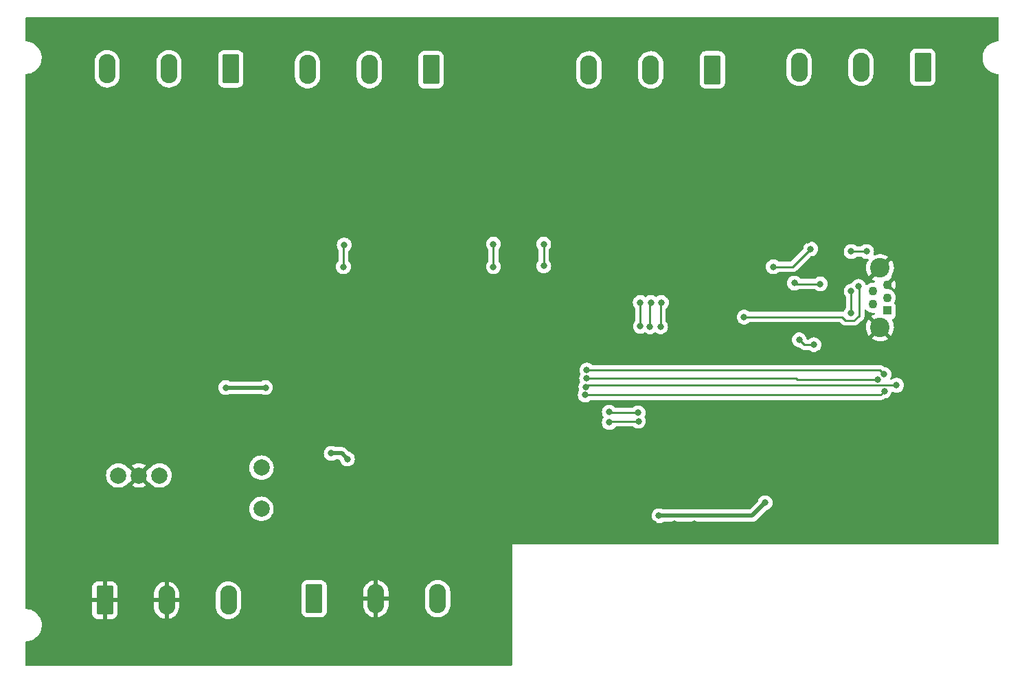
<source format=gbr>
%TF.GenerationSoftware,KiCad,Pcbnew,(5.99.0-12255-gad1ee958b0)*%
%TF.CreationDate,2022-02-21T16:33:45+02:00*%
%TF.ProjectId,esp32-ledstrip-driver,65737033-322d-46c6-9564-73747269702d,rev?*%
%TF.SameCoordinates,Original*%
%TF.FileFunction,Copper,L2,Bot*%
%TF.FilePolarity,Positive*%
%FSLAX46Y46*%
G04 Gerber Fmt 4.6, Leading zero omitted, Abs format (unit mm)*
G04 Created by KiCad (PCBNEW (5.99.0-12255-gad1ee958b0)) date 2022-02-21 16:33:45*
%MOMM*%
%LPD*%
G01*
G04 APERTURE LIST*
G04 Aperture macros list*
%AMRoundRect*
0 Rectangle with rounded corners*
0 $1 Rounding radius*
0 $2 $3 $4 $5 $6 $7 $8 $9 X,Y pos of 4 corners*
0 Add a 4 corners polygon primitive as box body*
4,1,4,$2,$3,$4,$5,$6,$7,$8,$9,$2,$3,0*
0 Add four circle primitives for the rounded corners*
1,1,$1+$1,$2,$3*
1,1,$1+$1,$4,$5*
1,1,$1+$1,$6,$7*
1,1,$1+$1,$8,$9*
0 Add four rect primitives between the rounded corners*
20,1,$1+$1,$2,$3,$4,$5,0*
20,1,$1+$1,$4,$5,$6,$7,0*
20,1,$1+$1,$6,$7,$8,$9,0*
20,1,$1+$1,$8,$9,$2,$3,0*%
G04 Aperture macros list end*
%TA.AperFunction,ComponentPad*%
%ADD10RoundRect,0.250001X0.799999X1.549999X-0.799999X1.549999X-0.799999X-1.549999X0.799999X-1.549999X0*%
%TD*%
%TA.AperFunction,ComponentPad*%
%ADD11O,2.100000X3.600000*%
%TD*%
%TA.AperFunction,ComponentPad*%
%ADD12RoundRect,0.250001X-0.799999X-1.549999X0.799999X-1.549999X0.799999X1.549999X-0.799999X1.549999X0*%
%TD*%
%TA.AperFunction,ComponentPad*%
%ADD13R,1.100000X1.100000*%
%TD*%
%TA.AperFunction,ComponentPad*%
%ADD14C,1.100000*%
%TD*%
%TA.AperFunction,ComponentPad*%
%ADD15C,2.400000*%
%TD*%
%TA.AperFunction,ComponentPad*%
%ADD16C,2.000000*%
%TD*%
%TA.AperFunction,ViaPad*%
%ADD17C,0.800000*%
%TD*%
%TA.AperFunction,Conductor*%
%ADD18C,0.250000*%
%TD*%
%TA.AperFunction,Conductor*%
%ADD19C,0.500000*%
%TD*%
G04 APERTURE END LIST*
D10*
%TO.P,P4,1,P1*%
%TO.N,Net-(P4-Pad1)*%
X144700000Y-61500000D03*
D11*
%TO.P,P4,2,P2*%
%TO.N,+24V*%
X137080000Y-61500000D03*
%TO.P,P4,3,P3*%
%TO.N,Net-(P4-Pad3)*%
X129460000Y-61500000D03*
%TD*%
D10*
%TO.P,P3,1,P1*%
%TO.N,Net-(P3-Pad1)*%
X170620000Y-61177500D03*
D11*
%TO.P,P3,2,P2*%
%TO.N,+24V*%
X163000000Y-61177500D03*
%TO.P,P3,3,P3*%
%TO.N,Net-(P3-Pad3)*%
X155380000Y-61177500D03*
%TD*%
D12*
%TO.P,P6,1,P1*%
%TO.N,Net-(P6-Pad1)*%
X95580000Y-126722500D03*
D11*
%TO.P,P6,2,P2*%
%TO.N,GND*%
X103200000Y-126722500D03*
%TO.P,P6,3,P3*%
%TO.N,Net-(P6-Pad3)*%
X110820000Y-126722500D03*
%TD*%
D13*
%TO.P,J1,1,VBUS*%
%TO.N,+5V*%
X166225000Y-91200000D03*
D14*
%TO.P,J1,2,D-*%
%TO.N,Net-(J1-Pad2)*%
X164475000Y-90400000D03*
%TO.P,J1,3,D+*%
%TO.N,Net-(J1-Pad3)*%
X166225000Y-89600000D03*
%TO.P,J1,4,ID*%
%TO.N,unconnected-(J1-Pad4)*%
X164475000Y-88800000D03*
%TO.P,J1,5,GND*%
%TO.N,GND*%
X166225000Y-88000000D03*
D15*
%TO.P,J1,6,Shield*%
X165350000Y-85950000D03*
X165350000Y-93250000D03*
%TD*%
D16*
%TO.P,F1,1*%
%TO.N,Net-(F1-Pad1)*%
X89090000Y-115640000D03*
%TO.P,F1,2*%
%TO.N,+24V*%
X89100000Y-110560000D03*
%TD*%
D10*
%TO.P,P2,1,P1*%
%TO.N,Net-(P2-Pad1)*%
X85320000Y-61377500D03*
D11*
%TO.P,P2,2,P2*%
%TO.N,+24V*%
X77700000Y-61377500D03*
%TO.P,P2,3,P3*%
%TO.N,Net-(P2-Pad3)*%
X70080000Y-61377500D03*
%TD*%
D10*
%TO.P,P5,1,P1*%
%TO.N,Net-(P5-Pad1)*%
X110020000Y-61477500D03*
D11*
%TO.P,P5,2,P2*%
%TO.N,+24V*%
X102400000Y-61477500D03*
%TO.P,P5,3,P3*%
%TO.N,Net-(P5-Pad3)*%
X94780000Y-61477500D03*
%TD*%
D16*
%TO.P,U2,1,VIN*%
%TO.N,Net-(C2-Pad1)*%
X76540000Y-111525000D03*
%TO.P,U2,2,GND*%
%TO.N,GND*%
X74000000Y-111525000D03*
%TO.P,U2,3,VOUT*%
%TO.N,+3V3*%
X71460000Y-111525000D03*
%TD*%
D12*
%TO.P,P1,1,P1*%
%TO.N,GND*%
X69780000Y-126922500D03*
D11*
%TO.P,P1,2,P2*%
X77400000Y-126922500D03*
%TO.P,P1,3,P3*%
%TO.N,Net-(F1-Pad1)*%
X85020000Y-126922500D03*
%TD*%
D17*
%TO.N,GND*%
X119000000Y-66000000D03*
X107000000Y-61000000D03*
X65000000Y-87500000D03*
X100000000Y-60000000D03*
X177500000Y-60000000D03*
X140000000Y-66000000D03*
X82000000Y-130000000D03*
X154000000Y-71000000D03*
X143000000Y-94000000D03*
X160700000Y-85400000D03*
X157000000Y-119000000D03*
X65000000Y-80000000D03*
X148000000Y-86000000D03*
X73000000Y-124000000D03*
X177500000Y-77500000D03*
X94000000Y-78000000D03*
X70000000Y-101000000D03*
X135000000Y-80000000D03*
X164000000Y-96000000D03*
X170000000Y-117500000D03*
X139300000Y-110200000D03*
X171000000Y-81000000D03*
X131000000Y-70000000D03*
X144000000Y-56000000D03*
X62500000Y-97500000D03*
X73000000Y-93000000D03*
X166000000Y-113000000D03*
X156000000Y-71000000D03*
X62500000Y-105000000D03*
X65000000Y-104000000D03*
X153000000Y-89100000D03*
X99000000Y-127000000D03*
X150000000Y-119000000D03*
X77000000Y-88000000D03*
X90000000Y-120000000D03*
X75000000Y-125000000D03*
X67500000Y-132500000D03*
X68000000Y-121000000D03*
X172500000Y-117500000D03*
X170000000Y-57500000D03*
X95000000Y-97000000D03*
X162000000Y-119000000D03*
X99000000Y-122000000D03*
X62500000Y-102500000D03*
X177500000Y-62500000D03*
X62500000Y-112500000D03*
X105000000Y-80000000D03*
X126000000Y-70000000D03*
X104000000Y-114000000D03*
X104000000Y-106000000D03*
X171000000Y-90000000D03*
X110000000Y-132500000D03*
X96000000Y-130000000D03*
X110000000Y-80000000D03*
X133000000Y-80000000D03*
X147000000Y-56000000D03*
X169700000Y-83300000D03*
X62500000Y-130000000D03*
X152000000Y-61000000D03*
X167800000Y-86300000D03*
X91000000Y-124000000D03*
X141000000Y-60000000D03*
X80000000Y-56000000D03*
X71000000Y-56000000D03*
X100000000Y-130000000D03*
X69000000Y-106000000D03*
X124000000Y-64000000D03*
X114000000Y-97000000D03*
X105000000Y-89000000D03*
X107000000Y-125000000D03*
X68000000Y-96000000D03*
X158000000Y-119000000D03*
X115000000Y-64000000D03*
X62500000Y-100000000D03*
X177500000Y-57500000D03*
X106000000Y-82000000D03*
X84000000Y-80000000D03*
X177500000Y-65000000D03*
X123000000Y-56000000D03*
X157000000Y-56000000D03*
X153000000Y-119000000D03*
X142500000Y-117500000D03*
X62500000Y-132500000D03*
X86000000Y-102000000D03*
X89000000Y-65000000D03*
X137000000Y-96000000D03*
X154000000Y-56000000D03*
X104000000Y-122000000D03*
X70000000Y-132500000D03*
X155000000Y-106000000D03*
X117500000Y-117500000D03*
X75000000Y-80000000D03*
X104000000Y-80000000D03*
X85000000Y-132500000D03*
X122200000Y-82700000D03*
X103000000Y-80000000D03*
X161000000Y-113000000D03*
X167200000Y-84800000D03*
X92500000Y-132500000D03*
X102000000Y-114000000D03*
X154000000Y-90000000D03*
X83000000Y-56000000D03*
X120000000Y-117500000D03*
X70900000Y-75000000D03*
X148000000Y-119000000D03*
X166000000Y-61000000D03*
X159000000Y-119000000D03*
X108000000Y-56000000D03*
X62500000Y-60000000D03*
X155000000Y-119000000D03*
X163700000Y-80200000D03*
X90000000Y-56000000D03*
X174000000Y-64000000D03*
X141000000Y-56000000D03*
X112000000Y-118000000D03*
X80000000Y-132500000D03*
X177500000Y-85000000D03*
X92000000Y-67000000D03*
X88000000Y-83000000D03*
X150000000Y-113000000D03*
X159000000Y-106000000D03*
X91000000Y-94000000D03*
X65000000Y-75000000D03*
X80000000Y-126000000D03*
X126000000Y-80000000D03*
X81000000Y-96000000D03*
X148000000Y-61000000D03*
X82000000Y-66000000D03*
X72500000Y-132500000D03*
X141000000Y-89000000D03*
X115000000Y-70000000D03*
X177500000Y-87500000D03*
X77000000Y-56000000D03*
X177500000Y-100000000D03*
X112000000Y-112000000D03*
X82000000Y-122000000D03*
X70000000Y-124000000D03*
X72000000Y-124000000D03*
X71000000Y-118000000D03*
X150000000Y-64000000D03*
X156450000Y-82550000D03*
X111000000Y-80000000D03*
X157100000Y-79700000D03*
X117500000Y-120000000D03*
X62500000Y-107500000D03*
X65000000Y-70000000D03*
X72000000Y-130000000D03*
X177500000Y-117500000D03*
X87000000Y-80000000D03*
X137000000Y-70000000D03*
X92000000Y-64000000D03*
X65000000Y-82500000D03*
X73000000Y-97000000D03*
X69000000Y-124000000D03*
X150100000Y-79800000D03*
X107000000Y-128000000D03*
X92000000Y-61000000D03*
X140000000Y-70000000D03*
X91000000Y-75000000D03*
X111000000Y-56000000D03*
X120800000Y-80500000D03*
X114000000Y-56000000D03*
X101000000Y-69000000D03*
X165000000Y-57500000D03*
X97500000Y-132500000D03*
X141000000Y-63000000D03*
X163000000Y-67000000D03*
X67000000Y-125000000D03*
X76000000Y-130000000D03*
X104000000Y-69000000D03*
X115000000Y-87000000D03*
X132000000Y-56000000D03*
X159000000Y-66000000D03*
X118000000Y-75000000D03*
X116000000Y-107000000D03*
X65000000Y-92500000D03*
X167000000Y-96000000D03*
X129000000Y-80000000D03*
X100000000Y-132500000D03*
X64000000Y-115000000D03*
X65000000Y-65000000D03*
X157000000Y-106000000D03*
X126100000Y-82700000D03*
X155000000Y-71000000D03*
X107500000Y-132500000D03*
X151000000Y-71000000D03*
X81000000Y-70000000D03*
X177500000Y-115000000D03*
X75000000Y-83000000D03*
X83000000Y-91000000D03*
X149000000Y-89000000D03*
X153000000Y-71000000D03*
X113000000Y-80000000D03*
X154000000Y-119000000D03*
X89000000Y-89000000D03*
X94000000Y-92000000D03*
X156000000Y-119000000D03*
X132000000Y-82000000D03*
X75000000Y-132500000D03*
X102000000Y-80000000D03*
X95000000Y-82000000D03*
X175000000Y-117500000D03*
X62500000Y-115000000D03*
X128000000Y-80000000D03*
X80000000Y-125000000D03*
X129200000Y-107600000D03*
X98000000Y-61000000D03*
X81000000Y-87000000D03*
X62500000Y-57500000D03*
X98000000Y-104000000D03*
X103000000Y-92000000D03*
X93000000Y-128000000D03*
X113000000Y-61000000D03*
X134000000Y-85000000D03*
X109000000Y-70000000D03*
X91000000Y-83000000D03*
X131000000Y-80000000D03*
X108000000Y-98000000D03*
X65000000Y-85000000D03*
X107000000Y-103000000D03*
X102000000Y-56000000D03*
X130000000Y-80000000D03*
X62500000Y-117500000D03*
X135400000Y-106300000D03*
X134000000Y-89000000D03*
X158000000Y-68000000D03*
X61000000Y-63000000D03*
X159000000Y-62000000D03*
X106000000Y-65000000D03*
X92000000Y-99000000D03*
X109000000Y-82000000D03*
X113000000Y-124000000D03*
X142300000Y-82600000D03*
X94000000Y-88000000D03*
X93000000Y-56000000D03*
X110000000Y-93000000D03*
X102000000Y-120000000D03*
X146000000Y-89000000D03*
X120000000Y-104000000D03*
X99000000Y-56000000D03*
X73000000Y-128000000D03*
X88000000Y-97000000D03*
X137000000Y-80000000D03*
X143000000Y-75000000D03*
X172500000Y-57500000D03*
X177500000Y-105000000D03*
X171000000Y-113000000D03*
X69000000Y-130000000D03*
X127000000Y-104000000D03*
X76000000Y-124000000D03*
X107000000Y-80000000D03*
X123000000Y-97000000D03*
X132000000Y-115000000D03*
X120000000Y-56000000D03*
X65000000Y-90000000D03*
X130000000Y-117500000D03*
X106000000Y-80000000D03*
X123000000Y-107000000D03*
X67000000Y-129000000D03*
X171000000Y-76000000D03*
X105000000Y-56000000D03*
X132500000Y-117500000D03*
X127500000Y-117500000D03*
X143100000Y-110100000D03*
X71000000Y-124000000D03*
X122500000Y-117500000D03*
X80000000Y-127000000D03*
X106000000Y-111000000D03*
X135000000Y-117500000D03*
X74000000Y-56000000D03*
X102000000Y-66000000D03*
X152000000Y-71000000D03*
X70000000Y-89000000D03*
X147000000Y-75700000D03*
X118000000Y-62000000D03*
X68000000Y-130000000D03*
X160000000Y-119000000D03*
X148000000Y-70000000D03*
X88000000Y-127000000D03*
X71000000Y-130000000D03*
X140400000Y-96900000D03*
X177500000Y-70000000D03*
X107000000Y-87000000D03*
X123000000Y-115000000D03*
X133000000Y-64000000D03*
X84000000Y-102000000D03*
X79000000Y-92000000D03*
X167500000Y-75700000D03*
X177500000Y-97500000D03*
X114000000Y-80000000D03*
X117500000Y-130000000D03*
X145000000Y-119000000D03*
X143600000Y-81600000D03*
X171000000Y-103000000D03*
X87000000Y-130000000D03*
X69000000Y-109000000D03*
X152000000Y-119000000D03*
X162500000Y-57500000D03*
X86000000Y-80000000D03*
X171000000Y-94000000D03*
X75000000Y-128000000D03*
X138000000Y-80000000D03*
X77500000Y-132500000D03*
X83000000Y-127000000D03*
X95000000Y-80000000D03*
X82500000Y-132500000D03*
X83000000Y-80000000D03*
X177500000Y-67500000D03*
X150000000Y-56000000D03*
X86000000Y-70000000D03*
X104000000Y-96000000D03*
X171000000Y-85000000D03*
X100000000Y-90000000D03*
X120800000Y-81500000D03*
X120800000Y-79400000D03*
X167800000Y-87500000D03*
X68000000Y-124000000D03*
X126000000Y-56000000D03*
X129000000Y-56000000D03*
X90000000Y-130000000D03*
X79000000Y-80000000D03*
X79000000Y-130000000D03*
X177500000Y-82500000D03*
X117000000Y-56000000D03*
X87500000Y-132500000D03*
X95000000Y-132500000D03*
X161000000Y-119000000D03*
X177500000Y-80000000D03*
X127000000Y-80000000D03*
X177500000Y-102500000D03*
X162000000Y-71000000D03*
X119300000Y-82800000D03*
X90000000Y-132500000D03*
X129000000Y-70000000D03*
X173000000Y-69000000D03*
X168000000Y-119000000D03*
X108000000Y-107000000D03*
X73000000Y-126000000D03*
X163000000Y-71000000D03*
X65000000Y-77500000D03*
X137100000Y-82700000D03*
X73000000Y-60000000D03*
X78000000Y-80000000D03*
X115000000Y-132500000D03*
X107000000Y-68000000D03*
X142000000Y-76000000D03*
X167500000Y-57500000D03*
X149000000Y-119000000D03*
X137000000Y-67000000D03*
X113000000Y-130000000D03*
X62500000Y-125000000D03*
X80000000Y-128000000D03*
X110000000Y-116000000D03*
X74000000Y-124000000D03*
X97000000Y-94000000D03*
X77000000Y-80000000D03*
X177500000Y-92500000D03*
X123000000Y-70000000D03*
X72000000Y-70000000D03*
X69000000Y-114000000D03*
X165000000Y-119000000D03*
X115000000Y-115000000D03*
X122300000Y-75100000D03*
X86000000Y-56000000D03*
X154375000Y-84225000D03*
X65000000Y-57500000D03*
X177500000Y-75000000D03*
X96000000Y-56000000D03*
X128000000Y-94000000D03*
X86000000Y-96000000D03*
X175000000Y-57500000D03*
X75000000Y-124000000D03*
X119000000Y-94000000D03*
X177500000Y-112500000D03*
X171000000Y-98000000D03*
X80000000Y-129000000D03*
X76000000Y-121000000D03*
X78000000Y-130000000D03*
X131000000Y-68000000D03*
X112500000Y-132500000D03*
X127000000Y-112000000D03*
X62500000Y-122500000D03*
X137500000Y-117500000D03*
X160000000Y-71000000D03*
X105000000Y-132500000D03*
X73000000Y-66000000D03*
X76000000Y-80000000D03*
X67000000Y-128000000D03*
X79000000Y-124000000D03*
X153000000Y-106000000D03*
X135000000Y-56000000D03*
X117500000Y-127500000D03*
X164000000Y-71000000D03*
X67000000Y-127000000D03*
X80000000Y-83000000D03*
X69000000Y-85000000D03*
X177500000Y-110000000D03*
X61000000Y-95000000D03*
X127000000Y-89000000D03*
X88000000Y-122000000D03*
X78000000Y-68000000D03*
X68000000Y-56000000D03*
X100000000Y-97000000D03*
X136000000Y-80000000D03*
X117500000Y-122500000D03*
X103000000Y-87000000D03*
X143000000Y-87000000D03*
X66000000Y-121000000D03*
X113000000Y-121000000D03*
X126000000Y-61000000D03*
X68000000Y-63000000D03*
X89000000Y-61000000D03*
X98000000Y-75000000D03*
X177500000Y-107500000D03*
X102000000Y-103000000D03*
X75000000Y-126000000D03*
X165000000Y-65000000D03*
X98000000Y-65000000D03*
X70000000Y-130000000D03*
X98000000Y-89000000D03*
X85000000Y-88000000D03*
X122000000Y-60000000D03*
X87000000Y-93000000D03*
X73000000Y-129000000D03*
X65000000Y-72500000D03*
X125000000Y-117500000D03*
X123000000Y-91000000D03*
X134000000Y-70000000D03*
X62500000Y-120000000D03*
X171000000Y-108000000D03*
X120800000Y-82700000D03*
X120000000Y-88000000D03*
X140800000Y-102800000D03*
X110000000Y-87000000D03*
X75000000Y-62000000D03*
X140000000Y-117500000D03*
X115000000Y-92000000D03*
X151000000Y-119000000D03*
X82000000Y-80000000D03*
X177500000Y-90000000D03*
X85000000Y-80000000D03*
X84000000Y-83000000D03*
X117500000Y-132500000D03*
X161000000Y-71000000D03*
X82000000Y-62000000D03*
X75000000Y-129000000D03*
X62500000Y-110000000D03*
X144600000Y-78500000D03*
X119000000Y-113000000D03*
X102500000Y-132500000D03*
X62500000Y-127500000D03*
X177500000Y-72500000D03*
X129900000Y-82500000D03*
X160000000Y-56000000D03*
X66000000Y-111000000D03*
X134000000Y-80000000D03*
X65000000Y-132500000D03*
X77000000Y-130000000D03*
X112000000Y-80000000D03*
X117500000Y-125000000D03*
X133000000Y-61000000D03*
X177500000Y-95000000D03*
X144800000Y-82600000D03*
X98000000Y-69000000D03*
X67000000Y-126000000D03*
X138000000Y-56000000D03*
X73000000Y-125000000D03*
X65000000Y-67500000D03*
X94000000Y-122000000D03*
X113000000Y-104000000D03*
X91000000Y-89000000D03*
%TO.N,LED_1_C*%
X135524500Y-103800000D03*
X131977459Y-103708964D03*
%TO.N,LED_1_W*%
X135568901Y-104847702D03*
X131977458Y-105000000D03*
%TO.N,Net-(C7-Pad2)*%
X152200000Y-85800000D03*
X156800000Y-83600000D03*
%TO.N,+5V*%
X161800000Y-88800000D03*
X161800000Y-91500000D03*
%TO.N,RXD_0*%
X148600000Y-92000000D03*
X162700000Y-88200000D03*
%TO.N,Net-(D3-Pad2)*%
X158000000Y-87900000D03*
X154800000Y-87800000D03*
%TO.N,LED_2_C*%
X138300000Y-93200000D03*
X138400000Y-90200000D03*
%TO.N,LED_2_W*%
X137000000Y-93200000D03*
X137100000Y-90200000D03*
%TO.N,LED_3_C*%
X135800000Y-90200000D03*
X135812419Y-93125990D03*
%TO.N,LED_3_W*%
X123900000Y-85675500D03*
X123900000Y-83000000D03*
%TO.N,LED_4_C*%
X117700000Y-85800000D03*
X117700000Y-83000000D03*
%TO.N,LED_4_W*%
X99300000Y-83100000D03*
X129206950Y-98542607D03*
X165835498Y-99071155D03*
X99200000Y-85800000D03*
%TO.N,+3V3*%
X99700000Y-109500000D03*
X138100000Y-116500000D03*
X163700000Y-83900000D03*
X161800000Y-83900000D03*
X84700000Y-100700000D03*
X89600000Y-100700000D03*
X151200000Y-114900000D03*
X97700000Y-108800000D03*
%TO.N,RO*%
X165882581Y-101124500D03*
X129012739Y-101595686D03*
%TO.N,~{RX}TX*%
X167400000Y-100400000D03*
X129100000Y-100600000D03*
%TO.N,DI*%
X165039400Y-99675500D03*
X129184549Y-99541858D03*
%TO.N,Net-(Q9-Pad1)*%
X155400500Y-94800000D03*
X157200000Y-95400000D03*
%TD*%
D18*
%TO.N,LED_1_C*%
X135524500Y-103800000D02*
X132068495Y-103800000D01*
X132068495Y-103800000D02*
X131977459Y-103708964D01*
%TO.N,LED_1_W*%
X135568901Y-104847702D02*
X132129756Y-104847702D01*
X132129756Y-104847702D02*
X131977458Y-105000000D01*
%TO.N,Net-(C7-Pad2)*%
X154600000Y-85800000D02*
X156800000Y-83600000D01*
X152200000Y-85800000D02*
X154600000Y-85800000D01*
%TO.N,+5V*%
X161800000Y-88800000D02*
X161800000Y-91500000D01*
%TO.N,RXD_0*%
X162200000Y-92400000D02*
X162300000Y-92300000D01*
X148600000Y-92000000D02*
X160700000Y-92000000D01*
X162800000Y-91900000D02*
X162800000Y-88300000D01*
X160700000Y-92000000D02*
X161100000Y-92400000D01*
X162800000Y-88300000D02*
X162700000Y-88200000D01*
X161100000Y-92400000D02*
X162200000Y-92400000D01*
X162700000Y-91900000D02*
X162800000Y-91900000D01*
X162300000Y-92300000D02*
X162700000Y-91900000D01*
%TO.N,Net-(D3-Pad2)*%
X154800000Y-87800000D02*
X154900000Y-87900000D01*
X154900000Y-87900000D02*
X158000000Y-87900000D01*
%TO.N,LED_2_C*%
X138300000Y-90300000D02*
X138400000Y-90200000D01*
X138300000Y-93200000D02*
X138300000Y-90300000D01*
%TO.N,LED_2_W*%
X137000000Y-90300000D02*
X137100000Y-90200000D01*
X137000000Y-93200000D02*
X137000000Y-90300000D01*
%TO.N,LED_3_C*%
X135800000Y-90200000D02*
X135800000Y-93113571D01*
X135800000Y-93113571D02*
X135812419Y-93125990D01*
%TO.N,LED_3_W*%
X123900000Y-83000000D02*
X123900000Y-85675500D01*
%TO.N,LED_4_C*%
X117700000Y-85800000D02*
X117700000Y-83000000D01*
%TO.N,LED_4_W*%
X165835498Y-99071155D02*
X165306950Y-98542607D01*
X99200000Y-83200000D02*
X99300000Y-83100000D01*
X99200000Y-85800000D02*
X99200000Y-83200000D01*
X165306950Y-98542607D02*
X129206950Y-98542607D01*
D19*
%TO.N,+3V3*%
X99000000Y-108800000D02*
X99700000Y-109500000D01*
X97700000Y-108800000D02*
X99000000Y-108800000D01*
D18*
X163700000Y-83900000D02*
X161800000Y-83900000D01*
D19*
X149600000Y-116500000D02*
X151200000Y-114900000D01*
X84700000Y-100700000D02*
X89600000Y-100700000D01*
X138100000Y-116500000D02*
X149600000Y-116500000D01*
D18*
%TO.N,RO*%
X165882581Y-101124500D02*
X165411395Y-101595686D01*
X165411395Y-101595686D02*
X129012739Y-101595686D01*
%TO.N,~{RX}TX*%
X129300000Y-100400000D02*
X129100000Y-100600000D01*
X167400000Y-100400000D02*
X129300000Y-100400000D01*
%TO.N,DI*%
X165039400Y-99675500D02*
X155138818Y-99675500D01*
X155036884Y-99573566D02*
X129216257Y-99573566D01*
X129216257Y-99573566D02*
X129184549Y-99541858D01*
X155138818Y-99675500D02*
X155036884Y-99573566D01*
%TO.N,Net-(Q9-Pad1)*%
X156000500Y-95400000D02*
X155400500Y-94800000D01*
X157200000Y-95400000D02*
X156000500Y-95400000D01*
%TD*%
%TA.AperFunction,Conductor*%
%TO.N,GND*%
G36*
X179942121Y-55020002D02*
G01*
X179988614Y-55073658D01*
X180000000Y-55126000D01*
X180000000Y-57865300D01*
X179979998Y-57933421D01*
X179926342Y-57979914D01*
X179881908Y-57991052D01*
X179877924Y-57991303D01*
X179873622Y-57991280D01*
X179869361Y-57991841D01*
X179869360Y-57991841D01*
X179806425Y-58000127D01*
X179602177Y-58027016D01*
X179598037Y-58028149D01*
X179598035Y-58028149D01*
X179582251Y-58032467D01*
X179338093Y-58099261D01*
X179086257Y-58206678D01*
X178851329Y-58347280D01*
X178847978Y-58349964D01*
X178847976Y-58349966D01*
X178836202Y-58359399D01*
X178637657Y-58518463D01*
X178449194Y-58717062D01*
X178289428Y-58939400D01*
X178161314Y-59181364D01*
X178134155Y-59255581D01*
X178093022Y-59367984D01*
X178067225Y-59438477D01*
X178008899Y-59705980D01*
X178008563Y-59710250D01*
X177993913Y-59896402D01*
X177987418Y-59978924D01*
X177987835Y-59986150D01*
X178003179Y-60252257D01*
X178055889Y-60520923D01*
X178057276Y-60524974D01*
X178113607Y-60689504D01*
X178144573Y-60779950D01*
X178146499Y-60783779D01*
X178209495Y-60909032D01*
X178267591Y-61024544D01*
X178270017Y-61028073D01*
X178270020Y-61028079D01*
X178304642Y-61078454D01*
X178422666Y-61250179D01*
X178606929Y-61452681D01*
X178816969Y-61628302D01*
X179048901Y-61773792D01*
X179052803Y-61775554D01*
X179052807Y-61775556D01*
X179294520Y-61884694D01*
X179294524Y-61884696D01*
X179298432Y-61886460D01*
X179302551Y-61887680D01*
X179556832Y-61963002D01*
X179556837Y-61963003D01*
X179560945Y-61964220D01*
X179565179Y-61964868D01*
X179565184Y-61964869D01*
X179827340Y-62004984D01*
X179827342Y-62004984D01*
X179831582Y-62005633D01*
X179855775Y-62006013D01*
X179875981Y-62006331D01*
X179943779Y-62027401D01*
X179989422Y-62081781D01*
X180000000Y-62132315D01*
X180000000Y-119874000D01*
X179979998Y-119942121D01*
X179926342Y-119988614D01*
X179874000Y-120000000D01*
X120000000Y-120000000D01*
X120000000Y-134874000D01*
X119979998Y-134942121D01*
X119926342Y-134988614D01*
X119874000Y-135000000D01*
X60126000Y-135000000D01*
X60057879Y-134979998D01*
X60011386Y-134926342D01*
X60000000Y-134874000D01*
X60000000Y-132134352D01*
X60020002Y-132066231D01*
X60073658Y-132019738D01*
X60110862Y-132009265D01*
X60377141Y-131977042D01*
X60641967Y-131907566D01*
X60894914Y-131802792D01*
X61131301Y-131664658D01*
X61346754Y-131495722D01*
X61537286Y-131299108D01*
X61539819Y-131295660D01*
X61539823Y-131295655D01*
X61696834Y-131081909D01*
X61699372Y-131078454D01*
X61830012Y-130837845D01*
X61926789Y-130581732D01*
X61987912Y-130314854D01*
X62000031Y-130179075D01*
X62012031Y-130044616D01*
X62012251Y-130042151D01*
X62012692Y-130000000D01*
X62011255Y-129978924D01*
X61994362Y-129731123D01*
X61994361Y-129731117D01*
X61994070Y-129726846D01*
X61938550Y-129458747D01*
X61847157Y-129200664D01*
X61835251Y-129177595D01*
X61723550Y-128961178D01*
X61723549Y-128961177D01*
X61721585Y-128957371D01*
X61718662Y-128953212D01*
X61566619Y-128736877D01*
X61566614Y-128736871D01*
X61564155Y-128733372D01*
X61460386Y-128621703D01*
X61380703Y-128535954D01*
X61380700Y-128535951D01*
X61377782Y-128532811D01*
X61374466Y-128530097D01*
X61374463Y-128530094D01*
X61169233Y-128362114D01*
X61169226Y-128362109D01*
X61165915Y-128359399D01*
X60932472Y-128216345D01*
X60928555Y-128214626D01*
X60928552Y-128214624D01*
X60806317Y-128160967D01*
X60681775Y-128106297D01*
X60677647Y-128105121D01*
X60677644Y-128105120D01*
X60596557Y-128082022D01*
X60418462Y-128031290D01*
X60414220Y-128030686D01*
X60414214Y-128030685D01*
X60151657Y-127993318D01*
X60147406Y-127992713D01*
X60143116Y-127992691D01*
X60143109Y-127992690D01*
X60125338Y-127992597D01*
X60057323Y-127972237D01*
X60011113Y-127918338D01*
X60000000Y-127866599D01*
X60000000Y-127190048D01*
X68222000Y-127190048D01*
X68222000Y-128519596D01*
X68222337Y-128526111D01*
X68232256Y-128621703D01*
X68235150Y-128635102D01*
X68286588Y-128789283D01*
X68292762Y-128802462D01*
X68378063Y-128940307D01*
X68387099Y-128951708D01*
X68501830Y-129066239D01*
X68513241Y-129075251D01*
X68651245Y-129160318D01*
X68664423Y-129166462D01*
X68818716Y-129217639D01*
X68832081Y-129220505D01*
X68926439Y-129230172D01*
X68932855Y-129230500D01*
X69507885Y-129230500D01*
X69523124Y-129226025D01*
X69524329Y-129224635D01*
X69526000Y-129216952D01*
X69526000Y-127194615D01*
X69524659Y-127190048D01*
X70034000Y-127190048D01*
X70034000Y-129212385D01*
X70038475Y-129227624D01*
X70039865Y-129228829D01*
X70047548Y-129230500D01*
X70627096Y-129230500D01*
X70633611Y-129230163D01*
X70729203Y-129220244D01*
X70742602Y-129217350D01*
X70896783Y-129165912D01*
X70909962Y-129159738D01*
X71047807Y-129074437D01*
X71059208Y-129065401D01*
X71173739Y-128950670D01*
X71182751Y-128939259D01*
X71267818Y-128801255D01*
X71273962Y-128788077D01*
X71325139Y-128633784D01*
X71328005Y-128620419D01*
X71337672Y-128526061D01*
X71338000Y-128519645D01*
X71338000Y-127194615D01*
X71336659Y-127190048D01*
X75842000Y-127190048D01*
X75842000Y-127732982D01*
X75842202Y-127738014D01*
X75856632Y-127917363D01*
X75858244Y-127927316D01*
X75915634Y-128160967D01*
X75918817Y-128170537D01*
X76012826Y-128392006D01*
X76017501Y-128400948D01*
X76145707Y-128604536D01*
X76151747Y-128612609D01*
X76310857Y-128793085D01*
X76318109Y-128800088D01*
X76504025Y-128952801D01*
X76512307Y-128958557D01*
X76720246Y-129079580D01*
X76729345Y-129083940D01*
X76953955Y-129170160D01*
X76963637Y-129173009D01*
X77128264Y-129207402D01*
X77142325Y-129206279D01*
X77146000Y-129196172D01*
X77146000Y-127194615D01*
X77144659Y-127190048D01*
X77654000Y-127190048D01*
X77654000Y-129193425D01*
X77658136Y-129207511D01*
X77671114Y-129209560D01*
X77698572Y-129206383D01*
X77708476Y-129204422D01*
X77939975Y-129138913D01*
X77949424Y-129135399D01*
X78167483Y-129033718D01*
X78176247Y-129028739D01*
X78375234Y-128893507D01*
X78383109Y-128887175D01*
X78557905Y-128721879D01*
X78564666Y-128714370D01*
X78710791Y-128523247D01*
X78716255Y-128514768D01*
X78829945Y-128302736D01*
X78833987Y-128293484D01*
X78912313Y-128066007D01*
X78914824Y-128056231D01*
X78955961Y-127818072D01*
X78956816Y-127810205D01*
X78957936Y-127785547D01*
X78958000Y-127782714D01*
X78958000Y-127194615D01*
X78953525Y-127179376D01*
X78952135Y-127178171D01*
X78944452Y-127176500D01*
X77672115Y-127176500D01*
X77656876Y-127180975D01*
X77655671Y-127182365D01*
X77654000Y-127190048D01*
X77144659Y-127190048D01*
X77141525Y-127179376D01*
X77140135Y-127178171D01*
X77132452Y-127176500D01*
X75860115Y-127176500D01*
X75844876Y-127180975D01*
X75843671Y-127182365D01*
X75842000Y-127190048D01*
X71336659Y-127190048D01*
X71333525Y-127179376D01*
X71332135Y-127178171D01*
X71324452Y-127176500D01*
X70052115Y-127176500D01*
X70036876Y-127180975D01*
X70035671Y-127182365D01*
X70034000Y-127190048D01*
X69524659Y-127190048D01*
X69521525Y-127179376D01*
X69520135Y-127178171D01*
X69512452Y-127176500D01*
X68240115Y-127176500D01*
X68224876Y-127180975D01*
X68223671Y-127182365D01*
X68222000Y-127190048D01*
X60000000Y-127190048D01*
X60000000Y-125325356D01*
X68222000Y-125325356D01*
X68222000Y-126650385D01*
X68226475Y-126665624D01*
X68227865Y-126666829D01*
X68235548Y-126668500D01*
X69507885Y-126668500D01*
X69523124Y-126664025D01*
X69524329Y-126662635D01*
X69526000Y-126654952D01*
X69526000Y-124632615D01*
X69524659Y-124628048D01*
X70034000Y-124628048D01*
X70034000Y-126650385D01*
X70038475Y-126665624D01*
X70039865Y-126666829D01*
X70047548Y-126668500D01*
X71319885Y-126668500D01*
X71335124Y-126664025D01*
X71336329Y-126662635D01*
X71338000Y-126654952D01*
X71338000Y-126062286D01*
X75842000Y-126062286D01*
X75842000Y-126650385D01*
X75846475Y-126665624D01*
X75847865Y-126666829D01*
X75855548Y-126668500D01*
X77127885Y-126668500D01*
X77143124Y-126664025D01*
X77144329Y-126662635D01*
X77146000Y-126654952D01*
X77146000Y-124651575D01*
X77145193Y-124648828D01*
X77654000Y-124648828D01*
X77654000Y-126650385D01*
X77658475Y-126665624D01*
X77659865Y-126666829D01*
X77667548Y-126668500D01*
X78939885Y-126668500D01*
X78955124Y-126664025D01*
X78956329Y-126662635D01*
X78958000Y-126654952D01*
X78958000Y-126112018D01*
X78957798Y-126106986D01*
X78954086Y-126060850D01*
X83461500Y-126060850D01*
X83461500Y-127735515D01*
X83461701Y-127738014D01*
X83461702Y-127738028D01*
X83476131Y-127917363D01*
X83476543Y-127922485D01*
X83477748Y-127927393D01*
X83477749Y-127927396D01*
X83518545Y-128093484D01*
X83536366Y-128166039D01*
X83538341Y-128170691D01*
X83538342Y-128170695D01*
X83603097Y-128323247D01*
X83634359Y-128396896D01*
X83768000Y-128609115D01*
X83933853Y-128797238D01*
X84127649Y-128956424D01*
X84344404Y-129082578D01*
X84349127Y-129084391D01*
X84349129Y-129084392D01*
X84352047Y-129085512D01*
X84578539Y-129172455D01*
X84583485Y-129173488D01*
X84583491Y-129173490D01*
X84791536Y-129216952D01*
X84824033Y-129223741D01*
X84829082Y-129223970D01*
X84829088Y-129223971D01*
X84943506Y-129229166D01*
X85074568Y-129235118D01*
X85079588Y-129234537D01*
X85079592Y-129234537D01*
X85200862Y-129220505D01*
X85323699Y-129206292D01*
X85328573Y-129204913D01*
X85328577Y-129204912D01*
X85560148Y-129139384D01*
X85560150Y-129139383D01*
X85565017Y-129138006D01*
X85569592Y-129135872D01*
X85569599Y-129135870D01*
X85787731Y-129034153D01*
X85787735Y-129034151D01*
X85792313Y-129032016D01*
X85806012Y-129022706D01*
X85995552Y-128893895D01*
X85995556Y-128893892D01*
X85999739Y-128891049D01*
X86026444Y-128865796D01*
X86178279Y-128722213D01*
X86181959Y-128718733D01*
X86245900Y-128635102D01*
X86331212Y-128523519D01*
X86331215Y-128523515D01*
X86334285Y-128519499D01*
X86380189Y-128433889D01*
X86450405Y-128302935D01*
X86452797Y-128298474D01*
X86454516Y-128293484D01*
X86532799Y-128066133D01*
X86534448Y-128061344D01*
X86568086Y-127866599D01*
X86576460Y-127818120D01*
X86576461Y-127818114D01*
X86577135Y-127814210D01*
X86578500Y-127784150D01*
X86578500Y-126109485D01*
X86572491Y-126034795D01*
X86563863Y-125927556D01*
X86563862Y-125927551D01*
X86563457Y-125922515D01*
X86559640Y-125906972D01*
X86504841Y-125683875D01*
X86503634Y-125678961D01*
X86465299Y-125588648D01*
X86407617Y-125452759D01*
X86407617Y-125452758D01*
X86405641Y-125448104D01*
X86272000Y-125235885D01*
X86171685Y-125122100D01*
X94021500Y-125122100D01*
X94021500Y-128322900D01*
X94021837Y-128326146D01*
X94021837Y-128326150D01*
X94030446Y-128409115D01*
X94032474Y-128428665D01*
X94034655Y-128435201D01*
X94034655Y-128435203D01*
X94078728Y-128567305D01*
X94088450Y-128596445D01*
X94181522Y-128746848D01*
X94306697Y-128871805D01*
X94312927Y-128875645D01*
X94312928Y-128875646D01*
X94450090Y-128960194D01*
X94457262Y-128964615D01*
X94537005Y-128991064D01*
X94618611Y-129018132D01*
X94618613Y-129018132D01*
X94625139Y-129020297D01*
X94631975Y-129020997D01*
X94631978Y-129020998D01*
X94675031Y-129025409D01*
X94729600Y-129031000D01*
X96430400Y-129031000D01*
X96433646Y-129030663D01*
X96433650Y-129030663D01*
X96529307Y-129020738D01*
X96529311Y-129020737D01*
X96536165Y-129020026D01*
X96542701Y-129017845D01*
X96542703Y-129017845D01*
X96685631Y-128970160D01*
X96703945Y-128964050D01*
X96854348Y-128870978D01*
X96979305Y-128745803D01*
X97015444Y-128687175D01*
X97068275Y-128601468D01*
X97068276Y-128601466D01*
X97072115Y-128595238D01*
X97127797Y-128427361D01*
X97129309Y-128412609D01*
X97138172Y-128326098D01*
X97138500Y-128322900D01*
X97138500Y-126990048D01*
X101642000Y-126990048D01*
X101642000Y-127532982D01*
X101642202Y-127538014D01*
X101656632Y-127717363D01*
X101658244Y-127727316D01*
X101715634Y-127960967D01*
X101718817Y-127970537D01*
X101812826Y-128192006D01*
X101817501Y-128200948D01*
X101945707Y-128404536D01*
X101951747Y-128412609D01*
X102110857Y-128593085D01*
X102118109Y-128600088D01*
X102304025Y-128752801D01*
X102312307Y-128758557D01*
X102520246Y-128879580D01*
X102529345Y-128883940D01*
X102753955Y-128970160D01*
X102763637Y-128973009D01*
X102928264Y-129007402D01*
X102942325Y-129006279D01*
X102946000Y-128996172D01*
X102946000Y-126994615D01*
X102944659Y-126990048D01*
X103454000Y-126990048D01*
X103454000Y-128993425D01*
X103458136Y-129007511D01*
X103471114Y-129009560D01*
X103498572Y-129006383D01*
X103508476Y-129004422D01*
X103739975Y-128938913D01*
X103749424Y-128935399D01*
X103967483Y-128833718D01*
X103976247Y-128828739D01*
X104175234Y-128693507D01*
X104183109Y-128687175D01*
X104357905Y-128521879D01*
X104364666Y-128514370D01*
X104510791Y-128323247D01*
X104516255Y-128314768D01*
X104629945Y-128102736D01*
X104633987Y-128093484D01*
X104712313Y-127866007D01*
X104714824Y-127856231D01*
X104755961Y-127618072D01*
X104756816Y-127610205D01*
X104757936Y-127585547D01*
X104758000Y-127582714D01*
X104758000Y-126994615D01*
X104753525Y-126979376D01*
X104752135Y-126978171D01*
X104744452Y-126976500D01*
X103472115Y-126976500D01*
X103456876Y-126980975D01*
X103455671Y-126982365D01*
X103454000Y-126990048D01*
X102944659Y-126990048D01*
X102941525Y-126979376D01*
X102940135Y-126978171D01*
X102932452Y-126976500D01*
X101660115Y-126976500D01*
X101644876Y-126980975D01*
X101643671Y-126982365D01*
X101642000Y-126990048D01*
X97138500Y-126990048D01*
X97138500Y-125862286D01*
X101642000Y-125862286D01*
X101642000Y-126450385D01*
X101646475Y-126465624D01*
X101647865Y-126466829D01*
X101655548Y-126468500D01*
X102927885Y-126468500D01*
X102943124Y-126464025D01*
X102944329Y-126462635D01*
X102946000Y-126454952D01*
X102946000Y-124451575D01*
X102945193Y-124448828D01*
X103454000Y-124448828D01*
X103454000Y-126450385D01*
X103458475Y-126465624D01*
X103459865Y-126466829D01*
X103467548Y-126468500D01*
X104739885Y-126468500D01*
X104755124Y-126464025D01*
X104756329Y-126462635D01*
X104758000Y-126454952D01*
X104758000Y-125912018D01*
X104757798Y-125906986D01*
X104754086Y-125860850D01*
X109261500Y-125860850D01*
X109261500Y-127535515D01*
X109261701Y-127538014D01*
X109261702Y-127538028D01*
X109276131Y-127717363D01*
X109276543Y-127722485D01*
X109277748Y-127727393D01*
X109277749Y-127727396D01*
X109311941Y-127866599D01*
X109336366Y-127966039D01*
X109338341Y-127970691D01*
X109338342Y-127970695D01*
X109378800Y-128066007D01*
X109434359Y-128196896D01*
X109568000Y-128409115D01*
X109733853Y-128597238D01*
X109927649Y-128756424D01*
X110144404Y-128882578D01*
X110149127Y-128884391D01*
X110149129Y-128884392D01*
X110173885Y-128893895D01*
X110378539Y-128972455D01*
X110383485Y-128973488D01*
X110383491Y-128973490D01*
X110591814Y-129017010D01*
X110624033Y-129023741D01*
X110629082Y-129023970D01*
X110629088Y-129023971D01*
X110743506Y-129029166D01*
X110874568Y-129035118D01*
X110879588Y-129034537D01*
X110879592Y-129034537D01*
X110998848Y-129020738D01*
X111123699Y-129006292D01*
X111128573Y-129004913D01*
X111128577Y-129004912D01*
X111360148Y-128939384D01*
X111360150Y-128939383D01*
X111365017Y-128938006D01*
X111369592Y-128935872D01*
X111369599Y-128935870D01*
X111587731Y-128834153D01*
X111587735Y-128834151D01*
X111592313Y-128832016D01*
X111597135Y-128828739D01*
X111795552Y-128693895D01*
X111795556Y-128693892D01*
X111799739Y-128691049D01*
X111981959Y-128518733D01*
X112046827Y-128433889D01*
X112131212Y-128323519D01*
X112131215Y-128323515D01*
X112134285Y-128319499D01*
X112143167Y-128302935D01*
X112250405Y-128102935D01*
X112252797Y-128098474D01*
X112254516Y-128093484D01*
X112332799Y-127866133D01*
X112334448Y-127861344D01*
X112377135Y-127614210D01*
X112378500Y-127584150D01*
X112378500Y-125909485D01*
X112372491Y-125834795D01*
X112363863Y-125727556D01*
X112363862Y-125727551D01*
X112363457Y-125722515D01*
X112351616Y-125674305D01*
X112304841Y-125483875D01*
X112303634Y-125478961D01*
X112235688Y-125318889D01*
X112207617Y-125252759D01*
X112207617Y-125252758D01*
X112205641Y-125248104D01*
X112072000Y-125035885D01*
X111906147Y-124847762D01*
X111712351Y-124688576D01*
X111495596Y-124562422D01*
X111490873Y-124560609D01*
X111490871Y-124560608D01*
X111347613Y-124505616D01*
X111261461Y-124472545D01*
X111256515Y-124471512D01*
X111256509Y-124471510D01*
X111033750Y-124424974D01*
X111015967Y-124421259D01*
X111010918Y-124421030D01*
X111010912Y-124421029D01*
X110896494Y-124415834D01*
X110765432Y-124409882D01*
X110760412Y-124410463D01*
X110760408Y-124410463D01*
X110669093Y-124421029D01*
X110516301Y-124438708D01*
X110511427Y-124440087D01*
X110511423Y-124440088D01*
X110279852Y-124505616D01*
X110279850Y-124505617D01*
X110274983Y-124506994D01*
X110270408Y-124509128D01*
X110270401Y-124509130D01*
X110052269Y-124610847D01*
X110052265Y-124610849D01*
X110047687Y-124612984D01*
X110043506Y-124615826D01*
X110043505Y-124615826D01*
X109844448Y-124751105D01*
X109844444Y-124751108D01*
X109840261Y-124753951D01*
X109658041Y-124926267D01*
X109654963Y-124930293D01*
X109654962Y-124930294D01*
X109508788Y-125121481D01*
X109508785Y-125121485D01*
X109505715Y-125125501D01*
X109387203Y-125346526D01*
X109385557Y-125351307D01*
X109385555Y-125351311D01*
X109318337Y-125546526D01*
X109305552Y-125583656D01*
X109304690Y-125588648D01*
X109271834Y-125778867D01*
X109262865Y-125830790D01*
X109261500Y-125860850D01*
X104754086Y-125860850D01*
X104743368Y-125727637D01*
X104741756Y-125717684D01*
X104684366Y-125484033D01*
X104681183Y-125474463D01*
X104587174Y-125252994D01*
X104582499Y-125244052D01*
X104454293Y-125040464D01*
X104448253Y-125032391D01*
X104289143Y-124851915D01*
X104281891Y-124844912D01*
X104095975Y-124692199D01*
X104087693Y-124686443D01*
X103879754Y-124565420D01*
X103870655Y-124561060D01*
X103646045Y-124474840D01*
X103636363Y-124471991D01*
X103471736Y-124437598D01*
X103457675Y-124438721D01*
X103454000Y-124448828D01*
X102945193Y-124448828D01*
X102941864Y-124437489D01*
X102928886Y-124435440D01*
X102901428Y-124438617D01*
X102891524Y-124440578D01*
X102660025Y-124506087D01*
X102650576Y-124509601D01*
X102432517Y-124611282D01*
X102423753Y-124616261D01*
X102224766Y-124751493D01*
X102216891Y-124757825D01*
X102042095Y-124923121D01*
X102035334Y-124930630D01*
X101889209Y-125121753D01*
X101883745Y-125130232D01*
X101770055Y-125342264D01*
X101766013Y-125351516D01*
X101687687Y-125578993D01*
X101685176Y-125588769D01*
X101644039Y-125826928D01*
X101643184Y-125834795D01*
X101642064Y-125859453D01*
X101642000Y-125862286D01*
X97138500Y-125862286D01*
X97138500Y-125122100D01*
X97138163Y-125118850D01*
X97128238Y-125023193D01*
X97128237Y-125023189D01*
X97127526Y-125016335D01*
X97108006Y-124957825D01*
X97073868Y-124855503D01*
X97071550Y-124848555D01*
X96978478Y-124698152D01*
X96954642Y-124674357D01*
X96858483Y-124578366D01*
X96853303Y-124573195D01*
X96840690Y-124565420D01*
X96708968Y-124484225D01*
X96708966Y-124484224D01*
X96702738Y-124480385D01*
X96581246Y-124440088D01*
X96541389Y-124426868D01*
X96541387Y-124426868D01*
X96534861Y-124424703D01*
X96528025Y-124424003D01*
X96528022Y-124424002D01*
X96484969Y-124419591D01*
X96430400Y-124414000D01*
X94729600Y-124414000D01*
X94726354Y-124414337D01*
X94726350Y-124414337D01*
X94630693Y-124424262D01*
X94630689Y-124424263D01*
X94623835Y-124424974D01*
X94617299Y-124427155D01*
X94617297Y-124427155D01*
X94577064Y-124440578D01*
X94456055Y-124480950D01*
X94305652Y-124574022D01*
X94300479Y-124579204D01*
X94260777Y-124618975D01*
X94180695Y-124699197D01*
X94176855Y-124705427D01*
X94176854Y-124705428D01*
X94108804Y-124815826D01*
X94087885Y-124849762D01*
X94085581Y-124856709D01*
X94054143Y-124951493D01*
X94032203Y-125017639D01*
X94031503Y-125024475D01*
X94031502Y-125024478D01*
X94028178Y-125056923D01*
X94021500Y-125122100D01*
X86171685Y-125122100D01*
X86106147Y-125047762D01*
X85912351Y-124888576D01*
X85695596Y-124762422D01*
X85690873Y-124760609D01*
X85690871Y-124760608D01*
X85496595Y-124686032D01*
X85461461Y-124672545D01*
X85456515Y-124671512D01*
X85456509Y-124671510D01*
X85220921Y-124622294D01*
X85220922Y-124622294D01*
X85215967Y-124621259D01*
X85210918Y-124621030D01*
X85210912Y-124621029D01*
X85096326Y-124615826D01*
X84965432Y-124609882D01*
X84960412Y-124610463D01*
X84960408Y-124610463D01*
X84869093Y-124621029D01*
X84716301Y-124638708D01*
X84711427Y-124640087D01*
X84711423Y-124640088D01*
X84479852Y-124705616D01*
X84479850Y-124705617D01*
X84474983Y-124706994D01*
X84470408Y-124709128D01*
X84470401Y-124709130D01*
X84252269Y-124810847D01*
X84252265Y-124810849D01*
X84247687Y-124812984D01*
X84243506Y-124815826D01*
X84243505Y-124815826D01*
X84044448Y-124951105D01*
X84044444Y-124951108D01*
X84040261Y-124953951D01*
X84036584Y-124957428D01*
X84036583Y-124957429D01*
X83861721Y-125122787D01*
X83858041Y-125126267D01*
X83854963Y-125130293D01*
X83854962Y-125130294D01*
X83708788Y-125321481D01*
X83708785Y-125321485D01*
X83705715Y-125325501D01*
X83703325Y-125329959D01*
X83703324Y-125329960D01*
X83691876Y-125351311D01*
X83587203Y-125546526D01*
X83585557Y-125551307D01*
X83585555Y-125551311D01*
X83539855Y-125684033D01*
X83505552Y-125783656D01*
X83462865Y-126030790D01*
X83461500Y-126060850D01*
X78954086Y-126060850D01*
X78943368Y-125927637D01*
X78941756Y-125917684D01*
X78884366Y-125684033D01*
X78881183Y-125674463D01*
X78787174Y-125452994D01*
X78782499Y-125444052D01*
X78654293Y-125240464D01*
X78648253Y-125232391D01*
X78489143Y-125051915D01*
X78481891Y-125044912D01*
X78295975Y-124892199D01*
X78287693Y-124886443D01*
X78079754Y-124765420D01*
X78070655Y-124761060D01*
X77846045Y-124674840D01*
X77836363Y-124671991D01*
X77671736Y-124637598D01*
X77657675Y-124638721D01*
X77654000Y-124648828D01*
X77145193Y-124648828D01*
X77141864Y-124637489D01*
X77128886Y-124635440D01*
X77101428Y-124638617D01*
X77091524Y-124640578D01*
X76860025Y-124706087D01*
X76850576Y-124709601D01*
X76632517Y-124811282D01*
X76623753Y-124816261D01*
X76424766Y-124951493D01*
X76416891Y-124957825D01*
X76242095Y-125123121D01*
X76235334Y-125130630D01*
X76089209Y-125321753D01*
X76083745Y-125330232D01*
X75970055Y-125542264D01*
X75966013Y-125551516D01*
X75887687Y-125778993D01*
X75885176Y-125788769D01*
X75844039Y-126026928D01*
X75843184Y-126034795D01*
X75842064Y-126059453D01*
X75842000Y-126062286D01*
X71338000Y-126062286D01*
X71338000Y-125325404D01*
X71337663Y-125318889D01*
X71327744Y-125223297D01*
X71324850Y-125209898D01*
X71273412Y-125055717D01*
X71267238Y-125042538D01*
X71181937Y-124904693D01*
X71172901Y-124893292D01*
X71058170Y-124778761D01*
X71046759Y-124769749D01*
X70908755Y-124684682D01*
X70895577Y-124678538D01*
X70741284Y-124627361D01*
X70727919Y-124624495D01*
X70633561Y-124614828D01*
X70627144Y-124614500D01*
X70052115Y-124614500D01*
X70036876Y-124618975D01*
X70035671Y-124620365D01*
X70034000Y-124628048D01*
X69524659Y-124628048D01*
X69521525Y-124617376D01*
X69520135Y-124616171D01*
X69512452Y-124614500D01*
X68932904Y-124614500D01*
X68926389Y-124614837D01*
X68830797Y-124624756D01*
X68817398Y-124627650D01*
X68663217Y-124679088D01*
X68650038Y-124685262D01*
X68512193Y-124770563D01*
X68500792Y-124779599D01*
X68386261Y-124894330D01*
X68377249Y-124905741D01*
X68292182Y-125043745D01*
X68286038Y-125056923D01*
X68234861Y-125211216D01*
X68231995Y-125224581D01*
X68222328Y-125318939D01*
X68222000Y-125325356D01*
X60000000Y-125325356D01*
X60000000Y-115640000D01*
X87576835Y-115640000D01*
X87595465Y-115876711D01*
X87596619Y-115881518D01*
X87596620Y-115881524D01*
X87617567Y-115968774D01*
X87650895Y-116107594D01*
X87652788Y-116112165D01*
X87652789Y-116112167D01*
X87734764Y-116310072D01*
X87741760Y-116326963D01*
X87744346Y-116331183D01*
X87863241Y-116525202D01*
X87863245Y-116525208D01*
X87865824Y-116529416D01*
X88020031Y-116709969D01*
X88200584Y-116864176D01*
X88204792Y-116866755D01*
X88204798Y-116866759D01*
X88398817Y-116985654D01*
X88403037Y-116988240D01*
X88407607Y-116990133D01*
X88407611Y-116990135D01*
X88617833Y-117077211D01*
X88622406Y-117079105D01*
X88674531Y-117091619D01*
X88848476Y-117133380D01*
X88848482Y-117133381D01*
X88853289Y-117134535D01*
X89090000Y-117153165D01*
X89326711Y-117134535D01*
X89331518Y-117133381D01*
X89331524Y-117133380D01*
X89505469Y-117091619D01*
X89557594Y-117079105D01*
X89562167Y-117077211D01*
X89772389Y-116990135D01*
X89772393Y-116990133D01*
X89776963Y-116988240D01*
X89781183Y-116985654D01*
X89975202Y-116866759D01*
X89975208Y-116866755D01*
X89979416Y-116864176D01*
X90159969Y-116709969D01*
X90314176Y-116529416D01*
X90316755Y-116525208D01*
X90316759Y-116525202D01*
X90332203Y-116500000D01*
X137186496Y-116500000D01*
X137206458Y-116689928D01*
X137265473Y-116871556D01*
X137360960Y-117036944D01*
X137365378Y-117041851D01*
X137365379Y-117041852D01*
X137456286Y-117142814D01*
X137488747Y-117178866D01*
X137541025Y-117216848D01*
X137637904Y-117287235D01*
X137643248Y-117291118D01*
X137649276Y-117293802D01*
X137649278Y-117293803D01*
X137811681Y-117366109D01*
X137817712Y-117368794D01*
X137911112Y-117388647D01*
X137998056Y-117407128D01*
X137998061Y-117407128D01*
X138004513Y-117408500D01*
X138195487Y-117408500D01*
X138201939Y-117407128D01*
X138201944Y-117407128D01*
X138288888Y-117388647D01*
X138382288Y-117368794D01*
X138388319Y-117366109D01*
X138550722Y-117293803D01*
X138550724Y-117293802D01*
X138556752Y-117291118D01*
X138562091Y-117287239D01*
X138562098Y-117287235D01*
X138568528Y-117282563D01*
X138642587Y-117258500D01*
X149532930Y-117258500D01*
X149551880Y-117259933D01*
X149566115Y-117262099D01*
X149566119Y-117262099D01*
X149573349Y-117263199D01*
X149580641Y-117262606D01*
X149580644Y-117262606D01*
X149626018Y-117258915D01*
X149636233Y-117258500D01*
X149644293Y-117258500D01*
X149657583Y-117256951D01*
X149672507Y-117255211D01*
X149676882Y-117254778D01*
X149742339Y-117249454D01*
X149742342Y-117249453D01*
X149749637Y-117248860D01*
X149756601Y-117246604D01*
X149762560Y-117245413D01*
X149768415Y-117244029D01*
X149775681Y-117243182D01*
X149844327Y-117218265D01*
X149848455Y-117216848D01*
X149910936Y-117196607D01*
X149910938Y-117196606D01*
X149917899Y-117194351D01*
X149924154Y-117190555D01*
X149929628Y-117188049D01*
X149935058Y-117185330D01*
X149941937Y-117182833D01*
X150002976Y-117142814D01*
X150006680Y-117140477D01*
X150069107Y-117102595D01*
X150077484Y-117095197D01*
X150077508Y-117095224D01*
X150080500Y-117092571D01*
X150083733Y-117089868D01*
X150089852Y-117085856D01*
X150143128Y-117029617D01*
X150145506Y-117027175D01*
X151356331Y-115816350D01*
X151419228Y-115782199D01*
X151475824Y-115770169D01*
X151475833Y-115770166D01*
X151482288Y-115768794D01*
X151550058Y-115738621D01*
X151650722Y-115693803D01*
X151650724Y-115693802D01*
X151656752Y-115691118D01*
X151811253Y-115578866D01*
X151939040Y-115436944D01*
X152034527Y-115271556D01*
X152093542Y-115089928D01*
X152113504Y-114900000D01*
X152093542Y-114710072D01*
X152034527Y-114528444D01*
X151939040Y-114363056D01*
X151811253Y-114221134D01*
X151656752Y-114108882D01*
X151650724Y-114106198D01*
X151650722Y-114106197D01*
X151488319Y-114033891D01*
X151488318Y-114033891D01*
X151482288Y-114031206D01*
X151388888Y-114011353D01*
X151301944Y-113992872D01*
X151301939Y-113992872D01*
X151295487Y-113991500D01*
X151104513Y-113991500D01*
X151098061Y-113992872D01*
X151098056Y-113992872D01*
X151011112Y-114011353D01*
X150917712Y-114031206D01*
X150911682Y-114033891D01*
X150911681Y-114033891D01*
X150749278Y-114106197D01*
X150749276Y-114106198D01*
X150743248Y-114108882D01*
X150588747Y-114221134D01*
X150460960Y-114363056D01*
X150365473Y-114528444D01*
X150351961Y-114570031D01*
X150310613Y-114697285D01*
X150279875Y-114747444D01*
X149322724Y-115704595D01*
X149260412Y-115738621D01*
X149233629Y-115741500D01*
X138642587Y-115741500D01*
X138568528Y-115717437D01*
X138562098Y-115712765D01*
X138562091Y-115712761D01*
X138556752Y-115708882D01*
X138550724Y-115706198D01*
X138550722Y-115706197D01*
X138388319Y-115633891D01*
X138388318Y-115633891D01*
X138382288Y-115631206D01*
X138288888Y-115611353D01*
X138201944Y-115592872D01*
X138201939Y-115592872D01*
X138195487Y-115591500D01*
X138004513Y-115591500D01*
X137998061Y-115592872D01*
X137998056Y-115592872D01*
X137911112Y-115611353D01*
X137817712Y-115631206D01*
X137811682Y-115633891D01*
X137811681Y-115633891D01*
X137649278Y-115706197D01*
X137649276Y-115706198D01*
X137643248Y-115708882D01*
X137637907Y-115712762D01*
X137637906Y-115712763D01*
X137631473Y-115717437D01*
X137488747Y-115821134D01*
X137360960Y-115963056D01*
X137357659Y-115968774D01*
X137274871Y-116112167D01*
X137265473Y-116128444D01*
X137206458Y-116310072D01*
X137186496Y-116500000D01*
X90332203Y-116500000D01*
X90435654Y-116331183D01*
X90438240Y-116326963D01*
X90445237Y-116310072D01*
X90527211Y-116112167D01*
X90527212Y-116112165D01*
X90529105Y-116107594D01*
X90562433Y-115968774D01*
X90583380Y-115881524D01*
X90583381Y-115881518D01*
X90584535Y-115876711D01*
X90603165Y-115640000D01*
X90584535Y-115403289D01*
X90529105Y-115172406D01*
X90494942Y-115089928D01*
X90440135Y-114957611D01*
X90440133Y-114957607D01*
X90438240Y-114953037D01*
X90401716Y-114893435D01*
X90316759Y-114754798D01*
X90316755Y-114754792D01*
X90314176Y-114750584D01*
X90159969Y-114570031D01*
X89979416Y-114415824D01*
X89975208Y-114413245D01*
X89975202Y-114413241D01*
X89781183Y-114294346D01*
X89776963Y-114291760D01*
X89772393Y-114289867D01*
X89772389Y-114289865D01*
X89562167Y-114202789D01*
X89562165Y-114202788D01*
X89557594Y-114200895D01*
X89477391Y-114181640D01*
X89331524Y-114146620D01*
X89331518Y-114146619D01*
X89326711Y-114145465D01*
X89090000Y-114126835D01*
X88853289Y-114145465D01*
X88848482Y-114146619D01*
X88848476Y-114146620D01*
X88702609Y-114181640D01*
X88622406Y-114200895D01*
X88617835Y-114202788D01*
X88617833Y-114202789D01*
X88407611Y-114289865D01*
X88407607Y-114289867D01*
X88403037Y-114291760D01*
X88398817Y-114294346D01*
X88204798Y-114413241D01*
X88204792Y-114413245D01*
X88200584Y-114415824D01*
X88020031Y-114570031D01*
X87865824Y-114750584D01*
X87863245Y-114754792D01*
X87863241Y-114754798D01*
X87778284Y-114893435D01*
X87741760Y-114953037D01*
X87739867Y-114957607D01*
X87739865Y-114957611D01*
X87685058Y-115089928D01*
X87650895Y-115172406D01*
X87595465Y-115403289D01*
X87576835Y-115640000D01*
X60000000Y-115640000D01*
X60000000Y-111525000D01*
X69946835Y-111525000D01*
X69965465Y-111761711D01*
X70020895Y-111992594D01*
X70022788Y-111997165D01*
X70022789Y-111997167D01*
X70054108Y-112072777D01*
X70111760Y-112211963D01*
X70114346Y-112216183D01*
X70233241Y-112410202D01*
X70233245Y-112410208D01*
X70235824Y-112414416D01*
X70390031Y-112594969D01*
X70570584Y-112749176D01*
X70574792Y-112751755D01*
X70574798Y-112751759D01*
X70768084Y-112870205D01*
X70773037Y-112873240D01*
X70777607Y-112875133D01*
X70777611Y-112875135D01*
X70987833Y-112962211D01*
X70992406Y-112964105D01*
X71072609Y-112983360D01*
X71218476Y-113018380D01*
X71218482Y-113018381D01*
X71223289Y-113019535D01*
X71460000Y-113038165D01*
X71696711Y-113019535D01*
X71701518Y-113018381D01*
X71701524Y-113018380D01*
X71847391Y-112983360D01*
X71927594Y-112964105D01*
X71932167Y-112962211D01*
X72142389Y-112875135D01*
X72142393Y-112875133D01*
X72146963Y-112873240D01*
X72151916Y-112870205D01*
X72335556Y-112757670D01*
X73132160Y-112757670D01*
X73137887Y-112765320D01*
X73309042Y-112870205D01*
X73317837Y-112874687D01*
X73527988Y-112961734D01*
X73537373Y-112964783D01*
X73758554Y-113017885D01*
X73768301Y-113019428D01*
X73995070Y-113037275D01*
X74004930Y-113037275D01*
X74231699Y-113019428D01*
X74241446Y-113017885D01*
X74462627Y-112964783D01*
X74472012Y-112961734D01*
X74682163Y-112874687D01*
X74690958Y-112870205D01*
X74858445Y-112767568D01*
X74867907Y-112757110D01*
X74864124Y-112748334D01*
X74012812Y-111897022D01*
X73998868Y-111889408D01*
X73997035Y-111889539D01*
X73990420Y-111893790D01*
X73138920Y-112745290D01*
X73132160Y-112757670D01*
X72335556Y-112757670D01*
X72345202Y-112751759D01*
X72345208Y-112751755D01*
X72349416Y-112749176D01*
X72529969Y-112594969D01*
X72533177Y-112591213D01*
X72533182Y-112591208D01*
X72663706Y-112438384D01*
X72723156Y-112399574D01*
X72757558Y-112397360D01*
X72776667Y-112389123D01*
X73627978Y-111537812D01*
X73634356Y-111526132D01*
X74364408Y-111526132D01*
X74364539Y-111527965D01*
X74368790Y-111534580D01*
X75220290Y-112386080D01*
X75237102Y-112395260D01*
X75300350Y-112409020D01*
X75335775Y-112437776D01*
X75466819Y-112591208D01*
X75470031Y-112594969D01*
X75650584Y-112749176D01*
X75654792Y-112751755D01*
X75654798Y-112751759D01*
X75848084Y-112870205D01*
X75853037Y-112873240D01*
X75857607Y-112875133D01*
X75857611Y-112875135D01*
X76067833Y-112962211D01*
X76072406Y-112964105D01*
X76152609Y-112983360D01*
X76298476Y-113018380D01*
X76298482Y-113018381D01*
X76303289Y-113019535D01*
X76540000Y-113038165D01*
X76776711Y-113019535D01*
X76781518Y-113018381D01*
X76781524Y-113018380D01*
X76927391Y-112983360D01*
X77007594Y-112964105D01*
X77012167Y-112962211D01*
X77222389Y-112875135D01*
X77222393Y-112875133D01*
X77226963Y-112873240D01*
X77231916Y-112870205D01*
X77425202Y-112751759D01*
X77425208Y-112751755D01*
X77429416Y-112749176D01*
X77609969Y-112594969D01*
X77764176Y-112414416D01*
X77766755Y-112410208D01*
X77766759Y-112410202D01*
X77885654Y-112216183D01*
X77888240Y-112211963D01*
X77945893Y-112072777D01*
X77977211Y-111997167D01*
X77977212Y-111997165D01*
X77979105Y-111992594D01*
X78034535Y-111761711D01*
X78053165Y-111525000D01*
X78034535Y-111288289D01*
X78023516Y-111242389D01*
X77980260Y-111062218D01*
X77979105Y-111057406D01*
X77966757Y-111027594D01*
X77890135Y-110842611D01*
X77890133Y-110842607D01*
X77888240Y-110838037D01*
X77859892Y-110791777D01*
X77766759Y-110639798D01*
X77766755Y-110639792D01*
X77764176Y-110635584D01*
X77699621Y-110560000D01*
X87586835Y-110560000D01*
X87605465Y-110796711D01*
X87606619Y-110801518D01*
X87606620Y-110801524D01*
X87641640Y-110947391D01*
X87660895Y-111027594D01*
X87662788Y-111032165D01*
X87662789Y-111032167D01*
X87675237Y-111062218D01*
X87751760Y-111246963D01*
X87754346Y-111251183D01*
X87873241Y-111445202D01*
X87873245Y-111445208D01*
X87875824Y-111449416D01*
X88030031Y-111629969D01*
X88210584Y-111784176D01*
X88214792Y-111786755D01*
X88214798Y-111786759D01*
X88382306Y-111889408D01*
X88413037Y-111908240D01*
X88417607Y-111910133D01*
X88417611Y-111910135D01*
X88627727Y-111997167D01*
X88632406Y-111999105D01*
X88712609Y-112018360D01*
X88858476Y-112053380D01*
X88858482Y-112053381D01*
X88863289Y-112054535D01*
X89100000Y-112073165D01*
X89336711Y-112054535D01*
X89341518Y-112053381D01*
X89341524Y-112053380D01*
X89487391Y-112018360D01*
X89567594Y-111999105D01*
X89572273Y-111997167D01*
X89782389Y-111910135D01*
X89782393Y-111910133D01*
X89786963Y-111908240D01*
X89817694Y-111889408D01*
X89985202Y-111786759D01*
X89985208Y-111786755D01*
X89989416Y-111784176D01*
X90169969Y-111629969D01*
X90324176Y-111449416D01*
X90326755Y-111445208D01*
X90326759Y-111445202D01*
X90445654Y-111251183D01*
X90448240Y-111246963D01*
X90524764Y-111062218D01*
X90537211Y-111032167D01*
X90537212Y-111032165D01*
X90539105Y-111027594D01*
X90558360Y-110947391D01*
X90593380Y-110801524D01*
X90593381Y-110801518D01*
X90594535Y-110796711D01*
X90613165Y-110560000D01*
X90594535Y-110323289D01*
X90587103Y-110292330D01*
X90540260Y-110097218D01*
X90539105Y-110092406D01*
X90513493Y-110030572D01*
X90450135Y-109877611D01*
X90450133Y-109877607D01*
X90448240Y-109873037D01*
X90443481Y-109865271D01*
X90326759Y-109674798D01*
X90326755Y-109674792D01*
X90324176Y-109670584D01*
X90169969Y-109490031D01*
X90156897Y-109478866D01*
X90145382Y-109469032D01*
X89989416Y-109335824D01*
X89985208Y-109333245D01*
X89985202Y-109333241D01*
X89791183Y-109214346D01*
X89786963Y-109211760D01*
X89782393Y-109209867D01*
X89782389Y-109209865D01*
X89572167Y-109122789D01*
X89572165Y-109122788D01*
X89567594Y-109120895D01*
X89487391Y-109101640D01*
X89341524Y-109066620D01*
X89341518Y-109066619D01*
X89336711Y-109065465D01*
X89100000Y-109046835D01*
X88863289Y-109065465D01*
X88858482Y-109066619D01*
X88858476Y-109066620D01*
X88712609Y-109101640D01*
X88632406Y-109120895D01*
X88627835Y-109122788D01*
X88627833Y-109122789D01*
X88417611Y-109209865D01*
X88417607Y-109209867D01*
X88413037Y-109211760D01*
X88408817Y-109214346D01*
X88214798Y-109333241D01*
X88214792Y-109333245D01*
X88210584Y-109335824D01*
X88054618Y-109469032D01*
X88043104Y-109478866D01*
X88030031Y-109490031D01*
X87875824Y-109670584D01*
X87873245Y-109674792D01*
X87873241Y-109674798D01*
X87756519Y-109865271D01*
X87751760Y-109873037D01*
X87749867Y-109877607D01*
X87749865Y-109877611D01*
X87686507Y-110030572D01*
X87660895Y-110092406D01*
X87659740Y-110097218D01*
X87612898Y-110292330D01*
X87605465Y-110323289D01*
X87586835Y-110560000D01*
X77699621Y-110560000D01*
X77609969Y-110455031D01*
X77429416Y-110300824D01*
X77425208Y-110298245D01*
X77425202Y-110298241D01*
X77231183Y-110179346D01*
X77226963Y-110176760D01*
X77222393Y-110174867D01*
X77222389Y-110174865D01*
X77012167Y-110087789D01*
X77012165Y-110087788D01*
X77007594Y-110085895D01*
X76927391Y-110066640D01*
X76781524Y-110031620D01*
X76781518Y-110031619D01*
X76776711Y-110030465D01*
X76540000Y-110011835D01*
X76303289Y-110030465D01*
X76298482Y-110031619D01*
X76298476Y-110031620D01*
X76152609Y-110066640D01*
X76072406Y-110085895D01*
X76067835Y-110087788D01*
X76067833Y-110087789D01*
X75857611Y-110174865D01*
X75857607Y-110174867D01*
X75853037Y-110176760D01*
X75848817Y-110179346D01*
X75654798Y-110298241D01*
X75654792Y-110298245D01*
X75650584Y-110300824D01*
X75470031Y-110455031D01*
X75466823Y-110458787D01*
X75466818Y-110458792D01*
X75336294Y-110611616D01*
X75276844Y-110650426D01*
X75242442Y-110652640D01*
X75223333Y-110660877D01*
X74372022Y-111512188D01*
X74364408Y-111526132D01*
X73634356Y-111526132D01*
X73635592Y-111523868D01*
X73635461Y-111522035D01*
X73631210Y-111515420D01*
X72779710Y-110663920D01*
X72762898Y-110654740D01*
X72699650Y-110640980D01*
X72664225Y-110612224D01*
X72533177Y-110458787D01*
X72529969Y-110455031D01*
X72349416Y-110300824D01*
X72345208Y-110298245D01*
X72345202Y-110298241D01*
X72336470Y-110292890D01*
X73132093Y-110292890D01*
X73135876Y-110301666D01*
X73987188Y-111152978D01*
X74001132Y-111160592D01*
X74002965Y-111160461D01*
X74009580Y-111156210D01*
X74861080Y-110304710D01*
X74867840Y-110292330D01*
X74862113Y-110284680D01*
X74690958Y-110179795D01*
X74682163Y-110175313D01*
X74472012Y-110088266D01*
X74462627Y-110085217D01*
X74241446Y-110032115D01*
X74231699Y-110030572D01*
X74004930Y-110012725D01*
X73995070Y-110012725D01*
X73768301Y-110030572D01*
X73758554Y-110032115D01*
X73537373Y-110085217D01*
X73527988Y-110088266D01*
X73317837Y-110175313D01*
X73309042Y-110179795D01*
X73141555Y-110282432D01*
X73132093Y-110292890D01*
X72336470Y-110292890D01*
X72151183Y-110179346D01*
X72146963Y-110176760D01*
X72142393Y-110174867D01*
X72142389Y-110174865D01*
X71932167Y-110087789D01*
X71932165Y-110087788D01*
X71927594Y-110085895D01*
X71847391Y-110066640D01*
X71701524Y-110031620D01*
X71701518Y-110031619D01*
X71696711Y-110030465D01*
X71460000Y-110011835D01*
X71223289Y-110030465D01*
X71218482Y-110031619D01*
X71218476Y-110031620D01*
X71072609Y-110066640D01*
X70992406Y-110085895D01*
X70987835Y-110087788D01*
X70987833Y-110087789D01*
X70777611Y-110174865D01*
X70777607Y-110174867D01*
X70773037Y-110176760D01*
X70768817Y-110179346D01*
X70574798Y-110298241D01*
X70574792Y-110298245D01*
X70570584Y-110300824D01*
X70390031Y-110455031D01*
X70235824Y-110635584D01*
X70233245Y-110639792D01*
X70233241Y-110639798D01*
X70140108Y-110791777D01*
X70111760Y-110838037D01*
X70109867Y-110842607D01*
X70109865Y-110842611D01*
X70033243Y-111027594D01*
X70020895Y-111057406D01*
X70019740Y-111062218D01*
X69976485Y-111242389D01*
X69965465Y-111288289D01*
X69946835Y-111525000D01*
X60000000Y-111525000D01*
X60000000Y-108800000D01*
X96786496Y-108800000D01*
X96787186Y-108806565D01*
X96804235Y-108968774D01*
X96806458Y-108989928D01*
X96865473Y-109171556D01*
X96960960Y-109336944D01*
X97088747Y-109478866D01*
X97187843Y-109550864D01*
X97237904Y-109587235D01*
X97243248Y-109591118D01*
X97249276Y-109593802D01*
X97249278Y-109593803D01*
X97411681Y-109666109D01*
X97417712Y-109668794D01*
X97486263Y-109683365D01*
X97598056Y-109707128D01*
X97598061Y-109707128D01*
X97604513Y-109708500D01*
X97795487Y-109708500D01*
X97801939Y-109707128D01*
X97801944Y-109707128D01*
X97913737Y-109683365D01*
X97982288Y-109668794D01*
X97988319Y-109666109D01*
X98150722Y-109593803D01*
X98150724Y-109593802D01*
X98156752Y-109591118D01*
X98162091Y-109587239D01*
X98162098Y-109587235D01*
X98168528Y-109582563D01*
X98242587Y-109558500D01*
X98633629Y-109558500D01*
X98701750Y-109578502D01*
X98722724Y-109595405D01*
X98779875Y-109652556D01*
X98810613Y-109702714D01*
X98865473Y-109871556D01*
X98960960Y-110036944D01*
X98965378Y-110041851D01*
X98965379Y-110041852D01*
X99007170Y-110088266D01*
X99088747Y-110178866D01*
X99243248Y-110291118D01*
X99249276Y-110293802D01*
X99249278Y-110293803D01*
X99411681Y-110366109D01*
X99417712Y-110368794D01*
X99511112Y-110388647D01*
X99598056Y-110407128D01*
X99598061Y-110407128D01*
X99604513Y-110408500D01*
X99795487Y-110408500D01*
X99801939Y-110407128D01*
X99801944Y-110407128D01*
X99888887Y-110388647D01*
X99982288Y-110368794D01*
X99988319Y-110366109D01*
X100150722Y-110293803D01*
X100150724Y-110293802D01*
X100156752Y-110291118D01*
X100311253Y-110178866D01*
X100392830Y-110088266D01*
X100434621Y-110041852D01*
X100434622Y-110041851D01*
X100439040Y-110036944D01*
X100534527Y-109871556D01*
X100593542Y-109689928D01*
X100596046Y-109666109D01*
X100612814Y-109506565D01*
X100613504Y-109500000D01*
X100596586Y-109339035D01*
X100594232Y-109316635D01*
X100594232Y-109316633D01*
X100593542Y-109310072D01*
X100534527Y-109128444D01*
X100439040Y-108963056D01*
X100311253Y-108821134D01*
X100156752Y-108708882D01*
X100150724Y-108706198D01*
X100150722Y-108706197D01*
X99988319Y-108633891D01*
X99988318Y-108633891D01*
X99982288Y-108631206D01*
X99975833Y-108629834D01*
X99975824Y-108629831D01*
X99919228Y-108617801D01*
X99856331Y-108583650D01*
X99583770Y-108311089D01*
X99571384Y-108296677D01*
X99562851Y-108285082D01*
X99562846Y-108285077D01*
X99558508Y-108279182D01*
X99552930Y-108274443D01*
X99552927Y-108274440D01*
X99518232Y-108244965D01*
X99510716Y-108238035D01*
X99505021Y-108232340D01*
X99498880Y-108227482D01*
X99482749Y-108214719D01*
X99479345Y-108211928D01*
X99429297Y-108169409D01*
X99429295Y-108169408D01*
X99423715Y-108164667D01*
X99417199Y-108161339D01*
X99412150Y-108157972D01*
X99407021Y-108154805D01*
X99401284Y-108150266D01*
X99335125Y-108119345D01*
X99331225Y-108117439D01*
X99330857Y-108117251D01*
X99266192Y-108084231D01*
X99259084Y-108082492D01*
X99253441Y-108080393D01*
X99247678Y-108078476D01*
X99241050Y-108075378D01*
X99169583Y-108060513D01*
X99165299Y-108059543D01*
X99094390Y-108042192D01*
X99088788Y-108041844D01*
X99088785Y-108041844D01*
X99083236Y-108041500D01*
X99083238Y-108041464D01*
X99079245Y-108041225D01*
X99075053Y-108040851D01*
X99067885Y-108039360D01*
X99001675Y-108041151D01*
X98990479Y-108041454D01*
X98987072Y-108041500D01*
X98242587Y-108041500D01*
X98168528Y-108017437D01*
X98162098Y-108012765D01*
X98162091Y-108012761D01*
X98156752Y-108008882D01*
X98150724Y-108006198D01*
X98150722Y-108006197D01*
X97988319Y-107933891D01*
X97988318Y-107933891D01*
X97982288Y-107931206D01*
X97888888Y-107911353D01*
X97801944Y-107892872D01*
X97801939Y-107892872D01*
X97795487Y-107891500D01*
X97604513Y-107891500D01*
X97598061Y-107892872D01*
X97598056Y-107892872D01*
X97511112Y-107911353D01*
X97417712Y-107931206D01*
X97411682Y-107933891D01*
X97411681Y-107933891D01*
X97249278Y-108006197D01*
X97249276Y-108006198D01*
X97243248Y-108008882D01*
X97237907Y-108012762D01*
X97237906Y-108012763D01*
X97231473Y-108017437D01*
X97088747Y-108121134D01*
X97084326Y-108126044D01*
X97084325Y-108126045D01*
X96980229Y-108241656D01*
X96960960Y-108263056D01*
X96865473Y-108428444D01*
X96806458Y-108610072D01*
X96805768Y-108616633D01*
X96805768Y-108616635D01*
X96796355Y-108706197D01*
X96786496Y-108800000D01*
X60000000Y-108800000D01*
X60000000Y-105000000D01*
X131063954Y-105000000D01*
X131083916Y-105189928D01*
X131142931Y-105371556D01*
X131146234Y-105377278D01*
X131146235Y-105377279D01*
X131153322Y-105389554D01*
X131238418Y-105536944D01*
X131366205Y-105678866D01*
X131520706Y-105791118D01*
X131526734Y-105793802D01*
X131526736Y-105793803D01*
X131689139Y-105866109D01*
X131695170Y-105868794D01*
X131788570Y-105888647D01*
X131875514Y-105907128D01*
X131875519Y-105907128D01*
X131881971Y-105908500D01*
X132072945Y-105908500D01*
X132079397Y-105907128D01*
X132079402Y-105907128D01*
X132166346Y-105888647D01*
X132259746Y-105868794D01*
X132265777Y-105866109D01*
X132428180Y-105793803D01*
X132428182Y-105793802D01*
X132434210Y-105791118D01*
X132588711Y-105678866D01*
X132716498Y-105536944D01*
X132718924Y-105532741D01*
X132774634Y-105489786D01*
X132820344Y-105481202D01*
X134860701Y-105481202D01*
X134928822Y-105501204D01*
X134948048Y-105517545D01*
X134948321Y-105517242D01*
X134953233Y-105521665D01*
X134957648Y-105526568D01*
X135112149Y-105638820D01*
X135118177Y-105641504D01*
X135118179Y-105641505D01*
X135280582Y-105713811D01*
X135286613Y-105716496D01*
X135380013Y-105736349D01*
X135466957Y-105754830D01*
X135466962Y-105754830D01*
X135473414Y-105756202D01*
X135664388Y-105756202D01*
X135670840Y-105754830D01*
X135670845Y-105754830D01*
X135757788Y-105736349D01*
X135851189Y-105716496D01*
X135857220Y-105713811D01*
X136019623Y-105641505D01*
X136019625Y-105641504D01*
X136025653Y-105638820D01*
X136180154Y-105526568D01*
X136307941Y-105384646D01*
X136403428Y-105219258D01*
X136462443Y-105037630D01*
X136482405Y-104847702D01*
X136462443Y-104657774D01*
X136403428Y-104476146D01*
X136395871Y-104463056D01*
X136352178Y-104387378D01*
X136329673Y-104348399D01*
X136312935Y-104279404D01*
X136329673Y-104222399D01*
X136355723Y-104177279D01*
X136355724Y-104177278D01*
X136359027Y-104171556D01*
X136418042Y-103989928D01*
X136438004Y-103800000D01*
X136418042Y-103610072D01*
X136359027Y-103428444D01*
X136263540Y-103263056D01*
X136186720Y-103177738D01*
X136140175Y-103126045D01*
X136140174Y-103126044D01*
X136135753Y-103121134D01*
X135981252Y-103008882D01*
X135975224Y-103006198D01*
X135975222Y-103006197D01*
X135812819Y-102933891D01*
X135812818Y-102933891D01*
X135806788Y-102931206D01*
X135713387Y-102911353D01*
X135626444Y-102892872D01*
X135626439Y-102892872D01*
X135619987Y-102891500D01*
X135429013Y-102891500D01*
X135422561Y-102892872D01*
X135422556Y-102892872D01*
X135335613Y-102911353D01*
X135242212Y-102931206D01*
X135236182Y-102933891D01*
X135236181Y-102933891D01*
X135073778Y-103006197D01*
X135073776Y-103006198D01*
X135067748Y-103008882D01*
X134913247Y-103121134D01*
X134908832Y-103126037D01*
X134903920Y-103130460D01*
X134902795Y-103129211D01*
X134849486Y-103162051D01*
X134816300Y-103166500D01*
X132767627Y-103166500D01*
X132699506Y-103146498D01*
X132673991Y-103124810D01*
X132667189Y-103117255D01*
X132588712Y-103030098D01*
X132456295Y-102933891D01*
X132439553Y-102921727D01*
X132439552Y-102921726D01*
X132434211Y-102917846D01*
X132428183Y-102915162D01*
X132428181Y-102915161D01*
X132265778Y-102842855D01*
X132265777Y-102842855D01*
X132259747Y-102840170D01*
X132166347Y-102820317D01*
X132079403Y-102801836D01*
X132079398Y-102801836D01*
X132072946Y-102800464D01*
X131881972Y-102800464D01*
X131875520Y-102801836D01*
X131875515Y-102801836D01*
X131788571Y-102820317D01*
X131695171Y-102840170D01*
X131689141Y-102842855D01*
X131689140Y-102842855D01*
X131526737Y-102915161D01*
X131526735Y-102915162D01*
X131520707Y-102917846D01*
X131515366Y-102921726D01*
X131515365Y-102921727D01*
X131498623Y-102933891D01*
X131366206Y-103030098D01*
X131361785Y-103035008D01*
X131361784Y-103035009D01*
X131287730Y-103117255D01*
X131238419Y-103172020D01*
X131142932Y-103337408D01*
X131083917Y-103519036D01*
X131063955Y-103708964D01*
X131083917Y-103898892D01*
X131142932Y-104080520D01*
X131238419Y-104245908D01*
X131242839Y-104250817D01*
X131242842Y-104250821D01*
X131260266Y-104270173D01*
X131290983Y-104334181D01*
X131282218Y-104404634D01*
X131260268Y-104438789D01*
X131238418Y-104463056D01*
X131142931Y-104628444D01*
X131083916Y-104810072D01*
X131063954Y-105000000D01*
X60000000Y-105000000D01*
X60000000Y-100700000D01*
X83786496Y-100700000D01*
X83787186Y-100706565D01*
X83796608Y-100796206D01*
X83806458Y-100889928D01*
X83865473Y-101071556D01*
X83868776Y-101077278D01*
X83868777Y-101077279D01*
X83871935Y-101082749D01*
X83960960Y-101236944D01*
X83965378Y-101241851D01*
X83965379Y-101241852D01*
X84084325Y-101373955D01*
X84088747Y-101378866D01*
X84117120Y-101399480D01*
X84237904Y-101487235D01*
X84243248Y-101491118D01*
X84249276Y-101493802D01*
X84249278Y-101493803D01*
X84267193Y-101501779D01*
X84417712Y-101568794D01*
X84511112Y-101588647D01*
X84598056Y-101607128D01*
X84598061Y-101607128D01*
X84604513Y-101608500D01*
X84795487Y-101608500D01*
X84801939Y-101607128D01*
X84801944Y-101607128D01*
X84888887Y-101588647D01*
X84982288Y-101568794D01*
X85132807Y-101501779D01*
X85150722Y-101493803D01*
X85150724Y-101493802D01*
X85156752Y-101491118D01*
X85162091Y-101487239D01*
X85162098Y-101487235D01*
X85168528Y-101482563D01*
X85242587Y-101458500D01*
X89057413Y-101458500D01*
X89131472Y-101482563D01*
X89137902Y-101487235D01*
X89137909Y-101487239D01*
X89143248Y-101491118D01*
X89149276Y-101493802D01*
X89149278Y-101493803D01*
X89167193Y-101501779D01*
X89317712Y-101568794D01*
X89411112Y-101588647D01*
X89498056Y-101607128D01*
X89498061Y-101607128D01*
X89504513Y-101608500D01*
X89695487Y-101608500D01*
X89701939Y-101607128D01*
X89701944Y-101607128D01*
X89755772Y-101595686D01*
X128099235Y-101595686D01*
X128119197Y-101785614D01*
X128178212Y-101967242D01*
X128273699Y-102132630D01*
X128278117Y-102137537D01*
X128278118Y-102137538D01*
X128360191Y-102228689D01*
X128401486Y-102274552D01*
X128555987Y-102386804D01*
X128562015Y-102389488D01*
X128562017Y-102389489D01*
X128724420Y-102461795D01*
X128730451Y-102464480D01*
X128823851Y-102484333D01*
X128910795Y-102502814D01*
X128910800Y-102502814D01*
X128917252Y-102504186D01*
X129108226Y-102504186D01*
X129114678Y-102502814D01*
X129114683Y-102502814D01*
X129201627Y-102484333D01*
X129295027Y-102464480D01*
X129301058Y-102461795D01*
X129463461Y-102389489D01*
X129463463Y-102389488D01*
X129469491Y-102386804D01*
X129623992Y-102274552D01*
X129628407Y-102269649D01*
X129633319Y-102265226D01*
X129634444Y-102266475D01*
X129687753Y-102233635D01*
X129720939Y-102229186D01*
X165332628Y-102229186D01*
X165343811Y-102229713D01*
X165351304Y-102231388D01*
X165359230Y-102231139D01*
X165359231Y-102231139D01*
X165419381Y-102229248D01*
X165423340Y-102229186D01*
X165451251Y-102229186D01*
X165455186Y-102228689D01*
X165455251Y-102228681D01*
X165467088Y-102227748D01*
X165499346Y-102226734D01*
X165503365Y-102226608D01*
X165511284Y-102226359D01*
X165530738Y-102220707D01*
X165550095Y-102216699D01*
X165562325Y-102215154D01*
X165562326Y-102215154D01*
X165570192Y-102214160D01*
X165577563Y-102211241D01*
X165577565Y-102211241D01*
X165611307Y-102197882D01*
X165622537Y-102194037D01*
X165657378Y-102183915D01*
X165657379Y-102183915D01*
X165664988Y-102181704D01*
X165671807Y-102177671D01*
X165671812Y-102177669D01*
X165682423Y-102171393D01*
X165700171Y-102162698D01*
X165719012Y-102155238D01*
X165754782Y-102129250D01*
X165764702Y-102122734D01*
X165795930Y-102104266D01*
X165795933Y-102104264D01*
X165802757Y-102100228D01*
X165817078Y-102085907D01*
X165832112Y-102073066D01*
X165848502Y-102061158D01*
X165849580Y-102062642D01*
X165904025Y-102035098D01*
X165926923Y-102033000D01*
X165978068Y-102033000D01*
X165984520Y-102031628D01*
X165984525Y-102031628D01*
X166071468Y-102013147D01*
X166164869Y-101993294D01*
X166223383Y-101967242D01*
X166333303Y-101918303D01*
X166333305Y-101918302D01*
X166339333Y-101915618D01*
X166493834Y-101803366D01*
X166621621Y-101661444D01*
X166717108Y-101496056D01*
X166776123Y-101314428D01*
X166777847Y-101298024D01*
X166804859Y-101232367D01*
X166863080Y-101191737D01*
X166934025Y-101189033D01*
X166954406Y-101196086D01*
X167031511Y-101230415D01*
X167117712Y-101268794D01*
X167211113Y-101288647D01*
X167298056Y-101307128D01*
X167298061Y-101307128D01*
X167304513Y-101308500D01*
X167495487Y-101308500D01*
X167501939Y-101307128D01*
X167501944Y-101307128D01*
X167588887Y-101288647D01*
X167682288Y-101268794D01*
X167766668Y-101231226D01*
X167850722Y-101193803D01*
X167850724Y-101193802D01*
X167856752Y-101191118D01*
X168011253Y-101078866D01*
X168046427Y-101039801D01*
X168134621Y-100941852D01*
X168134622Y-100941851D01*
X168139040Y-100936944D01*
X168234527Y-100771556D01*
X168293542Y-100589928D01*
X168313504Y-100400000D01*
X168295473Y-100228444D01*
X168294232Y-100216635D01*
X168294232Y-100216633D01*
X168293542Y-100210072D01*
X168234527Y-100028444D01*
X168220398Y-100003971D01*
X168184330Y-99941500D01*
X168139040Y-99863056D01*
X168033236Y-99745548D01*
X168015675Y-99726045D01*
X168015674Y-99726044D01*
X168011253Y-99721134D01*
X167856752Y-99608882D01*
X167850724Y-99606198D01*
X167850722Y-99606197D01*
X167688319Y-99533891D01*
X167688318Y-99533891D01*
X167682288Y-99531206D01*
X167588887Y-99511353D01*
X167501944Y-99492872D01*
X167501939Y-99492872D01*
X167495487Y-99491500D01*
X167304513Y-99491500D01*
X167298061Y-99492872D01*
X167298056Y-99492872D01*
X167211112Y-99511353D01*
X167117712Y-99531206D01*
X167111682Y-99533891D01*
X167111681Y-99533891D01*
X166949278Y-99606197D01*
X166949276Y-99606198D01*
X166943248Y-99608882D01*
X166788747Y-99721134D01*
X166787428Y-99719319D01*
X166732764Y-99745548D01*
X166662311Y-99736779D01*
X166607783Y-99691312D01*
X166586493Y-99623583D01*
X166603351Y-99558193D01*
X166616573Y-99535293D01*
X166670025Y-99442711D01*
X166729040Y-99261083D01*
X166749002Y-99071155D01*
X166729040Y-98881227D01*
X166670025Y-98699599D01*
X166574538Y-98534211D01*
X166446751Y-98392289D01*
X166292250Y-98280037D01*
X166286222Y-98277353D01*
X166286220Y-98277352D01*
X166123817Y-98205046D01*
X166123816Y-98205046D01*
X166117786Y-98202361D01*
X166024385Y-98182508D01*
X165937442Y-98164027D01*
X165937437Y-98164027D01*
X165930985Y-98162655D01*
X165877659Y-98162655D01*
X165809538Y-98142653D01*
X165791406Y-98128505D01*
X165749299Y-98088964D01*
X165746457Y-98086209D01*
X165726720Y-98066472D01*
X165723523Y-98063992D01*
X165714501Y-98056287D01*
X165688050Y-98031448D01*
X165682271Y-98026021D01*
X165675325Y-98022202D01*
X165675322Y-98022200D01*
X165664516Y-98016259D01*
X165647997Y-98005408D01*
X165641998Y-98000755D01*
X165631991Y-97992993D01*
X165624722Y-97989848D01*
X165624718Y-97989845D01*
X165591413Y-97975433D01*
X165580763Y-97970216D01*
X165542010Y-97948912D01*
X165522387Y-97943874D01*
X165503684Y-97937470D01*
X165492370Y-97932574D01*
X165492369Y-97932574D01*
X165485095Y-97929426D01*
X165477272Y-97928187D01*
X165477262Y-97928184D01*
X165441426Y-97922508D01*
X165429806Y-97920102D01*
X165394661Y-97911079D01*
X165394660Y-97911079D01*
X165386980Y-97909107D01*
X165366726Y-97909107D01*
X165347015Y-97907556D01*
X165334836Y-97905627D01*
X165327007Y-97904387D01*
X165319115Y-97905133D01*
X165282989Y-97908548D01*
X165271131Y-97909107D01*
X129915150Y-97909107D01*
X129847029Y-97889105D01*
X129827803Y-97872764D01*
X129827530Y-97873067D01*
X129822618Y-97868644D01*
X129818203Y-97863741D01*
X129663702Y-97751489D01*
X129657674Y-97748805D01*
X129657672Y-97748804D01*
X129495269Y-97676498D01*
X129495268Y-97676498D01*
X129489238Y-97673813D01*
X129395838Y-97653960D01*
X129308894Y-97635479D01*
X129308889Y-97635479D01*
X129302437Y-97634107D01*
X129111463Y-97634107D01*
X129105011Y-97635479D01*
X129105006Y-97635479D01*
X129018062Y-97653960D01*
X128924662Y-97673813D01*
X128918632Y-97676498D01*
X128918631Y-97676498D01*
X128756228Y-97748804D01*
X128756226Y-97748805D01*
X128750198Y-97751489D01*
X128595697Y-97863741D01*
X128591276Y-97868651D01*
X128591275Y-97868652D01*
X128482153Y-97989845D01*
X128467910Y-98005663D01*
X128372423Y-98171051D01*
X128313408Y-98352679D01*
X128293446Y-98542607D01*
X128313408Y-98732535D01*
X128372423Y-98914163D01*
X128398792Y-98959835D01*
X128415529Y-99028827D01*
X128398792Y-99085831D01*
X128350022Y-99170302D01*
X128291007Y-99351930D01*
X128271045Y-99541858D01*
X128271735Y-99548423D01*
X128289697Y-99719319D01*
X128291007Y-99731786D01*
X128350022Y-99913414D01*
X128362471Y-99934977D01*
X128379209Y-100003971D01*
X128358870Y-100061850D01*
X128360960Y-100063056D01*
X128299924Y-100168774D01*
X128265473Y-100228444D01*
X128206458Y-100410072D01*
X128205768Y-100416633D01*
X128205768Y-100416635D01*
X128195948Y-100510072D01*
X128186496Y-100600000D01*
X128187186Y-100606565D01*
X128205129Y-100777279D01*
X128206458Y-100789928D01*
X128208498Y-100796206D01*
X128255822Y-100941852D01*
X128265473Y-100971556D01*
X128265598Y-100971772D01*
X128274721Y-101039801D01*
X128259298Y-101083686D01*
X128197272Y-101191118D01*
X128178212Y-101224130D01*
X128119197Y-101405758D01*
X128118507Y-101412319D01*
X128118507Y-101412321D01*
X128110633Y-101487237D01*
X128099235Y-101595686D01*
X89755772Y-101595686D01*
X89788887Y-101588647D01*
X89882288Y-101568794D01*
X90032807Y-101501779D01*
X90050722Y-101493803D01*
X90050724Y-101493802D01*
X90056752Y-101491118D01*
X90062097Y-101487235D01*
X90182880Y-101399480D01*
X90211253Y-101378866D01*
X90215675Y-101373955D01*
X90334621Y-101241852D01*
X90334622Y-101241851D01*
X90339040Y-101236944D01*
X90428065Y-101082749D01*
X90431223Y-101077279D01*
X90431224Y-101077278D01*
X90434527Y-101071556D01*
X90493542Y-100889928D01*
X90503393Y-100796206D01*
X90512814Y-100706565D01*
X90513504Y-100700000D01*
X90493542Y-100510072D01*
X90434527Y-100328444D01*
X90339040Y-100163056D01*
X90211253Y-100021134D01*
X90062990Y-99913414D01*
X90062094Y-99912763D01*
X90062093Y-99912762D01*
X90056752Y-99908882D01*
X90050724Y-99906198D01*
X90050722Y-99906197D01*
X89888319Y-99833891D01*
X89888318Y-99833891D01*
X89882288Y-99831206D01*
X89788888Y-99811353D01*
X89701944Y-99792872D01*
X89701939Y-99792872D01*
X89695487Y-99791500D01*
X89504513Y-99791500D01*
X89498061Y-99792872D01*
X89498056Y-99792872D01*
X89411112Y-99811353D01*
X89317712Y-99831206D01*
X89311682Y-99833891D01*
X89311681Y-99833891D01*
X89149278Y-99906197D01*
X89149276Y-99906198D01*
X89143248Y-99908882D01*
X89137909Y-99912761D01*
X89137902Y-99912765D01*
X89131472Y-99917437D01*
X89057413Y-99941500D01*
X85242587Y-99941500D01*
X85168528Y-99917437D01*
X85162098Y-99912765D01*
X85162091Y-99912761D01*
X85156752Y-99908882D01*
X85150724Y-99906198D01*
X85150722Y-99906197D01*
X84988319Y-99833891D01*
X84988318Y-99833891D01*
X84982288Y-99831206D01*
X84888888Y-99811353D01*
X84801944Y-99792872D01*
X84801939Y-99792872D01*
X84795487Y-99791500D01*
X84604513Y-99791500D01*
X84598061Y-99792872D01*
X84598056Y-99792872D01*
X84511112Y-99811353D01*
X84417712Y-99831206D01*
X84411682Y-99833891D01*
X84411681Y-99833891D01*
X84249278Y-99906197D01*
X84249276Y-99906198D01*
X84243248Y-99908882D01*
X84237907Y-99912762D01*
X84237906Y-99912763D01*
X84237010Y-99913414D01*
X84088747Y-100021134D01*
X83960960Y-100163056D01*
X83865473Y-100328444D01*
X83806458Y-100510072D01*
X83786496Y-100700000D01*
X60000000Y-100700000D01*
X60000000Y-94800000D01*
X154486996Y-94800000D01*
X154487686Y-94806565D01*
X154502968Y-94951962D01*
X154506958Y-94989928D01*
X154565973Y-95171556D01*
X154661460Y-95336944D01*
X154789247Y-95478866D01*
X154943748Y-95591118D01*
X154949776Y-95593802D01*
X154949778Y-95593803D01*
X155112181Y-95666109D01*
X155118212Y-95668794D01*
X155211612Y-95688647D01*
X155298556Y-95707128D01*
X155298561Y-95707128D01*
X155305013Y-95708500D01*
X155360906Y-95708500D01*
X155429027Y-95728502D01*
X155450001Y-95745405D01*
X155496843Y-95792247D01*
X155504387Y-95800537D01*
X155508500Y-95807018D01*
X155514277Y-95812443D01*
X155558167Y-95853658D01*
X155561009Y-95856413D01*
X155580730Y-95876134D01*
X155583925Y-95878612D01*
X155592947Y-95886318D01*
X155625179Y-95916586D01*
X155632128Y-95920406D01*
X155642932Y-95926346D01*
X155659456Y-95937199D01*
X155675459Y-95949613D01*
X155716043Y-95967176D01*
X155726673Y-95972383D01*
X155765440Y-95993695D01*
X155773117Y-95995666D01*
X155773122Y-95995668D01*
X155785058Y-95998732D01*
X155803766Y-96005137D01*
X155822355Y-96013181D01*
X155830183Y-96014421D01*
X155830190Y-96014423D01*
X155866024Y-96020099D01*
X155877644Y-96022505D01*
X155912789Y-96031528D01*
X155920470Y-96033500D01*
X155940724Y-96033500D01*
X155960434Y-96035051D01*
X155980443Y-96038220D01*
X155988335Y-96037474D01*
X156024461Y-96034059D01*
X156036319Y-96033500D01*
X156491800Y-96033500D01*
X156559921Y-96053502D01*
X156579147Y-96069843D01*
X156579420Y-96069540D01*
X156584332Y-96073963D01*
X156588747Y-96078866D01*
X156743248Y-96191118D01*
X156749276Y-96193802D01*
X156749278Y-96193803D01*
X156911681Y-96266109D01*
X156917712Y-96268794D01*
X157011113Y-96288647D01*
X157098056Y-96307128D01*
X157098061Y-96307128D01*
X157104513Y-96308500D01*
X157295487Y-96308500D01*
X157301939Y-96307128D01*
X157301944Y-96307128D01*
X157388888Y-96288647D01*
X157482288Y-96268794D01*
X157488319Y-96266109D01*
X157650722Y-96193803D01*
X157650724Y-96193802D01*
X157656752Y-96191118D01*
X157811253Y-96078866D01*
X157847851Y-96038220D01*
X157934621Y-95941852D01*
X157934622Y-95941851D01*
X157939040Y-95936944D01*
X158014053Y-95807018D01*
X158031223Y-95777279D01*
X158031224Y-95777278D01*
X158034527Y-95771556D01*
X158093542Y-95589928D01*
X158113504Y-95400000D01*
X158112814Y-95393435D01*
X158094232Y-95216635D01*
X158094232Y-95216633D01*
X158093542Y-95210072D01*
X158034527Y-95028444D01*
X157939040Y-94863056D01*
X157811253Y-94721134D01*
X157676678Y-94623359D01*
X164341386Y-94623359D01*
X164350099Y-94634879D01*
X164438586Y-94699760D01*
X164446505Y-94704708D01*
X164662877Y-94818547D01*
X164671451Y-94822275D01*
X164902282Y-94902885D01*
X164911291Y-94905299D01*
X165151518Y-94950908D01*
X165160775Y-94951962D01*
X165405107Y-94961563D01*
X165414420Y-94961237D01*
X165657478Y-94934618D01*
X165666655Y-94932917D01*
X165903107Y-94870665D01*
X165911926Y-94867628D01*
X166136584Y-94771107D01*
X166144856Y-94766800D01*
X166352777Y-94638135D01*
X166354620Y-94636796D01*
X166362038Y-94625541D01*
X166355974Y-94615184D01*
X165362812Y-93622022D01*
X165348868Y-93614408D01*
X165347035Y-93614539D01*
X165340420Y-93618790D01*
X164348044Y-94611166D01*
X164341386Y-94623359D01*
X157676678Y-94623359D01*
X157656752Y-94608882D01*
X157650724Y-94606198D01*
X157650722Y-94606197D01*
X157488319Y-94533891D01*
X157488318Y-94533891D01*
X157482288Y-94531206D01*
X157388887Y-94511353D01*
X157301944Y-94492872D01*
X157301939Y-94492872D01*
X157295487Y-94491500D01*
X157104513Y-94491500D01*
X157098061Y-94492872D01*
X157098056Y-94492872D01*
X157011112Y-94511353D01*
X156917712Y-94531206D01*
X156911682Y-94533891D01*
X156911681Y-94533891D01*
X156749278Y-94606197D01*
X156749276Y-94606198D01*
X156743248Y-94608882D01*
X156588747Y-94721134D01*
X156584332Y-94726037D01*
X156579420Y-94730460D01*
X156578295Y-94729211D01*
X156524986Y-94762051D01*
X156491800Y-94766500D01*
X156423934Y-94766500D01*
X156355813Y-94746498D01*
X156309320Y-94692842D01*
X156298624Y-94653670D01*
X156294732Y-94616635D01*
X156294732Y-94616633D01*
X156294042Y-94610072D01*
X156235027Y-94428444D01*
X156139540Y-94263056D01*
X156011753Y-94121134D01*
X155857252Y-94008882D01*
X155851224Y-94006198D01*
X155851222Y-94006197D01*
X155688819Y-93933891D01*
X155688818Y-93933891D01*
X155682788Y-93931206D01*
X155575288Y-93908356D01*
X155502444Y-93892872D01*
X155502439Y-93892872D01*
X155495987Y-93891500D01*
X155305013Y-93891500D01*
X155298561Y-93892872D01*
X155298556Y-93892872D01*
X155225712Y-93908356D01*
X155118212Y-93931206D01*
X155112182Y-93933891D01*
X155112181Y-93933891D01*
X154949778Y-94006197D01*
X154949776Y-94006198D01*
X154943748Y-94008882D01*
X154789247Y-94121134D01*
X154661460Y-94263056D01*
X154565973Y-94428444D01*
X154506958Y-94610072D01*
X154506268Y-94616633D01*
X154506268Y-94616635D01*
X154497011Y-94704708D01*
X154486996Y-94800000D01*
X60000000Y-94800000D01*
X60000000Y-90200000D01*
X134886496Y-90200000D01*
X134887186Y-90206565D01*
X134895613Y-90286739D01*
X134906458Y-90389928D01*
X134965473Y-90571556D01*
X134968776Y-90577278D01*
X134968777Y-90577279D01*
X135002686Y-90636010D01*
X135060960Y-90736944D01*
X135134137Y-90818215D01*
X135164853Y-90882221D01*
X135166500Y-90902524D01*
X135166500Y-92437258D01*
X135146498Y-92505379D01*
X135134137Y-92521567D01*
X135073379Y-92589046D01*
X135070076Y-92594767D01*
X135026185Y-92670789D01*
X134977892Y-92754434D01*
X134918877Y-92936062D01*
X134918187Y-92942623D01*
X134918187Y-92942625D01*
X134908270Y-93036979D01*
X134898915Y-93125990D01*
X134918877Y-93315918D01*
X134977892Y-93497546D01*
X135073379Y-93662934D01*
X135201166Y-93804856D01*
X135355667Y-93917108D01*
X135361695Y-93919792D01*
X135361697Y-93919793D01*
X135393362Y-93933891D01*
X135530131Y-93994784D01*
X135596457Y-94008882D01*
X135710475Y-94033118D01*
X135710480Y-94033118D01*
X135716932Y-94034490D01*
X135907906Y-94034490D01*
X135914358Y-94033118D01*
X135914363Y-94033118D01*
X136028381Y-94008882D01*
X136094707Y-93994784D01*
X136231476Y-93933891D01*
X136263141Y-93919793D01*
X136263143Y-93919792D01*
X136269171Y-93917108D01*
X136274509Y-93913230D01*
X136274512Y-93913228D01*
X136281217Y-93908356D01*
X136348085Y-93884498D01*
X136417237Y-93900580D01*
X136429336Y-93908355D01*
X136543248Y-93991118D01*
X136549276Y-93993802D01*
X136549278Y-93993803D01*
X136704723Y-94063011D01*
X136717712Y-94068794D01*
X136811112Y-94088647D01*
X136898056Y-94107128D01*
X136898061Y-94107128D01*
X136904513Y-94108500D01*
X137095487Y-94108500D01*
X137101939Y-94107128D01*
X137101944Y-94107128D01*
X137188888Y-94088647D01*
X137282288Y-94068794D01*
X137295277Y-94063011D01*
X137450722Y-93993803D01*
X137450724Y-93993802D01*
X137456752Y-93991118D01*
X137575940Y-93904523D01*
X137642806Y-93880665D01*
X137711958Y-93896745D01*
X137724058Y-93904521D01*
X137843248Y-93991118D01*
X137849276Y-93993802D01*
X137849278Y-93993803D01*
X138004723Y-94063011D01*
X138017712Y-94068794D01*
X138111112Y-94088647D01*
X138198056Y-94107128D01*
X138198061Y-94107128D01*
X138204513Y-94108500D01*
X138395487Y-94108500D01*
X138401939Y-94107128D01*
X138401944Y-94107128D01*
X138488888Y-94088647D01*
X138582288Y-94068794D01*
X138595277Y-94063011D01*
X138750722Y-93993803D01*
X138750724Y-93993802D01*
X138756752Y-93991118D01*
X138911253Y-93878866D01*
X138950000Y-93835833D01*
X139034621Y-93741852D01*
X139034622Y-93741851D01*
X139039040Y-93736944D01*
X139120430Y-93595973D01*
X139131223Y-93577279D01*
X139131224Y-93577278D01*
X139134527Y-93571556D01*
X139193542Y-93389928D01*
X139198499Y-93342770D01*
X139212470Y-93209835D01*
X163638022Y-93209835D01*
X163649754Y-93454064D01*
X163650891Y-93463324D01*
X163698593Y-93703143D01*
X163701082Y-93712118D01*
X163783708Y-93942250D01*
X163787505Y-93950778D01*
X163903234Y-94166160D01*
X163908245Y-94174027D01*
X163965173Y-94250263D01*
X163976431Y-94258712D01*
X163988850Y-94251940D01*
X164977978Y-93262812D01*
X164985592Y-93248868D01*
X164985461Y-93247035D01*
X164981210Y-93240420D01*
X163986828Y-92246038D01*
X163973520Y-92238771D01*
X163963481Y-92245893D01*
X163958581Y-92251784D01*
X163953168Y-92259373D01*
X163826322Y-92468409D01*
X163822084Y-92476726D01*
X163727529Y-92702214D01*
X163724572Y-92711052D01*
X163664384Y-92948042D01*
X163662763Y-92957232D01*
X163638267Y-93200510D01*
X163638022Y-93209835D01*
X139212470Y-93209835D01*
X139212814Y-93206565D01*
X139213504Y-93200000D01*
X139205035Y-93119425D01*
X139194232Y-93016635D01*
X139194232Y-93016633D01*
X139193542Y-93010072D01*
X139134527Y-92828444D01*
X139039040Y-92663056D01*
X138965863Y-92581785D01*
X138935147Y-92517779D01*
X138933500Y-92497476D01*
X138933500Y-92000000D01*
X147686496Y-92000000D01*
X147687186Y-92006565D01*
X147699853Y-92127081D01*
X147706458Y-92189928D01*
X147765473Y-92371556D01*
X147860960Y-92536944D01*
X147865378Y-92541851D01*
X147865379Y-92541852D01*
X147907873Y-92589046D01*
X147988747Y-92678866D01*
X148020883Y-92702214D01*
X148101408Y-92760719D01*
X148143248Y-92791118D01*
X148149276Y-92793802D01*
X148149278Y-92793803D01*
X148311681Y-92866109D01*
X148317712Y-92868794D01*
X148411112Y-92888647D01*
X148498056Y-92907128D01*
X148498061Y-92907128D01*
X148504513Y-92908500D01*
X148695487Y-92908500D01*
X148701939Y-92907128D01*
X148701944Y-92907128D01*
X148788887Y-92888647D01*
X148882288Y-92868794D01*
X148888319Y-92866109D01*
X149050722Y-92793803D01*
X149050724Y-92793802D01*
X149056752Y-92791118D01*
X149098593Y-92760719D01*
X149189671Y-92694546D01*
X149211253Y-92678866D01*
X149215668Y-92673963D01*
X149220580Y-92669540D01*
X149221705Y-92670789D01*
X149275014Y-92637949D01*
X149308200Y-92633500D01*
X160385406Y-92633500D01*
X160453527Y-92653502D01*
X160474501Y-92670405D01*
X160596343Y-92792247D01*
X160603887Y-92800537D01*
X160608000Y-92807018D01*
X160613777Y-92812443D01*
X160657667Y-92853658D01*
X160660509Y-92856413D01*
X160680230Y-92876134D01*
X160683425Y-92878612D01*
X160692447Y-92886318D01*
X160724679Y-92916586D01*
X160731628Y-92920406D01*
X160742432Y-92926346D01*
X160758956Y-92937199D01*
X160774959Y-92949613D01*
X160815543Y-92967176D01*
X160826173Y-92972383D01*
X160864940Y-92993695D01*
X160872617Y-92995666D01*
X160872622Y-92995668D01*
X160884558Y-92998732D01*
X160903266Y-93005137D01*
X160921855Y-93013181D01*
X160929680Y-93014420D01*
X160929682Y-93014421D01*
X160965519Y-93020097D01*
X160977140Y-93022504D01*
X161008959Y-93030673D01*
X161019970Y-93033500D01*
X161040231Y-93033500D01*
X161059940Y-93035051D01*
X161079943Y-93038219D01*
X161087835Y-93037473D01*
X161093062Y-93036979D01*
X161123954Y-93034059D01*
X161135811Y-93033500D01*
X162121233Y-93033500D01*
X162132416Y-93034027D01*
X162139909Y-93035702D01*
X162147835Y-93035453D01*
X162147836Y-93035453D01*
X162207986Y-93033562D01*
X162211945Y-93033500D01*
X162239856Y-93033500D01*
X162243791Y-93033003D01*
X162243856Y-93032995D01*
X162255693Y-93032062D01*
X162287951Y-93031048D01*
X162291970Y-93030922D01*
X162299889Y-93030673D01*
X162319343Y-93025021D01*
X162338700Y-93021013D01*
X162350930Y-93019468D01*
X162350931Y-93019468D01*
X162358797Y-93018474D01*
X162366168Y-93015555D01*
X162366170Y-93015555D01*
X162399912Y-93002196D01*
X162411142Y-92998351D01*
X162445983Y-92988229D01*
X162445984Y-92988229D01*
X162453593Y-92986018D01*
X162460412Y-92981985D01*
X162460417Y-92981983D01*
X162471028Y-92975707D01*
X162488776Y-92967012D01*
X162507617Y-92959552D01*
X162523460Y-92948042D01*
X162543387Y-92933564D01*
X162553307Y-92927048D01*
X162584535Y-92908580D01*
X162584538Y-92908578D01*
X162591362Y-92904542D01*
X162605683Y-92890221D01*
X162620717Y-92877380D01*
X162622432Y-92876134D01*
X162637107Y-92865472D01*
X162665298Y-92831395D01*
X162673288Y-92822616D01*
X162970887Y-92525017D01*
X163021047Y-92494279D01*
X163047681Y-92485625D01*
X163071875Y-92477764D01*
X163078572Y-92473514D01*
X163078831Y-92473350D01*
X163099958Y-92462585D01*
X163100246Y-92462471D01*
X163100251Y-92462468D01*
X163107617Y-92459552D01*
X163114025Y-92454896D01*
X163114031Y-92454893D01*
X163153052Y-92426542D01*
X163159589Y-92422099D01*
X163207018Y-92392000D01*
X163212659Y-92385993D01*
X163230446Y-92370312D01*
X163230691Y-92370134D01*
X163230693Y-92370132D01*
X163237107Y-92365472D01*
X163246624Y-92353968D01*
X163272903Y-92322204D01*
X163278134Y-92316270D01*
X163311158Y-92281102D01*
X163311160Y-92281099D01*
X163316586Y-92275321D01*
X163320558Y-92268097D01*
X163333881Y-92248494D01*
X163334080Y-92248254D01*
X163334084Y-92248247D01*
X163339133Y-92242144D01*
X163363047Y-92191324D01*
X163366629Y-92184292D01*
X163393695Y-92135060D01*
X163395665Y-92127385D01*
X163395668Y-92127379D01*
X163395744Y-92127081D01*
X163403776Y-92104772D01*
X163403906Y-92104497D01*
X163403909Y-92104489D01*
X163407283Y-92097318D01*
X163417806Y-92042151D01*
X163419532Y-92034429D01*
X163431529Y-91987707D01*
X163431529Y-91987706D01*
X163433500Y-91980030D01*
X163433500Y-91971793D01*
X163435732Y-91948184D01*
X163435790Y-91947881D01*
X163435790Y-91947877D01*
X163437275Y-91940094D01*
X163433749Y-91884049D01*
X163433500Y-91876138D01*
X163433500Y-91151953D01*
X163453502Y-91083832D01*
X163507158Y-91037339D01*
X163577432Y-91027235D01*
X163642012Y-91056729D01*
X163658245Y-91073689D01*
X163709894Y-91138854D01*
X163714581Y-91142843D01*
X163714584Y-91142846D01*
X163796737Y-91212763D01*
X163867976Y-91273392D01*
X164049180Y-91374664D01*
X164246603Y-91438810D01*
X164452725Y-91463389D01*
X164458860Y-91462917D01*
X164458863Y-91462917D01*
X164584431Y-91453255D01*
X164653885Y-91467972D01*
X164704357Y-91517903D01*
X164719823Y-91587195D01*
X164695371Y-91653848D01*
X164646848Y-91693310D01*
X164523869Y-91750004D01*
X164515714Y-91754524D01*
X164348468Y-91864175D01*
X164339330Y-91874917D01*
X164343903Y-91884693D01*
X166713732Y-94254522D01*
X166726112Y-94261282D01*
X166734453Y-94255038D01*
X166852700Y-94071202D01*
X166857147Y-94063011D01*
X166957572Y-93840076D01*
X166960767Y-93831298D01*
X167027135Y-93595973D01*
X167028993Y-93586844D01*
X167060044Y-93342770D01*
X167060525Y-93336483D01*
X167062706Y-93253160D01*
X167062555Y-93246851D01*
X167044321Y-93001486D01*
X167042944Y-92992280D01*
X166988979Y-92753786D01*
X166986255Y-92744875D01*
X166897633Y-92516983D01*
X166893619Y-92508567D01*
X166844733Y-92423036D01*
X166828296Y-92353968D01*
X166851809Y-92286978D01*
X166909897Y-92242530D01*
X167013295Y-92203768D01*
X167013296Y-92203767D01*
X167021705Y-92200615D01*
X167138261Y-92113261D01*
X167225615Y-91996705D01*
X167276745Y-91860316D01*
X167283500Y-91798134D01*
X167283500Y-90601866D01*
X167276745Y-90539684D01*
X167225615Y-90403295D01*
X167138861Y-90287539D01*
X167114013Y-90221034D01*
X167130131Y-90149738D01*
X167193620Y-90037977D01*
X167196667Y-90032614D01*
X167262190Y-89835644D01*
X167288207Y-89629698D01*
X167288622Y-89600000D01*
X167270263Y-89412763D01*
X167268966Y-89399534D01*
X167268965Y-89399531D01*
X167268365Y-89393408D01*
X167208368Y-89194685D01*
X167110913Y-89011401D01*
X167062083Y-88951529D01*
X166983610Y-88855311D01*
X166983607Y-88855308D01*
X166979715Y-88850536D01*
X166819770Y-88718217D01*
X166814353Y-88715288D01*
X166814350Y-88715286D01*
X166642590Y-88622416D01*
X166642585Y-88622414D01*
X166637170Y-88619486D01*
X166446963Y-88560607D01*
X166395127Y-88529337D01*
X165954885Y-88089095D01*
X165920859Y-88026783D01*
X165922694Y-88001132D01*
X166589408Y-88001132D01*
X166589539Y-88002965D01*
X166593790Y-88009580D01*
X167118335Y-88534125D01*
X167130715Y-88540885D01*
X167137449Y-88535844D01*
X167193161Y-88437772D01*
X167198155Y-88426556D01*
X167259753Y-88241384D01*
X167262473Y-88229412D01*
X167287263Y-88033186D01*
X167287754Y-88026161D01*
X167288070Y-88003506D01*
X167287777Y-87996511D01*
X167268473Y-87799639D01*
X167266090Y-87787604D01*
X167209683Y-87600777D01*
X167205009Y-87589436D01*
X167140534Y-87468176D01*
X167130674Y-87458095D01*
X167123547Y-87460663D01*
X166597022Y-87987188D01*
X166589408Y-88001132D01*
X165922694Y-88001132D01*
X165925924Y-87955968D01*
X165954885Y-87910905D01*
X166759729Y-87106061D01*
X166766489Y-87093681D01*
X166753743Y-87076654D01*
X166728932Y-87010133D01*
X166744024Y-86940759D01*
X166748640Y-86932982D01*
X166852700Y-86771203D01*
X166857147Y-86763011D01*
X166957572Y-86540076D01*
X166960767Y-86531298D01*
X167027135Y-86295973D01*
X167028993Y-86286844D01*
X167060044Y-86042770D01*
X167060525Y-86036483D01*
X167062706Y-85953160D01*
X167062555Y-85946851D01*
X167044321Y-85701486D01*
X167042944Y-85692280D01*
X166988979Y-85453786D01*
X166986255Y-85444875D01*
X166897633Y-85216983D01*
X166893619Y-85208567D01*
X166772284Y-84996276D01*
X166767074Y-84988553D01*
X166735787Y-84948865D01*
X166723863Y-84940395D01*
X166712328Y-84946882D01*
X164348044Y-87311166D01*
X164341386Y-87323359D01*
X164350099Y-87334879D01*
X164438586Y-87399760D01*
X164446495Y-87404701D01*
X164644957Y-87509117D01*
X164695930Y-87558537D01*
X164712093Y-87627669D01*
X164688314Y-87694565D01*
X164632144Y-87737986D01*
X164573120Y-87745936D01*
X164488554Y-87737048D01*
X164488552Y-87737048D01*
X164482425Y-87736404D01*
X164396515Y-87744223D01*
X164281836Y-87754659D01*
X164281833Y-87754660D01*
X164275697Y-87755218D01*
X164269791Y-87756956D01*
X164269787Y-87756957D01*
X164153681Y-87791129D01*
X164076560Y-87813827D01*
X163892600Y-87909999D01*
X163887800Y-87913859D01*
X163887799Y-87913859D01*
X163772049Y-88006924D01*
X163706426Y-88034020D01*
X163636572Y-88021337D01*
X163584664Y-87972900D01*
X163573264Y-87947664D01*
X163567917Y-87931206D01*
X163534527Y-87828444D01*
X163517897Y-87799639D01*
X163481710Y-87736963D01*
X163439040Y-87663056D01*
X163412621Y-87633714D01*
X163315675Y-87526045D01*
X163315674Y-87526044D01*
X163311253Y-87521134D01*
X163156752Y-87408882D01*
X163150724Y-87406198D01*
X163150722Y-87406197D01*
X162988319Y-87333891D01*
X162988318Y-87333891D01*
X162982288Y-87331206D01*
X162888008Y-87311166D01*
X162801944Y-87292872D01*
X162801939Y-87292872D01*
X162795487Y-87291500D01*
X162604513Y-87291500D01*
X162598061Y-87292872D01*
X162598056Y-87292872D01*
X162511992Y-87311166D01*
X162417712Y-87331206D01*
X162411682Y-87333891D01*
X162411681Y-87333891D01*
X162249278Y-87406197D01*
X162249276Y-87406198D01*
X162243248Y-87408882D01*
X162088747Y-87521134D01*
X162084326Y-87526044D01*
X162084325Y-87526045D01*
X161987380Y-87633714D01*
X161960960Y-87663056D01*
X161865473Y-87828444D01*
X161862824Y-87826915D01*
X161825350Y-87870914D01*
X161756329Y-87891500D01*
X161704513Y-87891500D01*
X161698061Y-87892872D01*
X161698056Y-87892872D01*
X161613220Y-87910905D01*
X161517712Y-87931206D01*
X161511682Y-87933891D01*
X161511681Y-87933891D01*
X161349278Y-88006197D01*
X161349276Y-88006198D01*
X161343248Y-88008882D01*
X161337907Y-88012762D01*
X161337906Y-88012763D01*
X161308649Y-88034020D01*
X161188747Y-88121134D01*
X161184326Y-88126044D01*
X161184325Y-88126045D01*
X161080474Y-88241384D01*
X161060960Y-88263056D01*
X160965473Y-88428444D01*
X160906458Y-88610072D01*
X160905768Y-88616633D01*
X160905768Y-88616635D01*
X160900568Y-88666109D01*
X160886496Y-88800000D01*
X160887186Y-88806565D01*
X160891395Y-88846607D01*
X160906458Y-88989928D01*
X160965473Y-89171556D01*
X160968776Y-89177278D01*
X160968777Y-89177279D01*
X161002686Y-89236010D01*
X161060960Y-89336944D01*
X161134137Y-89418215D01*
X161164853Y-89482221D01*
X161166500Y-89502524D01*
X161166500Y-90797476D01*
X161146498Y-90865597D01*
X161134142Y-90881779D01*
X161060960Y-90963056D01*
X161057659Y-90968774D01*
X160986011Y-91092872D01*
X160965473Y-91128444D01*
X160941230Y-91203055D01*
X160915760Y-91281444D01*
X160875686Y-91340050D01*
X160810290Y-91367687D01*
X160784071Y-91367537D01*
X160780030Y-91366500D01*
X160759776Y-91366500D01*
X160740065Y-91364949D01*
X160727886Y-91363020D01*
X160720057Y-91361780D01*
X160712165Y-91362526D01*
X160676039Y-91365941D01*
X160664181Y-91366500D01*
X149308200Y-91366500D01*
X149240079Y-91346498D01*
X149220853Y-91330157D01*
X149220580Y-91330460D01*
X149215668Y-91326037D01*
X149211253Y-91321134D01*
X149056752Y-91208882D01*
X149050724Y-91206198D01*
X149050722Y-91206197D01*
X148888319Y-91133891D01*
X148888318Y-91133891D01*
X148882288Y-91131206D01*
X148788888Y-91111353D01*
X148701944Y-91092872D01*
X148701939Y-91092872D01*
X148695487Y-91091500D01*
X148504513Y-91091500D01*
X148498061Y-91092872D01*
X148498056Y-91092872D01*
X148411112Y-91111353D01*
X148317712Y-91131206D01*
X148311682Y-91133891D01*
X148311681Y-91133891D01*
X148149278Y-91206197D01*
X148149276Y-91206198D01*
X148143248Y-91208882D01*
X147988747Y-91321134D01*
X147984326Y-91326044D01*
X147984325Y-91326045D01*
X147884506Y-91436906D01*
X147860960Y-91463056D01*
X147765473Y-91628444D01*
X147706458Y-91810072D01*
X147705768Y-91816633D01*
X147705768Y-91816635D01*
X147699514Y-91876138D01*
X147686496Y-92000000D01*
X138933500Y-92000000D01*
X138933500Y-90999557D01*
X138953502Y-90931436D01*
X138985439Y-90897621D01*
X139005909Y-90882749D01*
X139005911Y-90882747D01*
X139011253Y-90878866D01*
X139015675Y-90873955D01*
X139134621Y-90741852D01*
X139134625Y-90741847D01*
X139139040Y-90736944D01*
X139197314Y-90636010D01*
X139231223Y-90577279D01*
X139231224Y-90577278D01*
X139234527Y-90571556D01*
X139293542Y-90389928D01*
X139304388Y-90286739D01*
X139312814Y-90206565D01*
X139313504Y-90200000D01*
X139293542Y-90010072D01*
X139234527Y-89828444D01*
X139199943Y-89768542D01*
X139142341Y-89668774D01*
X139139040Y-89663056D01*
X139112160Y-89633202D01*
X139015675Y-89526045D01*
X139015674Y-89526044D01*
X139011253Y-89521134D01*
X138856752Y-89408882D01*
X138850724Y-89406198D01*
X138850722Y-89406197D01*
X138688319Y-89333891D01*
X138688318Y-89333891D01*
X138682288Y-89331206D01*
X138588887Y-89311353D01*
X138501944Y-89292872D01*
X138501939Y-89292872D01*
X138495487Y-89291500D01*
X138304513Y-89291500D01*
X138298061Y-89292872D01*
X138298056Y-89292872D01*
X138211113Y-89311353D01*
X138117712Y-89331206D01*
X138111682Y-89333891D01*
X138111681Y-89333891D01*
X137949278Y-89406197D01*
X137949276Y-89406198D01*
X137943248Y-89408882D01*
X137937907Y-89412762D01*
X137937906Y-89412763D01*
X137824061Y-89495477D01*
X137757194Y-89519335D01*
X137688042Y-89503255D01*
X137675939Y-89495477D01*
X137562094Y-89412763D01*
X137562093Y-89412762D01*
X137556752Y-89408882D01*
X137550724Y-89406198D01*
X137550722Y-89406197D01*
X137388319Y-89333891D01*
X137388318Y-89333891D01*
X137382288Y-89331206D01*
X137288887Y-89311353D01*
X137201944Y-89292872D01*
X137201939Y-89292872D01*
X137195487Y-89291500D01*
X137004513Y-89291500D01*
X136998061Y-89292872D01*
X136998056Y-89292872D01*
X136911113Y-89311353D01*
X136817712Y-89331206D01*
X136811682Y-89333891D01*
X136811681Y-89333891D01*
X136649278Y-89406197D01*
X136649276Y-89406198D01*
X136643248Y-89408882D01*
X136637907Y-89412762D01*
X136637906Y-89412763D01*
X136524061Y-89495477D01*
X136457194Y-89519335D01*
X136388042Y-89503255D01*
X136375939Y-89495477D01*
X136262094Y-89412763D01*
X136262093Y-89412762D01*
X136256752Y-89408882D01*
X136250724Y-89406198D01*
X136250722Y-89406197D01*
X136088319Y-89333891D01*
X136088318Y-89333891D01*
X136082288Y-89331206D01*
X135988887Y-89311353D01*
X135901944Y-89292872D01*
X135901939Y-89292872D01*
X135895487Y-89291500D01*
X135704513Y-89291500D01*
X135698061Y-89292872D01*
X135698056Y-89292872D01*
X135611113Y-89311353D01*
X135517712Y-89331206D01*
X135511682Y-89333891D01*
X135511681Y-89333891D01*
X135349278Y-89406197D01*
X135349276Y-89406198D01*
X135343248Y-89408882D01*
X135188747Y-89521134D01*
X135184326Y-89526044D01*
X135184325Y-89526045D01*
X135087841Y-89633202D01*
X135060960Y-89663056D01*
X135057659Y-89668774D01*
X135000058Y-89768542D01*
X134965473Y-89828444D01*
X134906458Y-90010072D01*
X134886496Y-90200000D01*
X60000000Y-90200000D01*
X60000000Y-87800000D01*
X153886496Y-87800000D01*
X153906458Y-87989928D01*
X153965473Y-88171556D01*
X153968776Y-88177278D01*
X153968777Y-88177279D01*
X153998876Y-88229412D01*
X154060960Y-88336944D01*
X154188747Y-88478866D01*
X154287843Y-88550864D01*
X154331724Y-88582745D01*
X154343248Y-88591118D01*
X154349276Y-88593802D01*
X154349278Y-88593803D01*
X154511681Y-88666109D01*
X154517712Y-88668794D01*
X154604479Y-88687237D01*
X154698056Y-88707128D01*
X154698061Y-88707128D01*
X154704513Y-88708500D01*
X154895487Y-88708500D01*
X154901939Y-88707128D01*
X154901944Y-88707128D01*
X154995521Y-88687237D01*
X155082288Y-88668794D01*
X155088319Y-88666109D01*
X155250722Y-88593803D01*
X155250724Y-88593802D01*
X155256752Y-88591118D01*
X155268277Y-88582745D01*
X155302935Y-88557564D01*
X155369803Y-88533706D01*
X155376996Y-88533500D01*
X157291800Y-88533500D01*
X157359921Y-88553502D01*
X157379147Y-88569843D01*
X157379420Y-88569540D01*
X157384332Y-88573963D01*
X157388747Y-88578866D01*
X157543248Y-88691118D01*
X157549276Y-88693802D01*
X157549278Y-88693803D01*
X157612936Y-88722145D01*
X157717712Y-88768794D01*
X157811112Y-88788647D01*
X157898056Y-88807128D01*
X157898061Y-88807128D01*
X157904513Y-88808500D01*
X158095487Y-88808500D01*
X158101939Y-88807128D01*
X158101944Y-88807128D01*
X158188887Y-88788647D01*
X158282288Y-88768794D01*
X158387064Y-88722145D01*
X158450722Y-88693803D01*
X158450724Y-88693802D01*
X158456752Y-88691118D01*
X158611253Y-88578866D01*
X158619650Y-88569540D01*
X158734621Y-88441852D01*
X158734622Y-88441851D01*
X158739040Y-88436944D01*
X158834527Y-88271556D01*
X158893542Y-88089928D01*
X158903361Y-87996511D01*
X158912814Y-87906565D01*
X158913504Y-87900000D01*
X158897637Y-87749031D01*
X158894232Y-87716635D01*
X158894232Y-87716633D01*
X158893542Y-87710072D01*
X158834527Y-87528444D01*
X158739040Y-87363056D01*
X158713670Y-87334879D01*
X158615675Y-87226045D01*
X158615674Y-87226044D01*
X158611253Y-87221134D01*
X158480375Y-87126045D01*
X158462094Y-87112763D01*
X158462093Y-87112762D01*
X158456752Y-87108882D01*
X158450724Y-87106198D01*
X158450722Y-87106197D01*
X158288319Y-87033891D01*
X158288318Y-87033891D01*
X158282288Y-87031206D01*
X158183148Y-87010133D01*
X158101944Y-86992872D01*
X158101939Y-86992872D01*
X158095487Y-86991500D01*
X157904513Y-86991500D01*
X157898061Y-86992872D01*
X157898056Y-86992872D01*
X157816852Y-87010133D01*
X157717712Y-87031206D01*
X157711682Y-87033891D01*
X157711681Y-87033891D01*
X157549278Y-87106197D01*
X157549276Y-87106198D01*
X157543248Y-87108882D01*
X157537907Y-87112762D01*
X157537906Y-87112763D01*
X157519625Y-87126045D01*
X157388747Y-87221134D01*
X157384332Y-87226037D01*
X157379420Y-87230460D01*
X157378295Y-87229211D01*
X157324986Y-87262051D01*
X157291800Y-87266500D01*
X155598239Y-87266500D01*
X155530118Y-87246498D01*
X155504603Y-87224810D01*
X155497801Y-87217255D01*
X155411253Y-87121134D01*
X155256752Y-87008882D01*
X155250724Y-87006198D01*
X155250722Y-87006197D01*
X155088319Y-86933891D01*
X155088318Y-86933891D01*
X155082288Y-86931206D01*
X154988888Y-86911353D01*
X154901944Y-86892872D01*
X154901939Y-86892872D01*
X154895487Y-86891500D01*
X154704513Y-86891500D01*
X154698061Y-86892872D01*
X154698056Y-86892872D01*
X154611112Y-86911353D01*
X154517712Y-86931206D01*
X154511682Y-86933891D01*
X154511681Y-86933891D01*
X154349278Y-87006197D01*
X154349276Y-87006198D01*
X154343248Y-87008882D01*
X154188747Y-87121134D01*
X154184326Y-87126044D01*
X154184325Y-87126045D01*
X154090310Y-87230460D01*
X154060960Y-87263056D01*
X153965473Y-87428444D01*
X153906458Y-87610072D01*
X153905768Y-87616633D01*
X153905768Y-87616635D01*
X153893180Y-87736404D01*
X153886496Y-87800000D01*
X60000000Y-87800000D01*
X60000000Y-85800000D01*
X98286496Y-85800000D01*
X98287186Y-85806565D01*
X98302594Y-85953160D01*
X98306458Y-85989928D01*
X98365473Y-86171556D01*
X98460960Y-86336944D01*
X98465378Y-86341851D01*
X98465379Y-86341852D01*
X98547452Y-86433003D01*
X98588747Y-86478866D01*
X98660913Y-86531298D01*
X98731563Y-86582628D01*
X98743248Y-86591118D01*
X98749276Y-86593802D01*
X98749278Y-86593803D01*
X98877247Y-86650778D01*
X98917712Y-86668794D01*
X99011112Y-86688647D01*
X99098056Y-86707128D01*
X99098061Y-86707128D01*
X99104513Y-86708500D01*
X99295487Y-86708500D01*
X99301939Y-86707128D01*
X99301944Y-86707128D01*
X99388888Y-86688647D01*
X99482288Y-86668794D01*
X99522753Y-86650778D01*
X99650722Y-86593803D01*
X99650724Y-86593802D01*
X99656752Y-86591118D01*
X99668438Y-86582628D01*
X99739087Y-86531298D01*
X99811253Y-86478866D01*
X99852548Y-86433003D01*
X99934621Y-86341852D01*
X99934622Y-86341851D01*
X99939040Y-86336944D01*
X100034527Y-86171556D01*
X100093542Y-85989928D01*
X100097407Y-85953160D01*
X100112814Y-85806565D01*
X100113504Y-85800000D01*
X100093542Y-85610072D01*
X100034527Y-85428444D01*
X99939040Y-85263056D01*
X99865863Y-85181785D01*
X99835147Y-85117779D01*
X99833500Y-85097476D01*
X99833500Y-83899557D01*
X99853502Y-83831436D01*
X99885439Y-83797621D01*
X99905909Y-83782749D01*
X99905911Y-83782747D01*
X99911253Y-83778866D01*
X99979992Y-83702524D01*
X100034621Y-83641852D01*
X100034622Y-83641851D01*
X100039040Y-83636944D01*
X100134527Y-83471556D01*
X100193542Y-83289928D01*
X100196005Y-83266500D01*
X100212814Y-83106565D01*
X100213504Y-83100000D01*
X100202994Y-83000000D01*
X116786496Y-83000000D01*
X116787186Y-83006565D01*
X116792608Y-83058148D01*
X116806458Y-83189928D01*
X116865473Y-83371556D01*
X116960960Y-83536944D01*
X117034137Y-83618215D01*
X117064853Y-83682221D01*
X117066500Y-83702524D01*
X117066500Y-85097476D01*
X117046498Y-85165597D01*
X117034142Y-85181779D01*
X116960960Y-85263056D01*
X116865473Y-85428444D01*
X116806458Y-85610072D01*
X116786496Y-85800000D01*
X116787186Y-85806565D01*
X116802594Y-85953160D01*
X116806458Y-85989928D01*
X116865473Y-86171556D01*
X116960960Y-86336944D01*
X116965378Y-86341851D01*
X116965379Y-86341852D01*
X117047452Y-86433003D01*
X117088747Y-86478866D01*
X117160913Y-86531298D01*
X117231563Y-86582628D01*
X117243248Y-86591118D01*
X117249276Y-86593802D01*
X117249278Y-86593803D01*
X117377247Y-86650778D01*
X117417712Y-86668794D01*
X117511112Y-86688647D01*
X117598056Y-86707128D01*
X117598061Y-86707128D01*
X117604513Y-86708500D01*
X117795487Y-86708500D01*
X117801939Y-86707128D01*
X117801944Y-86707128D01*
X117888888Y-86688647D01*
X117982288Y-86668794D01*
X118022753Y-86650778D01*
X118150722Y-86593803D01*
X118150724Y-86593802D01*
X118156752Y-86591118D01*
X118168438Y-86582628D01*
X118239087Y-86531298D01*
X118311253Y-86478866D01*
X118352548Y-86433003D01*
X118434621Y-86341852D01*
X118434622Y-86341851D01*
X118439040Y-86336944D01*
X118534527Y-86171556D01*
X118593542Y-85989928D01*
X118597407Y-85953160D01*
X118612814Y-85806565D01*
X118613504Y-85800000D01*
X118593542Y-85610072D01*
X118534527Y-85428444D01*
X118439040Y-85263056D01*
X118365863Y-85181785D01*
X118335147Y-85117779D01*
X118333500Y-85097476D01*
X118333500Y-83702524D01*
X118353502Y-83634403D01*
X118365858Y-83618221D01*
X118439040Y-83536944D01*
X118534527Y-83371556D01*
X118593542Y-83189928D01*
X118607393Y-83058148D01*
X118612814Y-83006565D01*
X118613504Y-83000000D01*
X122986496Y-83000000D01*
X122987186Y-83006565D01*
X122992608Y-83058148D01*
X123006458Y-83189928D01*
X123065473Y-83371556D01*
X123160960Y-83536944D01*
X123234137Y-83618215D01*
X123264853Y-83682221D01*
X123266500Y-83702524D01*
X123266500Y-84972976D01*
X123246498Y-85041097D01*
X123234142Y-85057279D01*
X123160960Y-85138556D01*
X123065473Y-85303944D01*
X123006458Y-85485572D01*
X123005768Y-85492133D01*
X123005768Y-85492135D01*
X122993373Y-85610072D01*
X122986496Y-85675500D01*
X123006458Y-85865428D01*
X123065473Y-86047056D01*
X123160960Y-86212444D01*
X123165378Y-86217351D01*
X123165379Y-86217352D01*
X123267912Y-86331226D01*
X123288747Y-86354366D01*
X123372966Y-86415555D01*
X123397751Y-86433562D01*
X123443248Y-86466618D01*
X123449276Y-86469302D01*
X123449278Y-86469303D01*
X123588522Y-86531298D01*
X123617712Y-86544294D01*
X123711112Y-86564147D01*
X123798056Y-86582628D01*
X123798061Y-86582628D01*
X123804513Y-86584000D01*
X123995487Y-86584000D01*
X124001939Y-86582628D01*
X124001944Y-86582628D01*
X124088888Y-86564147D01*
X124182288Y-86544294D01*
X124211478Y-86531298D01*
X124350722Y-86469303D01*
X124350724Y-86469302D01*
X124356752Y-86466618D01*
X124402250Y-86433562D01*
X124427034Y-86415555D01*
X124511253Y-86354366D01*
X124532088Y-86331226D01*
X124634621Y-86217352D01*
X124634622Y-86217351D01*
X124639040Y-86212444D01*
X124734527Y-86047056D01*
X124793542Y-85865428D01*
X124800419Y-85800000D01*
X151286496Y-85800000D01*
X151287186Y-85806565D01*
X151302594Y-85953160D01*
X151306458Y-85989928D01*
X151365473Y-86171556D01*
X151460960Y-86336944D01*
X151465378Y-86341851D01*
X151465379Y-86341852D01*
X151547452Y-86433003D01*
X151588747Y-86478866D01*
X151660913Y-86531298D01*
X151731563Y-86582628D01*
X151743248Y-86591118D01*
X151749276Y-86593802D01*
X151749278Y-86593803D01*
X151877247Y-86650778D01*
X151917712Y-86668794D01*
X152011112Y-86688647D01*
X152098056Y-86707128D01*
X152098061Y-86707128D01*
X152104513Y-86708500D01*
X152295487Y-86708500D01*
X152301939Y-86707128D01*
X152301944Y-86707128D01*
X152388888Y-86688647D01*
X152482288Y-86668794D01*
X152522753Y-86650778D01*
X152650722Y-86593803D01*
X152650724Y-86593802D01*
X152656752Y-86591118D01*
X152668438Y-86582628D01*
X152789671Y-86494546D01*
X152811253Y-86478866D01*
X152815668Y-86473963D01*
X152820580Y-86469540D01*
X152821705Y-86470789D01*
X152875014Y-86437949D01*
X152908200Y-86433500D01*
X154521233Y-86433500D01*
X154532416Y-86434027D01*
X154539909Y-86435702D01*
X154547835Y-86435453D01*
X154547836Y-86435453D01*
X154607986Y-86433562D01*
X154611945Y-86433500D01*
X154639856Y-86433500D01*
X154643791Y-86433003D01*
X154643856Y-86432995D01*
X154655693Y-86432062D01*
X154687951Y-86431048D01*
X154691970Y-86430922D01*
X154699889Y-86430673D01*
X154719343Y-86425021D01*
X154738700Y-86421013D01*
X154750930Y-86419468D01*
X154750931Y-86419468D01*
X154758797Y-86418474D01*
X154766168Y-86415555D01*
X154766170Y-86415555D01*
X154799912Y-86402196D01*
X154811142Y-86398351D01*
X154845983Y-86388229D01*
X154845984Y-86388229D01*
X154853593Y-86386018D01*
X154860412Y-86381985D01*
X154860417Y-86381983D01*
X154871028Y-86375707D01*
X154888776Y-86367012D01*
X154907617Y-86359552D01*
X154943387Y-86333564D01*
X154953307Y-86327048D01*
X154984535Y-86308580D01*
X154984538Y-86308578D01*
X154991362Y-86304542D01*
X155005683Y-86290221D01*
X155020717Y-86277380D01*
X155030694Y-86270131D01*
X155037107Y-86265472D01*
X155065298Y-86231395D01*
X155073288Y-86222616D01*
X156750500Y-84545405D01*
X156812812Y-84511379D01*
X156839595Y-84508500D01*
X156895487Y-84508500D01*
X156901939Y-84507128D01*
X156901944Y-84507128D01*
X156988888Y-84488647D01*
X157082288Y-84468794D01*
X157166668Y-84431226D01*
X157250722Y-84393803D01*
X157250724Y-84393802D01*
X157256752Y-84391118D01*
X157294084Y-84363995D01*
X157332396Y-84336159D01*
X157411253Y-84278866D01*
X157442214Y-84244480D01*
X157534621Y-84141852D01*
X157534622Y-84141851D01*
X157539040Y-84136944D01*
X157634527Y-83971556D01*
X157657777Y-83900000D01*
X160886496Y-83900000D01*
X160906458Y-84089928D01*
X160965473Y-84271556D01*
X161060960Y-84436944D01*
X161065378Y-84441851D01*
X161065379Y-84441852D01*
X161180350Y-84569540D01*
X161188747Y-84578866D01*
X161343248Y-84691118D01*
X161349276Y-84693802D01*
X161349278Y-84693803D01*
X161511681Y-84766109D01*
X161517712Y-84768794D01*
X161611112Y-84788647D01*
X161698056Y-84807128D01*
X161698061Y-84807128D01*
X161704513Y-84808500D01*
X161895487Y-84808500D01*
X161901939Y-84807128D01*
X161901944Y-84807128D01*
X161988888Y-84788647D01*
X162082288Y-84768794D01*
X162088319Y-84766109D01*
X162250722Y-84693803D01*
X162250724Y-84693802D01*
X162256752Y-84691118D01*
X162411253Y-84578866D01*
X162415668Y-84573963D01*
X162420580Y-84569540D01*
X162421705Y-84570789D01*
X162475014Y-84537949D01*
X162508200Y-84533500D01*
X162991800Y-84533500D01*
X163059921Y-84553502D01*
X163079147Y-84569843D01*
X163079420Y-84569540D01*
X163084332Y-84573963D01*
X163088747Y-84578866D01*
X163243248Y-84691118D01*
X163249276Y-84693802D01*
X163249278Y-84693803D01*
X163411681Y-84766109D01*
X163417712Y-84768794D01*
X163511112Y-84788647D01*
X163598056Y-84807128D01*
X163598061Y-84807128D01*
X163604513Y-84808500D01*
X163795487Y-84808500D01*
X163801944Y-84807128D01*
X163808515Y-84806437D01*
X163808809Y-84809233D01*
X163867254Y-84813685D01*
X163923892Y-84856494D01*
X163948395Y-84923128D01*
X163930395Y-84996901D01*
X163826322Y-85168409D01*
X163822084Y-85176726D01*
X163727529Y-85402214D01*
X163724572Y-85411052D01*
X163664384Y-85648042D01*
X163662763Y-85657232D01*
X163638267Y-85900510D01*
X163638022Y-85909835D01*
X163649754Y-86154064D01*
X163650891Y-86163324D01*
X163698593Y-86403143D01*
X163701082Y-86412118D01*
X163783708Y-86642250D01*
X163787505Y-86650778D01*
X163903234Y-86866160D01*
X163908245Y-86874027D01*
X163965173Y-86950263D01*
X163976431Y-86958712D01*
X163988850Y-86951940D01*
X166352488Y-84588302D01*
X166358872Y-84576612D01*
X166349460Y-84564502D01*
X166223144Y-84476873D01*
X166215116Y-84472145D01*
X165995810Y-84363995D01*
X165987177Y-84360507D01*
X165754288Y-84285958D01*
X165745238Y-84283785D01*
X165503891Y-84244480D01*
X165494602Y-84243668D01*
X165250114Y-84240467D01*
X165240803Y-84241037D01*
X164998522Y-84274010D01*
X164989403Y-84275948D01*
X164754668Y-84344367D01*
X164745915Y-84347639D01*
X164729810Y-84355064D01*
X164659573Y-84365420D01*
X164594887Y-84336159D01*
X164556289Y-84276571D01*
X164557224Y-84201703D01*
X164591502Y-84096206D01*
X164593542Y-84089928D01*
X164613504Y-83900000D01*
X164601181Y-83782749D01*
X164594232Y-83716635D01*
X164594232Y-83716633D01*
X164593542Y-83710072D01*
X164534527Y-83528444D01*
X164439040Y-83363056D01*
X164311253Y-83221134D01*
X164156752Y-83108882D01*
X164150724Y-83106198D01*
X164150722Y-83106197D01*
X163988319Y-83033891D01*
X163988318Y-83033891D01*
X163982288Y-83031206D01*
X163866362Y-83006565D01*
X163801944Y-82992872D01*
X163801939Y-82992872D01*
X163795487Y-82991500D01*
X163604513Y-82991500D01*
X163598061Y-82992872D01*
X163598056Y-82992872D01*
X163533638Y-83006565D01*
X163417712Y-83031206D01*
X163411682Y-83033891D01*
X163411681Y-83033891D01*
X163249278Y-83106197D01*
X163249276Y-83106198D01*
X163243248Y-83108882D01*
X163088747Y-83221134D01*
X163084332Y-83226037D01*
X163079420Y-83230460D01*
X163078295Y-83229211D01*
X163024986Y-83262051D01*
X162991800Y-83266500D01*
X162508200Y-83266500D01*
X162440079Y-83246498D01*
X162420853Y-83230157D01*
X162420580Y-83230460D01*
X162415668Y-83226037D01*
X162411253Y-83221134D01*
X162256752Y-83108882D01*
X162250724Y-83106198D01*
X162250722Y-83106197D01*
X162088319Y-83033891D01*
X162088318Y-83033891D01*
X162082288Y-83031206D01*
X161966362Y-83006565D01*
X161901944Y-82992872D01*
X161901939Y-82992872D01*
X161895487Y-82991500D01*
X161704513Y-82991500D01*
X161698061Y-82992872D01*
X161698056Y-82992872D01*
X161633638Y-83006565D01*
X161517712Y-83031206D01*
X161511682Y-83033891D01*
X161511681Y-83033891D01*
X161349278Y-83106197D01*
X161349276Y-83106198D01*
X161343248Y-83108882D01*
X161188747Y-83221134D01*
X161060960Y-83363056D01*
X160965473Y-83528444D01*
X160906458Y-83710072D01*
X160905768Y-83716633D01*
X160905768Y-83716635D01*
X160898819Y-83782749D01*
X160886496Y-83900000D01*
X157657777Y-83900000D01*
X157693542Y-83789928D01*
X157702729Y-83702524D01*
X157712814Y-83606565D01*
X157713504Y-83600000D01*
X157693542Y-83410072D01*
X157634527Y-83228444D01*
X157539040Y-83063056D01*
X157411253Y-82921134D01*
X157256752Y-82808882D01*
X157250724Y-82806198D01*
X157250722Y-82806197D01*
X157088319Y-82733891D01*
X157088318Y-82733891D01*
X157082288Y-82731206D01*
X156988887Y-82711353D01*
X156901944Y-82692872D01*
X156901939Y-82692872D01*
X156895487Y-82691500D01*
X156704513Y-82691500D01*
X156698061Y-82692872D01*
X156698056Y-82692872D01*
X156611113Y-82711353D01*
X156517712Y-82731206D01*
X156511682Y-82733891D01*
X156511681Y-82733891D01*
X156349278Y-82806197D01*
X156349276Y-82806198D01*
X156343248Y-82808882D01*
X156188747Y-82921134D01*
X156060960Y-83063056D01*
X155965473Y-83228444D01*
X155906458Y-83410072D01*
X155905768Y-83416633D01*
X155905768Y-83416635D01*
X155889093Y-83575293D01*
X155862080Y-83640950D01*
X155852878Y-83651218D01*
X154374500Y-85129595D01*
X154312188Y-85163621D01*
X154285405Y-85166500D01*
X152908200Y-85166500D01*
X152840079Y-85146498D01*
X152820853Y-85130157D01*
X152820580Y-85130460D01*
X152815668Y-85126037D01*
X152811253Y-85121134D01*
X152778691Y-85097476D01*
X152662094Y-85012763D01*
X152662093Y-85012762D01*
X152656752Y-85008882D01*
X152650724Y-85006198D01*
X152650722Y-85006197D01*
X152488319Y-84933891D01*
X152488318Y-84933891D01*
X152482288Y-84931206D01*
X152388888Y-84911353D01*
X152301944Y-84892872D01*
X152301939Y-84892872D01*
X152295487Y-84891500D01*
X152104513Y-84891500D01*
X152098061Y-84892872D01*
X152098056Y-84892872D01*
X152011113Y-84911353D01*
X151917712Y-84931206D01*
X151911682Y-84933891D01*
X151911681Y-84933891D01*
X151749278Y-85006197D01*
X151749276Y-85006198D01*
X151743248Y-85008882D01*
X151588747Y-85121134D01*
X151584326Y-85126044D01*
X151584325Y-85126045D01*
X151550492Y-85163621D01*
X151460960Y-85263056D01*
X151365473Y-85428444D01*
X151306458Y-85610072D01*
X151286496Y-85800000D01*
X124800419Y-85800000D01*
X124813504Y-85675500D01*
X124806627Y-85610072D01*
X124794232Y-85492135D01*
X124794232Y-85492133D01*
X124793542Y-85485572D01*
X124734527Y-85303944D01*
X124639040Y-85138556D01*
X124565863Y-85057285D01*
X124535147Y-84993279D01*
X124533500Y-84972976D01*
X124533500Y-83702524D01*
X124553502Y-83634403D01*
X124565858Y-83618221D01*
X124639040Y-83536944D01*
X124734527Y-83371556D01*
X124793542Y-83189928D01*
X124807393Y-83058148D01*
X124812814Y-83006565D01*
X124813504Y-83000000D01*
X124804052Y-82910072D01*
X124794232Y-82816635D01*
X124794232Y-82816633D01*
X124793542Y-82810072D01*
X124734527Y-82628444D01*
X124639040Y-82463056D01*
X124511253Y-82321134D01*
X124356752Y-82208882D01*
X124350724Y-82206198D01*
X124350722Y-82206197D01*
X124188319Y-82133891D01*
X124188318Y-82133891D01*
X124182288Y-82131206D01*
X124088888Y-82111353D01*
X124001944Y-82092872D01*
X124001939Y-82092872D01*
X123995487Y-82091500D01*
X123804513Y-82091500D01*
X123798061Y-82092872D01*
X123798056Y-82092872D01*
X123711112Y-82111353D01*
X123617712Y-82131206D01*
X123611682Y-82133891D01*
X123611681Y-82133891D01*
X123449278Y-82206197D01*
X123449276Y-82206198D01*
X123443248Y-82208882D01*
X123288747Y-82321134D01*
X123160960Y-82463056D01*
X123065473Y-82628444D01*
X123006458Y-82810072D01*
X123005768Y-82816633D01*
X123005768Y-82816635D01*
X122995948Y-82910072D01*
X122986496Y-83000000D01*
X118613504Y-83000000D01*
X118604052Y-82910072D01*
X118594232Y-82816635D01*
X118594232Y-82816633D01*
X118593542Y-82810072D01*
X118534527Y-82628444D01*
X118439040Y-82463056D01*
X118311253Y-82321134D01*
X118156752Y-82208882D01*
X118150724Y-82206198D01*
X118150722Y-82206197D01*
X117988319Y-82133891D01*
X117988318Y-82133891D01*
X117982288Y-82131206D01*
X117888888Y-82111353D01*
X117801944Y-82092872D01*
X117801939Y-82092872D01*
X117795487Y-82091500D01*
X117604513Y-82091500D01*
X117598061Y-82092872D01*
X117598056Y-82092872D01*
X117511112Y-82111353D01*
X117417712Y-82131206D01*
X117411682Y-82133891D01*
X117411681Y-82133891D01*
X117249278Y-82206197D01*
X117249276Y-82206198D01*
X117243248Y-82208882D01*
X117088747Y-82321134D01*
X116960960Y-82463056D01*
X116865473Y-82628444D01*
X116806458Y-82810072D01*
X116805768Y-82816633D01*
X116805768Y-82816635D01*
X116795948Y-82910072D01*
X116786496Y-83000000D01*
X100202994Y-83000000D01*
X100193542Y-82910072D01*
X100134527Y-82728444D01*
X100113990Y-82692872D01*
X100097314Y-82663990D01*
X100039040Y-82563056D01*
X99911253Y-82421134D01*
X99780375Y-82326045D01*
X99762094Y-82312763D01*
X99762093Y-82312762D01*
X99756752Y-82308882D01*
X99750724Y-82306198D01*
X99750722Y-82306197D01*
X99588319Y-82233891D01*
X99588318Y-82233891D01*
X99582288Y-82231206D01*
X99488888Y-82211353D01*
X99401944Y-82192872D01*
X99401939Y-82192872D01*
X99395487Y-82191500D01*
X99204513Y-82191500D01*
X99198061Y-82192872D01*
X99198056Y-82192872D01*
X99111112Y-82211353D01*
X99017712Y-82231206D01*
X99011682Y-82233891D01*
X99011681Y-82233891D01*
X98849278Y-82306197D01*
X98849276Y-82306198D01*
X98843248Y-82308882D01*
X98837907Y-82312762D01*
X98837906Y-82312763D01*
X98819625Y-82326045D01*
X98688747Y-82421134D01*
X98560960Y-82563056D01*
X98502686Y-82663990D01*
X98486011Y-82692872D01*
X98465473Y-82728444D01*
X98406458Y-82910072D01*
X98386496Y-83100000D01*
X98387186Y-83106565D01*
X98403996Y-83266500D01*
X98406458Y-83289928D01*
X98465473Y-83471556D01*
X98468776Y-83477278D01*
X98468777Y-83477279D01*
X98549619Y-83617301D01*
X98566500Y-83680301D01*
X98566500Y-85097476D01*
X98546498Y-85165597D01*
X98534142Y-85181779D01*
X98460960Y-85263056D01*
X98365473Y-85428444D01*
X98306458Y-85610072D01*
X98286496Y-85800000D01*
X60000000Y-85800000D01*
X60000000Y-62134352D01*
X60020002Y-62066231D01*
X60073658Y-62019738D01*
X60110862Y-62009265D01*
X60377141Y-61977042D01*
X60641967Y-61907566D01*
X60894914Y-61802792D01*
X61131301Y-61664658D01*
X61346754Y-61495722D01*
X61391539Y-61449508D01*
X61534303Y-61302186D01*
X61537286Y-61299108D01*
X61539819Y-61295660D01*
X61539823Y-61295655D01*
X61696834Y-61081909D01*
X61699372Y-61078454D01*
X61701418Y-61074686D01*
X61827962Y-60841621D01*
X61827963Y-60841619D01*
X61830012Y-60837845D01*
X61887967Y-60684472D01*
X61925271Y-60585750D01*
X61925272Y-60585746D01*
X61926789Y-60581732D01*
X61941878Y-60515850D01*
X68521500Y-60515850D01*
X68521500Y-62190515D01*
X68521702Y-62193023D01*
X68521702Y-62193028D01*
X68533573Y-62340569D01*
X68536543Y-62377485D01*
X68537748Y-62382393D01*
X68537749Y-62382396D01*
X68578595Y-62548689D01*
X68596366Y-62621039D01*
X68598341Y-62625691D01*
X68598342Y-62625695D01*
X68663212Y-62778519D01*
X68694359Y-62851896D01*
X68828000Y-63064115D01*
X68993853Y-63252238D01*
X69187649Y-63411424D01*
X69404404Y-63537578D01*
X69409127Y-63539391D01*
X69409129Y-63539392D01*
X69525789Y-63584174D01*
X69638539Y-63627455D01*
X69643485Y-63628488D01*
X69643491Y-63628490D01*
X69851814Y-63672010D01*
X69884033Y-63678741D01*
X69889082Y-63678970D01*
X69889088Y-63678971D01*
X70003506Y-63684166D01*
X70134568Y-63690118D01*
X70139588Y-63689537D01*
X70139592Y-63689537D01*
X70258848Y-63675738D01*
X70383699Y-63661292D01*
X70388573Y-63659913D01*
X70388577Y-63659912D01*
X70620148Y-63594384D01*
X70620150Y-63594383D01*
X70625017Y-63593006D01*
X70629592Y-63590872D01*
X70629599Y-63590870D01*
X70847731Y-63489153D01*
X70847735Y-63489151D01*
X70852313Y-63487016D01*
X70866012Y-63477706D01*
X71055552Y-63348895D01*
X71055556Y-63348892D01*
X71059739Y-63346049D01*
X71086444Y-63320796D01*
X71238279Y-63177213D01*
X71241959Y-63173733D01*
X71295542Y-63103650D01*
X71391212Y-62978519D01*
X71391215Y-62978515D01*
X71394285Y-62974499D01*
X71440189Y-62888889D01*
X71510405Y-62757935D01*
X71512797Y-62753474D01*
X71523966Y-62721039D01*
X71592799Y-62521133D01*
X71594448Y-62516344D01*
X71624809Y-62340569D01*
X71636460Y-62273120D01*
X71636461Y-62273114D01*
X71637135Y-62269210D01*
X71638500Y-62239150D01*
X71638500Y-60564485D01*
X71634587Y-60515850D01*
X76141500Y-60515850D01*
X76141500Y-62190515D01*
X76141702Y-62193023D01*
X76141702Y-62193028D01*
X76153573Y-62340569D01*
X76156543Y-62377485D01*
X76157748Y-62382393D01*
X76157749Y-62382396D01*
X76198595Y-62548689D01*
X76216366Y-62621039D01*
X76218341Y-62625691D01*
X76218342Y-62625695D01*
X76283212Y-62778519D01*
X76314359Y-62851896D01*
X76448000Y-63064115D01*
X76613853Y-63252238D01*
X76807649Y-63411424D01*
X77024404Y-63537578D01*
X77029127Y-63539391D01*
X77029129Y-63539392D01*
X77145789Y-63584174D01*
X77258539Y-63627455D01*
X77263485Y-63628488D01*
X77263491Y-63628490D01*
X77471814Y-63672010D01*
X77504033Y-63678741D01*
X77509082Y-63678970D01*
X77509088Y-63678971D01*
X77623506Y-63684166D01*
X77754568Y-63690118D01*
X77759588Y-63689537D01*
X77759592Y-63689537D01*
X77878848Y-63675738D01*
X78003699Y-63661292D01*
X78008573Y-63659913D01*
X78008577Y-63659912D01*
X78240148Y-63594384D01*
X78240150Y-63594383D01*
X78245017Y-63593006D01*
X78249592Y-63590872D01*
X78249599Y-63590870D01*
X78467731Y-63489153D01*
X78467735Y-63489151D01*
X78472313Y-63487016D01*
X78486012Y-63477706D01*
X78675552Y-63348895D01*
X78675556Y-63348892D01*
X78679739Y-63346049D01*
X78706444Y-63320796D01*
X78858279Y-63177213D01*
X78861959Y-63173733D01*
X78915542Y-63103650D01*
X79011212Y-62978519D01*
X79011215Y-62978515D01*
X79014285Y-62974499D01*
X79060189Y-62888889D01*
X79130405Y-62757935D01*
X79132797Y-62753474D01*
X79143966Y-62721039D01*
X79212799Y-62521133D01*
X79214448Y-62516344D01*
X79244809Y-62340569D01*
X79256460Y-62273120D01*
X79256461Y-62273114D01*
X79257135Y-62269210D01*
X79258500Y-62239150D01*
X79258500Y-60564485D01*
X79252918Y-60495104D01*
X79243863Y-60382556D01*
X79243862Y-60382551D01*
X79243457Y-60377515D01*
X79239640Y-60361972D01*
X79184841Y-60138875D01*
X79183634Y-60133961D01*
X79177524Y-60119565D01*
X79087617Y-59907759D01*
X79087617Y-59907758D01*
X79085641Y-59903104D01*
X79006292Y-59777100D01*
X83761500Y-59777100D01*
X83761500Y-62977900D01*
X83761837Y-62981146D01*
X83761837Y-62981150D01*
X83770446Y-63064115D01*
X83772474Y-63083665D01*
X83774655Y-63090201D01*
X83774655Y-63090203D01*
X83797886Y-63159834D01*
X83828450Y-63251445D01*
X83921522Y-63401848D01*
X83926704Y-63407021D01*
X83947174Y-63427455D01*
X84046697Y-63526805D01*
X84052927Y-63530645D01*
X84052928Y-63530646D01*
X84190090Y-63615194D01*
X84197262Y-63619615D01*
X84230520Y-63630646D01*
X84358611Y-63673132D01*
X84358613Y-63673132D01*
X84365139Y-63675297D01*
X84371975Y-63675997D01*
X84371978Y-63675998D01*
X84415031Y-63680409D01*
X84469600Y-63686000D01*
X86170400Y-63686000D01*
X86173646Y-63685663D01*
X86173650Y-63685663D01*
X86269307Y-63675738D01*
X86269311Y-63675737D01*
X86276165Y-63675026D01*
X86282701Y-63672845D01*
X86282703Y-63672845D01*
X86418752Y-63627455D01*
X86443945Y-63619050D01*
X86594348Y-63525978D01*
X86603239Y-63517072D01*
X86714134Y-63405983D01*
X86719305Y-63400803D01*
X86737710Y-63370945D01*
X86808275Y-63256468D01*
X86808276Y-63256466D01*
X86812115Y-63250238D01*
X86840681Y-63164115D01*
X86865632Y-63088889D01*
X86865632Y-63088887D01*
X86867797Y-63082361D01*
X86869060Y-63070040D01*
X86878172Y-62981098D01*
X86878500Y-62977900D01*
X86878500Y-60615850D01*
X93221500Y-60615850D01*
X93221500Y-62290515D01*
X93221702Y-62293023D01*
X93221702Y-62293028D01*
X93232002Y-62421039D01*
X93236543Y-62477485D01*
X93237748Y-62482393D01*
X93237749Y-62482396D01*
X93272947Y-62625695D01*
X93296366Y-62721039D01*
X93298341Y-62725691D01*
X93298342Y-62725695D01*
X93364843Y-62882361D01*
X93394359Y-62951896D01*
X93528000Y-63164115D01*
X93693853Y-63352238D01*
X93887649Y-63511424D01*
X94104404Y-63637578D01*
X94109127Y-63639391D01*
X94109129Y-63639392D01*
X94197024Y-63673132D01*
X94338539Y-63727455D01*
X94343485Y-63728488D01*
X94343491Y-63728490D01*
X94551814Y-63772010D01*
X94584033Y-63778741D01*
X94589082Y-63778970D01*
X94589088Y-63778971D01*
X94703506Y-63784166D01*
X94834568Y-63790118D01*
X94839588Y-63789537D01*
X94839592Y-63789537D01*
X94958848Y-63775738D01*
X95083699Y-63761292D01*
X95088573Y-63759913D01*
X95088577Y-63759912D01*
X95320148Y-63694384D01*
X95320150Y-63694383D01*
X95325017Y-63693006D01*
X95329592Y-63690872D01*
X95329599Y-63690870D01*
X95547731Y-63589153D01*
X95547735Y-63589151D01*
X95552313Y-63587016D01*
X95556495Y-63584174D01*
X95755552Y-63448895D01*
X95755556Y-63448892D01*
X95759739Y-63446049D01*
X95792368Y-63415194D01*
X95938279Y-63277213D01*
X95941959Y-63273733D01*
X95958393Y-63252238D01*
X96091212Y-63078519D01*
X96091215Y-63078515D01*
X96094285Y-63074499D01*
X96150456Y-62969741D01*
X96210405Y-62857935D01*
X96212797Y-62853474D01*
X96214944Y-62847241D01*
X96292799Y-62621133D01*
X96294448Y-62616344D01*
X96313698Y-62504896D01*
X96336460Y-62373120D01*
X96336461Y-62373114D01*
X96337135Y-62369210D01*
X96338500Y-62339150D01*
X96338500Y-60664485D01*
X96334587Y-60615850D01*
X100841500Y-60615850D01*
X100841500Y-62290515D01*
X100841702Y-62293023D01*
X100841702Y-62293028D01*
X100852002Y-62421039D01*
X100856543Y-62477485D01*
X100857748Y-62482393D01*
X100857749Y-62482396D01*
X100892947Y-62625695D01*
X100916366Y-62721039D01*
X100918341Y-62725691D01*
X100918342Y-62725695D01*
X100984843Y-62882361D01*
X101014359Y-62951896D01*
X101148000Y-63164115D01*
X101313853Y-63352238D01*
X101507649Y-63511424D01*
X101724404Y-63637578D01*
X101729127Y-63639391D01*
X101729129Y-63639392D01*
X101817024Y-63673132D01*
X101958539Y-63727455D01*
X101963485Y-63728488D01*
X101963491Y-63728490D01*
X102171814Y-63772010D01*
X102204033Y-63778741D01*
X102209082Y-63778970D01*
X102209088Y-63778971D01*
X102323506Y-63784166D01*
X102454568Y-63790118D01*
X102459588Y-63789537D01*
X102459592Y-63789537D01*
X102578848Y-63775738D01*
X102703699Y-63761292D01*
X102708573Y-63759913D01*
X102708577Y-63759912D01*
X102940148Y-63694384D01*
X102940150Y-63694383D01*
X102945017Y-63693006D01*
X102949592Y-63690872D01*
X102949599Y-63690870D01*
X103167731Y-63589153D01*
X103167735Y-63589151D01*
X103172313Y-63587016D01*
X103176495Y-63584174D01*
X103375552Y-63448895D01*
X103375556Y-63448892D01*
X103379739Y-63446049D01*
X103412368Y-63415194D01*
X103558279Y-63277213D01*
X103561959Y-63273733D01*
X103578393Y-63252238D01*
X103711212Y-63078519D01*
X103711215Y-63078515D01*
X103714285Y-63074499D01*
X103770456Y-62969741D01*
X103830405Y-62857935D01*
X103832797Y-62853474D01*
X103834944Y-62847241D01*
X103912799Y-62621133D01*
X103914448Y-62616344D01*
X103933698Y-62504896D01*
X103956460Y-62373120D01*
X103956461Y-62373114D01*
X103957135Y-62369210D01*
X103958500Y-62339150D01*
X103958500Y-60664485D01*
X103953664Y-60604380D01*
X103943863Y-60482556D01*
X103943862Y-60482551D01*
X103943457Y-60477515D01*
X103918895Y-60377515D01*
X103884841Y-60238875D01*
X103883634Y-60233961D01*
X103860337Y-60179075D01*
X103787617Y-60007759D01*
X103787617Y-60007758D01*
X103785641Y-60003104D01*
X103706292Y-59877100D01*
X108461500Y-59877100D01*
X108461500Y-63077900D01*
X108461837Y-63081146D01*
X108461837Y-63081150D01*
X108471026Y-63169706D01*
X108472474Y-63183665D01*
X108474655Y-63190201D01*
X108474655Y-63190203D01*
X108506955Y-63287016D01*
X108528450Y-63351445D01*
X108621522Y-63501848D01*
X108626704Y-63507021D01*
X108643014Y-63523303D01*
X108746697Y-63626805D01*
X108752927Y-63630645D01*
X108752928Y-63630646D01*
X108890090Y-63715194D01*
X108897262Y-63719615D01*
X108963394Y-63741550D01*
X109058611Y-63773132D01*
X109058613Y-63773132D01*
X109065139Y-63775297D01*
X109071975Y-63775997D01*
X109071978Y-63775998D01*
X109115031Y-63780409D01*
X109169600Y-63786000D01*
X110870400Y-63786000D01*
X110873646Y-63785663D01*
X110873650Y-63785663D01*
X110969307Y-63775738D01*
X110969311Y-63775737D01*
X110976165Y-63775026D01*
X110982701Y-63772845D01*
X110982703Y-63772845D01*
X111124183Y-63725643D01*
X111143945Y-63719050D01*
X111294348Y-63625978D01*
X111419305Y-63500803D01*
X111423146Y-63494572D01*
X111508275Y-63356468D01*
X111508276Y-63356466D01*
X111512115Y-63350238D01*
X111547588Y-63243291D01*
X111565632Y-63188889D01*
X111565632Y-63188887D01*
X111567797Y-63182361D01*
X111569667Y-63164115D01*
X111572909Y-63132469D01*
X111578500Y-63077900D01*
X111578500Y-60638350D01*
X127901500Y-60638350D01*
X127901500Y-62313015D01*
X127901702Y-62315523D01*
X127901702Y-62315528D01*
X127915128Y-62482396D01*
X127916543Y-62499985D01*
X127917748Y-62504893D01*
X127917749Y-62504896D01*
X127952713Y-62647241D01*
X127976366Y-62743539D01*
X127978341Y-62748191D01*
X127978342Y-62748195D01*
X128024179Y-62856180D01*
X128074359Y-62974396D01*
X128155722Y-63103598D01*
X128201824Y-63176807D01*
X128208000Y-63186615D01*
X128373853Y-63374738D01*
X128567649Y-63533924D01*
X128784404Y-63660078D01*
X128789127Y-63661891D01*
X128789129Y-63661892D01*
X128830326Y-63677706D01*
X129018539Y-63749955D01*
X129023485Y-63750988D01*
X129023491Y-63750990D01*
X129209689Y-63789888D01*
X129264033Y-63801241D01*
X129269082Y-63801470D01*
X129269088Y-63801471D01*
X129383506Y-63806666D01*
X129514568Y-63812618D01*
X129519588Y-63812037D01*
X129519592Y-63812037D01*
X129638848Y-63798238D01*
X129763699Y-63783792D01*
X129768573Y-63782413D01*
X129768577Y-63782412D01*
X130000148Y-63716884D01*
X130000150Y-63716883D01*
X130005017Y-63715506D01*
X130009592Y-63713372D01*
X130009599Y-63713370D01*
X130227731Y-63611653D01*
X130227735Y-63611651D01*
X130232313Y-63609516D01*
X130335497Y-63539392D01*
X130435552Y-63471395D01*
X130435556Y-63471392D01*
X130439739Y-63468549D01*
X130448873Y-63459912D01*
X130618279Y-63299713D01*
X130621959Y-63296233D01*
X130639162Y-63273733D01*
X130771212Y-63101019D01*
X130771215Y-63101015D01*
X130774285Y-63096999D01*
X130796018Y-63056468D01*
X130859143Y-62938739D01*
X130892797Y-62875974D01*
X130896881Y-62864115D01*
X130972799Y-62643633D01*
X130974448Y-62638844D01*
X130995607Y-62516344D01*
X131016460Y-62395620D01*
X131016461Y-62395614D01*
X131017135Y-62391710D01*
X131018500Y-62361650D01*
X131018500Y-60686985D01*
X131018298Y-60684472D01*
X131014587Y-60638350D01*
X135521500Y-60638350D01*
X135521500Y-62313015D01*
X135521702Y-62315523D01*
X135521702Y-62315528D01*
X135535128Y-62482396D01*
X135536543Y-62499985D01*
X135537748Y-62504893D01*
X135537749Y-62504896D01*
X135572713Y-62647241D01*
X135596366Y-62743539D01*
X135598341Y-62748191D01*
X135598342Y-62748195D01*
X135644179Y-62856180D01*
X135694359Y-62974396D01*
X135775722Y-63103598D01*
X135821824Y-63176807D01*
X135828000Y-63186615D01*
X135993853Y-63374738D01*
X136187649Y-63533924D01*
X136404404Y-63660078D01*
X136409127Y-63661891D01*
X136409129Y-63661892D01*
X136450326Y-63677706D01*
X136638539Y-63749955D01*
X136643485Y-63750988D01*
X136643491Y-63750990D01*
X136829689Y-63789888D01*
X136884033Y-63801241D01*
X136889082Y-63801470D01*
X136889088Y-63801471D01*
X137003506Y-63806666D01*
X137134568Y-63812618D01*
X137139588Y-63812037D01*
X137139592Y-63812037D01*
X137258848Y-63798238D01*
X137383699Y-63783792D01*
X137388573Y-63782413D01*
X137388577Y-63782412D01*
X137620148Y-63716884D01*
X137620150Y-63716883D01*
X137625017Y-63715506D01*
X137629592Y-63713372D01*
X137629599Y-63713370D01*
X137847731Y-63611653D01*
X137847735Y-63611651D01*
X137852313Y-63609516D01*
X137955497Y-63539392D01*
X138055552Y-63471395D01*
X138055556Y-63471392D01*
X138059739Y-63468549D01*
X138068873Y-63459912D01*
X138238279Y-63299713D01*
X138241959Y-63296233D01*
X138259162Y-63273733D01*
X138391212Y-63101019D01*
X138391215Y-63101015D01*
X138394285Y-63096999D01*
X138416018Y-63056468D01*
X138479143Y-62938739D01*
X138512797Y-62875974D01*
X138516881Y-62864115D01*
X138592799Y-62643633D01*
X138594448Y-62638844D01*
X138615607Y-62516344D01*
X138636460Y-62395620D01*
X138636461Y-62395614D01*
X138637135Y-62391710D01*
X138638500Y-62361650D01*
X138638500Y-60686985D01*
X138638298Y-60684472D01*
X138623863Y-60505056D01*
X138623862Y-60505051D01*
X138623457Y-60500015D01*
X138617931Y-60477515D01*
X138564841Y-60261375D01*
X138563634Y-60256461D01*
X138560030Y-60247969D01*
X138467617Y-60030259D01*
X138467617Y-60030258D01*
X138465641Y-60025604D01*
X138386292Y-59899600D01*
X143141500Y-59899600D01*
X143141500Y-63100400D01*
X143141837Y-63103646D01*
X143141837Y-63103650D01*
X143151380Y-63195620D01*
X143152474Y-63206165D01*
X143154655Y-63212701D01*
X143154655Y-63212703D01*
X143178500Y-63284174D01*
X143208450Y-63373945D01*
X143301522Y-63524348D01*
X143426697Y-63649305D01*
X143432927Y-63653145D01*
X143432928Y-63653146D01*
X143570090Y-63737694D01*
X143577262Y-63742115D01*
X143630919Y-63759912D01*
X143738611Y-63795632D01*
X143738613Y-63795632D01*
X143745139Y-63797797D01*
X143751975Y-63798497D01*
X143751978Y-63798498D01*
X143795031Y-63802909D01*
X143849600Y-63808500D01*
X145550400Y-63808500D01*
X145553646Y-63808163D01*
X145553650Y-63808163D01*
X145649307Y-63798238D01*
X145649311Y-63798237D01*
X145656165Y-63797526D01*
X145662701Y-63795345D01*
X145662703Y-63795345D01*
X145804183Y-63748143D01*
X145823945Y-63741550D01*
X145974348Y-63648478D01*
X146099305Y-63523303D01*
X146108607Y-63508212D01*
X146188275Y-63378968D01*
X146188276Y-63378966D01*
X146192115Y-63372738D01*
X146233341Y-63248445D01*
X146245632Y-63211389D01*
X146245632Y-63211387D01*
X146247797Y-63204861D01*
X146249434Y-63188889D01*
X146258172Y-63103598D01*
X146258500Y-63100400D01*
X146258500Y-60315850D01*
X153821500Y-60315850D01*
X153821500Y-61990515D01*
X153821702Y-61993023D01*
X153821702Y-61993028D01*
X153833073Y-62134352D01*
X153836543Y-62177485D01*
X153837748Y-62182393D01*
X153837749Y-62182396D01*
X153881431Y-62360236D01*
X153896366Y-62421039D01*
X153898341Y-62425691D01*
X153898342Y-62425695D01*
X153992383Y-62647241D01*
X153994359Y-62651896D01*
X154128000Y-62864115D01*
X154293853Y-63052238D01*
X154487649Y-63211424D01*
X154704404Y-63337578D01*
X154709127Y-63339391D01*
X154709129Y-63339392D01*
X154781042Y-63366997D01*
X154938539Y-63427455D01*
X154943485Y-63428488D01*
X154943491Y-63428490D01*
X155118598Y-63465071D01*
X155184033Y-63478741D01*
X155189082Y-63478970D01*
X155189088Y-63478971D01*
X155303506Y-63484166D01*
X155434568Y-63490118D01*
X155439588Y-63489537D01*
X155439592Y-63489537D01*
X155558848Y-63475738D01*
X155683699Y-63461292D01*
X155688573Y-63459913D01*
X155688577Y-63459912D01*
X155920148Y-63394384D01*
X155920150Y-63394383D01*
X155925017Y-63393006D01*
X155929592Y-63390872D01*
X155929599Y-63390870D01*
X156147731Y-63289153D01*
X156147735Y-63289151D01*
X156152313Y-63287016D01*
X156177784Y-63269706D01*
X156355552Y-63148895D01*
X156355556Y-63148892D01*
X156359739Y-63146049D01*
X156411466Y-63097134D01*
X156538279Y-62977213D01*
X156541959Y-62973733D01*
X156606827Y-62888889D01*
X156691212Y-62778519D01*
X156691215Y-62778515D01*
X156694285Y-62774499D01*
X156703167Y-62757935D01*
X156810405Y-62557935D01*
X156812797Y-62553474D01*
X156837272Y-62482396D01*
X156892799Y-62321133D01*
X156894448Y-62316344D01*
X156937135Y-62069210D01*
X156938500Y-62039150D01*
X156938500Y-60364485D01*
X156936037Y-60333867D01*
X156934587Y-60315850D01*
X161441500Y-60315850D01*
X161441500Y-61990515D01*
X161441702Y-61993023D01*
X161441702Y-61993028D01*
X161453073Y-62134352D01*
X161456543Y-62177485D01*
X161457748Y-62182393D01*
X161457749Y-62182396D01*
X161501431Y-62360236D01*
X161516366Y-62421039D01*
X161518341Y-62425691D01*
X161518342Y-62425695D01*
X161612383Y-62647241D01*
X161614359Y-62651896D01*
X161748000Y-62864115D01*
X161913853Y-63052238D01*
X162107649Y-63211424D01*
X162324404Y-63337578D01*
X162329127Y-63339391D01*
X162329129Y-63339392D01*
X162401042Y-63366997D01*
X162558539Y-63427455D01*
X162563485Y-63428488D01*
X162563491Y-63428490D01*
X162738598Y-63465071D01*
X162804033Y-63478741D01*
X162809082Y-63478970D01*
X162809088Y-63478971D01*
X162923506Y-63484166D01*
X163054568Y-63490118D01*
X163059588Y-63489537D01*
X163059592Y-63489537D01*
X163178848Y-63475738D01*
X163303699Y-63461292D01*
X163308573Y-63459913D01*
X163308577Y-63459912D01*
X163540148Y-63394384D01*
X163540150Y-63394383D01*
X163545017Y-63393006D01*
X163549592Y-63390872D01*
X163549599Y-63390870D01*
X163767731Y-63289153D01*
X163767735Y-63289151D01*
X163772313Y-63287016D01*
X163797784Y-63269706D01*
X163975552Y-63148895D01*
X163975556Y-63148892D01*
X163979739Y-63146049D01*
X164031466Y-63097134D01*
X164158279Y-62977213D01*
X164161959Y-62973733D01*
X164226827Y-62888889D01*
X164311212Y-62778519D01*
X164311215Y-62778515D01*
X164314285Y-62774499D01*
X164323167Y-62757935D01*
X164430405Y-62557935D01*
X164432797Y-62553474D01*
X164457272Y-62482396D01*
X164512799Y-62321133D01*
X164514448Y-62316344D01*
X164557135Y-62069210D01*
X164558500Y-62039150D01*
X164558500Y-60364485D01*
X164556037Y-60333867D01*
X164543863Y-60182556D01*
X164543862Y-60182551D01*
X164543457Y-60177515D01*
X164531616Y-60129305D01*
X164484841Y-59938875D01*
X164483634Y-59933961D01*
X164470493Y-59903001D01*
X164387617Y-59707759D01*
X164387617Y-59707758D01*
X164385641Y-59703104D01*
X164306293Y-59577100D01*
X169061500Y-59577100D01*
X169061500Y-62777900D01*
X169061837Y-62781146D01*
X169061837Y-62781150D01*
X169071180Y-62871189D01*
X169072474Y-62883665D01*
X169128450Y-63051445D01*
X169221522Y-63201848D01*
X169346697Y-63326805D01*
X169352927Y-63330645D01*
X169352928Y-63330646D01*
X169490090Y-63415194D01*
X169497262Y-63419615D01*
X169566473Y-63442571D01*
X169658611Y-63473132D01*
X169658613Y-63473132D01*
X169665139Y-63475297D01*
X169671975Y-63475997D01*
X169671978Y-63475998D01*
X169715031Y-63480409D01*
X169769600Y-63486000D01*
X171470400Y-63486000D01*
X171473646Y-63485663D01*
X171473650Y-63485663D01*
X171569307Y-63475738D01*
X171569311Y-63475737D01*
X171576165Y-63475026D01*
X171582701Y-63472845D01*
X171582703Y-63472845D01*
X171724183Y-63425643D01*
X171743945Y-63419050D01*
X171894348Y-63325978D01*
X172019305Y-63200803D01*
X172033846Y-63177213D01*
X172108275Y-63056468D01*
X172108276Y-63056466D01*
X172112115Y-63050238D01*
X172138826Y-62969706D01*
X172165632Y-62888889D01*
X172165632Y-62888887D01*
X172167797Y-62882361D01*
X172169667Y-62864115D01*
X172178172Y-62781098D01*
X172178500Y-62777900D01*
X172178500Y-59577100D01*
X172178163Y-59573850D01*
X172168238Y-59478193D01*
X172168237Y-59478189D01*
X172167526Y-59471335D01*
X172163538Y-59459380D01*
X172113868Y-59310503D01*
X172111550Y-59303555D01*
X172018478Y-59153152D01*
X171994642Y-59129357D01*
X171898483Y-59033366D01*
X171893303Y-59028195D01*
X171887072Y-59024354D01*
X171748968Y-58939225D01*
X171748966Y-58939224D01*
X171742738Y-58935385D01*
X171617085Y-58893708D01*
X171581389Y-58881868D01*
X171581387Y-58881868D01*
X171574861Y-58879703D01*
X171568025Y-58879003D01*
X171568022Y-58879002D01*
X171524969Y-58874591D01*
X171470400Y-58869000D01*
X169769600Y-58869000D01*
X169766354Y-58869337D01*
X169766350Y-58869337D01*
X169670693Y-58879262D01*
X169670689Y-58879263D01*
X169663835Y-58879974D01*
X169657299Y-58882155D01*
X169657297Y-58882155D01*
X169525195Y-58926228D01*
X169496055Y-58935950D01*
X169345652Y-59029022D01*
X169220695Y-59154197D01*
X169216855Y-59160427D01*
X169216854Y-59160428D01*
X169148804Y-59270826D01*
X169127885Y-59304762D01*
X169111835Y-59353152D01*
X169075224Y-59463532D01*
X169072203Y-59472639D01*
X169071503Y-59479475D01*
X169071502Y-59479478D01*
X169069035Y-59503555D01*
X169061500Y-59577100D01*
X164306293Y-59577100D01*
X164277546Y-59531451D01*
X164254696Y-59495166D01*
X164254695Y-59495165D01*
X164252000Y-59490885D01*
X164086147Y-59302762D01*
X163892351Y-59143576D01*
X163675596Y-59017422D01*
X163670873Y-59015609D01*
X163670871Y-59015608D01*
X163527613Y-58960616D01*
X163441461Y-58927545D01*
X163436515Y-58926512D01*
X163436509Y-58926510D01*
X163213750Y-58879974D01*
X163195967Y-58876259D01*
X163190918Y-58876030D01*
X163190912Y-58876029D01*
X163076494Y-58870834D01*
X162945432Y-58864882D01*
X162940412Y-58865463D01*
X162940408Y-58865463D01*
X162849093Y-58876029D01*
X162696301Y-58893708D01*
X162691427Y-58895087D01*
X162691423Y-58895088D01*
X162459852Y-58960616D01*
X162459850Y-58960617D01*
X162454983Y-58961994D01*
X162450408Y-58964128D01*
X162450401Y-58964130D01*
X162232269Y-59065847D01*
X162232265Y-59065849D01*
X162227687Y-59067984D01*
X162223506Y-59070826D01*
X162223505Y-59070826D01*
X162024448Y-59206105D01*
X162024444Y-59206108D01*
X162020261Y-59208951D01*
X162016584Y-59212428D01*
X162016583Y-59212429D01*
X161902863Y-59319968D01*
X161838041Y-59381267D01*
X161834963Y-59385293D01*
X161834962Y-59385294D01*
X161688788Y-59576481D01*
X161688785Y-59576485D01*
X161685715Y-59580501D01*
X161683325Y-59584959D01*
X161683324Y-59584960D01*
X161637010Y-59671335D01*
X161567203Y-59801526D01*
X161565557Y-59806307D01*
X161565555Y-59806311D01*
X161503631Y-59986150D01*
X161485552Y-60038656D01*
X161484690Y-60043648D01*
X161449398Y-60247969D01*
X161442865Y-60285790D01*
X161441500Y-60315850D01*
X156934587Y-60315850D01*
X156923863Y-60182556D01*
X156923862Y-60182551D01*
X156923457Y-60177515D01*
X156911616Y-60129305D01*
X156864841Y-59938875D01*
X156863634Y-59933961D01*
X156850493Y-59903001D01*
X156767617Y-59707759D01*
X156767617Y-59707758D01*
X156765641Y-59703104D01*
X156657546Y-59531451D01*
X156634696Y-59495166D01*
X156634695Y-59495165D01*
X156632000Y-59490885D01*
X156466147Y-59302762D01*
X156272351Y-59143576D01*
X156055596Y-59017422D01*
X156050873Y-59015609D01*
X156050871Y-59015608D01*
X155907613Y-58960616D01*
X155821461Y-58927545D01*
X155816515Y-58926512D01*
X155816509Y-58926510D01*
X155593750Y-58879974D01*
X155575967Y-58876259D01*
X155570918Y-58876030D01*
X155570912Y-58876029D01*
X155456494Y-58870834D01*
X155325432Y-58864882D01*
X155320412Y-58865463D01*
X155320408Y-58865463D01*
X155229093Y-58876029D01*
X155076301Y-58893708D01*
X155071427Y-58895087D01*
X155071423Y-58895088D01*
X154839852Y-58960616D01*
X154839850Y-58960617D01*
X154834983Y-58961994D01*
X154830408Y-58964128D01*
X154830401Y-58964130D01*
X154612269Y-59065847D01*
X154612265Y-59065849D01*
X154607687Y-59067984D01*
X154603506Y-59070826D01*
X154603505Y-59070826D01*
X154404448Y-59206105D01*
X154404444Y-59206108D01*
X154400261Y-59208951D01*
X154396584Y-59212428D01*
X154396583Y-59212429D01*
X154282863Y-59319968D01*
X154218041Y-59381267D01*
X154214963Y-59385293D01*
X154214962Y-59385294D01*
X154068788Y-59576481D01*
X154068785Y-59576485D01*
X154065715Y-59580501D01*
X154063325Y-59584959D01*
X154063324Y-59584960D01*
X154017010Y-59671335D01*
X153947203Y-59801526D01*
X153945557Y-59806307D01*
X153945555Y-59806311D01*
X153883631Y-59986150D01*
X153865552Y-60038656D01*
X153864690Y-60043648D01*
X153829398Y-60247969D01*
X153822865Y-60285790D01*
X153821500Y-60315850D01*
X146258500Y-60315850D01*
X146258500Y-59899600D01*
X146256981Y-59884960D01*
X146248238Y-59800693D01*
X146248237Y-59800689D01*
X146247526Y-59793835D01*
X146243078Y-59780501D01*
X146193868Y-59633003D01*
X146191550Y-59626055D01*
X146098478Y-59475652D01*
X145973303Y-59350695D01*
X145961754Y-59343576D01*
X145828968Y-59261725D01*
X145828966Y-59261724D01*
X145822738Y-59257885D01*
X145697085Y-59216208D01*
X145661389Y-59204368D01*
X145661387Y-59204368D01*
X145654861Y-59202203D01*
X145648025Y-59201503D01*
X145648022Y-59201502D01*
X145602655Y-59196854D01*
X145550400Y-59191500D01*
X143849600Y-59191500D01*
X143846354Y-59191837D01*
X143846350Y-59191837D01*
X143750693Y-59201762D01*
X143750689Y-59201763D01*
X143743835Y-59202474D01*
X143737299Y-59204655D01*
X143737297Y-59204655D01*
X143633679Y-59239225D01*
X143576055Y-59258450D01*
X143425652Y-59351522D01*
X143420479Y-59356704D01*
X143411352Y-59365847D01*
X143300695Y-59476697D01*
X143296855Y-59482927D01*
X143296854Y-59482928D01*
X143225595Y-59598532D01*
X143207885Y-59627262D01*
X143188637Y-59685294D01*
X143158392Y-59776481D01*
X143152203Y-59795139D01*
X143151503Y-59801975D01*
X143151502Y-59801978D01*
X143149895Y-59817666D01*
X143141500Y-59899600D01*
X138386292Y-59899600D01*
X138332000Y-59813385D01*
X138166147Y-59625262D01*
X137972351Y-59466076D01*
X137755596Y-59339922D01*
X137750873Y-59338109D01*
X137750871Y-59338108D01*
X137558153Y-59264130D01*
X137521461Y-59250045D01*
X137516515Y-59249012D01*
X137516509Y-59249010D01*
X137293750Y-59202474D01*
X137275967Y-59198759D01*
X137270918Y-59198530D01*
X137270912Y-59198529D01*
X137156494Y-59193334D01*
X137025432Y-59187382D01*
X137020412Y-59187963D01*
X137020408Y-59187963D01*
X136943569Y-59196854D01*
X136776301Y-59216208D01*
X136771427Y-59217587D01*
X136771423Y-59217588D01*
X136539852Y-59283116D01*
X136539850Y-59283117D01*
X136534983Y-59284494D01*
X136530408Y-59286628D01*
X136530401Y-59286630D01*
X136312269Y-59388347D01*
X136312265Y-59388349D01*
X136307687Y-59390484D01*
X136303506Y-59393326D01*
X136303505Y-59393326D01*
X136104448Y-59528605D01*
X136104444Y-59528608D01*
X136100261Y-59531451D01*
X136096584Y-59534928D01*
X136096583Y-59534929D01*
X136043323Y-59585294D01*
X135918041Y-59703767D01*
X135914963Y-59707793D01*
X135914962Y-59707794D01*
X135768788Y-59898981D01*
X135768785Y-59898985D01*
X135765715Y-59903001D01*
X135763325Y-59907459D01*
X135763324Y-59907460D01*
X135702273Y-60021320D01*
X135647203Y-60124026D01*
X135645557Y-60128807D01*
X135645555Y-60128811D01*
X135582968Y-60310577D01*
X135565552Y-60361156D01*
X135561856Y-60382556D01*
X135527427Y-60581880D01*
X135522865Y-60608290D01*
X135521500Y-60638350D01*
X131014587Y-60638350D01*
X131003863Y-60505056D01*
X131003862Y-60505051D01*
X131003457Y-60500015D01*
X130997931Y-60477515D01*
X130944841Y-60261375D01*
X130943634Y-60256461D01*
X130940030Y-60247969D01*
X130847617Y-60030259D01*
X130847617Y-60030258D01*
X130845641Y-60025604D01*
X130712000Y-59813385D01*
X130546147Y-59625262D01*
X130352351Y-59466076D01*
X130135596Y-59339922D01*
X130130873Y-59338109D01*
X130130871Y-59338108D01*
X129938153Y-59264130D01*
X129901461Y-59250045D01*
X129896515Y-59249012D01*
X129896509Y-59249010D01*
X129673750Y-59202474D01*
X129655967Y-59198759D01*
X129650918Y-59198530D01*
X129650912Y-59198529D01*
X129536494Y-59193334D01*
X129405432Y-59187382D01*
X129400412Y-59187963D01*
X129400408Y-59187963D01*
X129323569Y-59196854D01*
X129156301Y-59216208D01*
X129151427Y-59217587D01*
X129151423Y-59217588D01*
X128919852Y-59283116D01*
X128919850Y-59283117D01*
X128914983Y-59284494D01*
X128910408Y-59286628D01*
X128910401Y-59286630D01*
X128692269Y-59388347D01*
X128692265Y-59388349D01*
X128687687Y-59390484D01*
X128683506Y-59393326D01*
X128683505Y-59393326D01*
X128484448Y-59528605D01*
X128484444Y-59528608D01*
X128480261Y-59531451D01*
X128476584Y-59534928D01*
X128476583Y-59534929D01*
X128423323Y-59585294D01*
X128298041Y-59703767D01*
X128294963Y-59707793D01*
X128294962Y-59707794D01*
X128148788Y-59898981D01*
X128148785Y-59898985D01*
X128145715Y-59903001D01*
X128143325Y-59907459D01*
X128143324Y-59907460D01*
X128082273Y-60021320D01*
X128027203Y-60124026D01*
X128025557Y-60128807D01*
X128025555Y-60128811D01*
X127962968Y-60310577D01*
X127945552Y-60361156D01*
X127941856Y-60382556D01*
X127907427Y-60581880D01*
X127902865Y-60608290D01*
X127901500Y-60638350D01*
X111578500Y-60638350D01*
X111578500Y-59877100D01*
X111578163Y-59873850D01*
X111568238Y-59778193D01*
X111568237Y-59778189D01*
X111567526Y-59771335D01*
X111547147Y-59710250D01*
X111513868Y-59610503D01*
X111511550Y-59603555D01*
X111418478Y-59453152D01*
X111293303Y-59328195D01*
X111287072Y-59324354D01*
X111148968Y-59239225D01*
X111148966Y-59239224D01*
X111142738Y-59235385D01*
X111041367Y-59201762D01*
X110981389Y-59181868D01*
X110981387Y-59181868D01*
X110974861Y-59179703D01*
X110968025Y-59179003D01*
X110968022Y-59179002D01*
X110924969Y-59174591D01*
X110870400Y-59169000D01*
X109169600Y-59169000D01*
X109166354Y-59169337D01*
X109166350Y-59169337D01*
X109070693Y-59179262D01*
X109070689Y-59179263D01*
X109063835Y-59179974D01*
X109057299Y-59182155D01*
X109057297Y-59182155D01*
X108966556Y-59212429D01*
X108896055Y-59235950D01*
X108745652Y-59329022D01*
X108620695Y-59454197D01*
X108616855Y-59460427D01*
X108616854Y-59460428D01*
X108542368Y-59581267D01*
X108527885Y-59604762D01*
X108518518Y-59633003D01*
X108496688Y-59698820D01*
X108472203Y-59772639D01*
X108471503Y-59779475D01*
X108471502Y-59779478D01*
X108469243Y-59801526D01*
X108461500Y-59877100D01*
X103706292Y-59877100D01*
X103658701Y-59801526D01*
X103654696Y-59795166D01*
X103654695Y-59795165D01*
X103652000Y-59790885D01*
X103486147Y-59602762D01*
X103292351Y-59443576D01*
X103075596Y-59317422D01*
X103070873Y-59315609D01*
X103070871Y-59315608D01*
X102921970Y-59258450D01*
X102841461Y-59227545D01*
X102836515Y-59226512D01*
X102836509Y-59226510D01*
X102613750Y-59179974D01*
X102595967Y-59176259D01*
X102590918Y-59176030D01*
X102590912Y-59176029D01*
X102476494Y-59170834D01*
X102345432Y-59164882D01*
X102340412Y-59165463D01*
X102340408Y-59165463D01*
X102249093Y-59176029D01*
X102096301Y-59193708D01*
X102091427Y-59195087D01*
X102091423Y-59195088D01*
X101859852Y-59260616D01*
X101859850Y-59260617D01*
X101854983Y-59261994D01*
X101850408Y-59264128D01*
X101850401Y-59264130D01*
X101632269Y-59365847D01*
X101632265Y-59365849D01*
X101627687Y-59367984D01*
X101623506Y-59370826D01*
X101623505Y-59370826D01*
X101424448Y-59506105D01*
X101424444Y-59506108D01*
X101420261Y-59508951D01*
X101416584Y-59512428D01*
X101416583Y-59512429D01*
X101312872Y-59610503D01*
X101238041Y-59681267D01*
X101234963Y-59685293D01*
X101234962Y-59685294D01*
X101088788Y-59876481D01*
X101088785Y-59876485D01*
X101085715Y-59880501D01*
X101083325Y-59884959D01*
X101083324Y-59884960D01*
X101020822Y-60001526D01*
X100967203Y-60101526D01*
X100965557Y-60106307D01*
X100965555Y-60106311D01*
X100918266Y-60243648D01*
X100885552Y-60338656D01*
X100880656Y-60367004D01*
X100845278Y-60571821D01*
X100842865Y-60585790D01*
X100841500Y-60615850D01*
X96334587Y-60615850D01*
X96333664Y-60604380D01*
X96323863Y-60482556D01*
X96323862Y-60482551D01*
X96323457Y-60477515D01*
X96298895Y-60377515D01*
X96264841Y-60238875D01*
X96263634Y-60233961D01*
X96240337Y-60179075D01*
X96167617Y-60007759D01*
X96167617Y-60007758D01*
X96165641Y-60003104D01*
X96038701Y-59801526D01*
X96034696Y-59795166D01*
X96034695Y-59795165D01*
X96032000Y-59790885D01*
X95866147Y-59602762D01*
X95672351Y-59443576D01*
X95455596Y-59317422D01*
X95450873Y-59315609D01*
X95450871Y-59315608D01*
X95301970Y-59258450D01*
X95221461Y-59227545D01*
X95216515Y-59226512D01*
X95216509Y-59226510D01*
X94993750Y-59179974D01*
X94975967Y-59176259D01*
X94970918Y-59176030D01*
X94970912Y-59176029D01*
X94856494Y-59170834D01*
X94725432Y-59164882D01*
X94720412Y-59165463D01*
X94720408Y-59165463D01*
X94629093Y-59176029D01*
X94476301Y-59193708D01*
X94471427Y-59195087D01*
X94471423Y-59195088D01*
X94239852Y-59260616D01*
X94239850Y-59260617D01*
X94234983Y-59261994D01*
X94230408Y-59264128D01*
X94230401Y-59264130D01*
X94012269Y-59365847D01*
X94012265Y-59365849D01*
X94007687Y-59367984D01*
X94003506Y-59370826D01*
X94003505Y-59370826D01*
X93804448Y-59506105D01*
X93804444Y-59506108D01*
X93800261Y-59508951D01*
X93796584Y-59512428D01*
X93796583Y-59512429D01*
X93692872Y-59610503D01*
X93618041Y-59681267D01*
X93614963Y-59685293D01*
X93614962Y-59685294D01*
X93468788Y-59876481D01*
X93468785Y-59876485D01*
X93465715Y-59880501D01*
X93463325Y-59884959D01*
X93463324Y-59884960D01*
X93400822Y-60001526D01*
X93347203Y-60101526D01*
X93345557Y-60106307D01*
X93345555Y-60106311D01*
X93298266Y-60243648D01*
X93265552Y-60338656D01*
X93260656Y-60367004D01*
X93225278Y-60571821D01*
X93222865Y-60585790D01*
X93221500Y-60615850D01*
X86878500Y-60615850D01*
X86878500Y-59777100D01*
X86877360Y-59766111D01*
X86868238Y-59678193D01*
X86868237Y-59678189D01*
X86867526Y-59671335D01*
X86854738Y-59633003D01*
X86813868Y-59510503D01*
X86811550Y-59503555D01*
X86718478Y-59353152D01*
X86698658Y-59333366D01*
X86598483Y-59233366D01*
X86593303Y-59228195D01*
X86587072Y-59224354D01*
X86448968Y-59139225D01*
X86448966Y-59139224D01*
X86442738Y-59135385D01*
X86317085Y-59093708D01*
X86281389Y-59081868D01*
X86281387Y-59081868D01*
X86274861Y-59079703D01*
X86268025Y-59079003D01*
X86268022Y-59079002D01*
X86224969Y-59074591D01*
X86170400Y-59069000D01*
X84469600Y-59069000D01*
X84466354Y-59069337D01*
X84466350Y-59069337D01*
X84370693Y-59079262D01*
X84370689Y-59079263D01*
X84363835Y-59079974D01*
X84357299Y-59082155D01*
X84357297Y-59082155D01*
X84225195Y-59126228D01*
X84196055Y-59135950D01*
X84045652Y-59229022D01*
X83920695Y-59354197D01*
X83916855Y-59360427D01*
X83916854Y-59360428D01*
X83838778Y-59487091D01*
X83827885Y-59504762D01*
X83825581Y-59511709D01*
X83784950Y-59634209D01*
X83772203Y-59672639D01*
X83771503Y-59679475D01*
X83771502Y-59679478D01*
X83769014Y-59703767D01*
X83761500Y-59777100D01*
X79006292Y-59777100D01*
X78952000Y-59690885D01*
X78786147Y-59502762D01*
X78592351Y-59343576D01*
X78375596Y-59217422D01*
X78370873Y-59215609D01*
X78370871Y-59215608D01*
X78176595Y-59141032D01*
X78141461Y-59127545D01*
X78136515Y-59126512D01*
X78136509Y-59126510D01*
X77913750Y-59079974D01*
X77895967Y-59076259D01*
X77890918Y-59076030D01*
X77890912Y-59076029D01*
X77776326Y-59070826D01*
X77645432Y-59064882D01*
X77640412Y-59065463D01*
X77640408Y-59065463D01*
X77549093Y-59076029D01*
X77396301Y-59093708D01*
X77391427Y-59095087D01*
X77391423Y-59095088D01*
X77159852Y-59160616D01*
X77159850Y-59160617D01*
X77154983Y-59161994D01*
X77150408Y-59164128D01*
X77150401Y-59164130D01*
X76932269Y-59265847D01*
X76932265Y-59265849D01*
X76927687Y-59267984D01*
X76923506Y-59270826D01*
X76923505Y-59270826D01*
X76724448Y-59406105D01*
X76724444Y-59406108D01*
X76720261Y-59408951D01*
X76716584Y-59412428D01*
X76716583Y-59412429D01*
X76541721Y-59577787D01*
X76538041Y-59581267D01*
X76534963Y-59585293D01*
X76534962Y-59585294D01*
X76388788Y-59776481D01*
X76388785Y-59776485D01*
X76385715Y-59780501D01*
X76383325Y-59784959D01*
X76383324Y-59784960D01*
X76317480Y-59907759D01*
X76267203Y-60001526D01*
X76265557Y-60006307D01*
X76265555Y-60006311D01*
X76204869Y-60182556D01*
X76185552Y-60238656D01*
X76172218Y-60315850D01*
X76145143Y-60472604D01*
X76142865Y-60485790D01*
X76141500Y-60515850D01*
X71634587Y-60515850D01*
X71632918Y-60495104D01*
X71623863Y-60382556D01*
X71623862Y-60382551D01*
X71623457Y-60377515D01*
X71619640Y-60361972D01*
X71564841Y-60138875D01*
X71563634Y-60133961D01*
X71557524Y-60119565D01*
X71467617Y-59907759D01*
X71467617Y-59907758D01*
X71465641Y-59903104D01*
X71332000Y-59690885D01*
X71166147Y-59502762D01*
X70972351Y-59343576D01*
X70755596Y-59217422D01*
X70750873Y-59215609D01*
X70750871Y-59215608D01*
X70556595Y-59141032D01*
X70521461Y-59127545D01*
X70516515Y-59126512D01*
X70516509Y-59126510D01*
X70293750Y-59079974D01*
X70275967Y-59076259D01*
X70270918Y-59076030D01*
X70270912Y-59076029D01*
X70156326Y-59070826D01*
X70025432Y-59064882D01*
X70020412Y-59065463D01*
X70020408Y-59065463D01*
X69929093Y-59076029D01*
X69776301Y-59093708D01*
X69771427Y-59095087D01*
X69771423Y-59095088D01*
X69539852Y-59160616D01*
X69539850Y-59160617D01*
X69534983Y-59161994D01*
X69530408Y-59164128D01*
X69530401Y-59164130D01*
X69312269Y-59265847D01*
X69312265Y-59265849D01*
X69307687Y-59267984D01*
X69303506Y-59270826D01*
X69303505Y-59270826D01*
X69104448Y-59406105D01*
X69104444Y-59406108D01*
X69100261Y-59408951D01*
X69096584Y-59412428D01*
X69096583Y-59412429D01*
X68921721Y-59577787D01*
X68918041Y-59581267D01*
X68914963Y-59585293D01*
X68914962Y-59585294D01*
X68768788Y-59776481D01*
X68768785Y-59776485D01*
X68765715Y-59780501D01*
X68763325Y-59784959D01*
X68763324Y-59784960D01*
X68697480Y-59907759D01*
X68647203Y-60001526D01*
X68645557Y-60006307D01*
X68645555Y-60006311D01*
X68584869Y-60182556D01*
X68565552Y-60238656D01*
X68552218Y-60315850D01*
X68525143Y-60472604D01*
X68522865Y-60485790D01*
X68521500Y-60515850D01*
X61941878Y-60515850D01*
X61977121Y-60361972D01*
X61986954Y-60319038D01*
X61986955Y-60319034D01*
X61987912Y-60314854D01*
X61990153Y-60289752D01*
X62012031Y-60044616D01*
X62012251Y-60042151D01*
X62012376Y-60030259D01*
X62012666Y-60002485D01*
X62012692Y-60000000D01*
X62008190Y-59933961D01*
X61994362Y-59731123D01*
X61994361Y-59731117D01*
X61994070Y-59726846D01*
X61987510Y-59695166D01*
X61944420Y-59487091D01*
X61938550Y-59458747D01*
X61847157Y-59200664D01*
X61844280Y-59195088D01*
X61723550Y-58961178D01*
X61723549Y-58961177D01*
X61721585Y-58957371D01*
X61719122Y-58953866D01*
X61566619Y-58736877D01*
X61566614Y-58736871D01*
X61564155Y-58733372D01*
X61377782Y-58532811D01*
X61374466Y-58530097D01*
X61374463Y-58530094D01*
X61169233Y-58362114D01*
X61169226Y-58362109D01*
X61165915Y-58359399D01*
X60932472Y-58216345D01*
X60928555Y-58214626D01*
X60928552Y-58214624D01*
X60818232Y-58166197D01*
X60681775Y-58106297D01*
X60677647Y-58105121D01*
X60677644Y-58105120D01*
X60596557Y-58082022D01*
X60418462Y-58031290D01*
X60414220Y-58030686D01*
X60414214Y-58030685D01*
X60151657Y-57993318D01*
X60147406Y-57992713D01*
X60143116Y-57992691D01*
X60143109Y-57992690D01*
X60125338Y-57992597D01*
X60057323Y-57972237D01*
X60011113Y-57918338D01*
X60000000Y-57866599D01*
X60000000Y-55126000D01*
X60020002Y-55057879D01*
X60073658Y-55011386D01*
X60126000Y-55000000D01*
X179874000Y-55000000D01*
X179942121Y-55020002D01*
G37*
%TD.AperFunction*%
%TD*%
M02*

</source>
